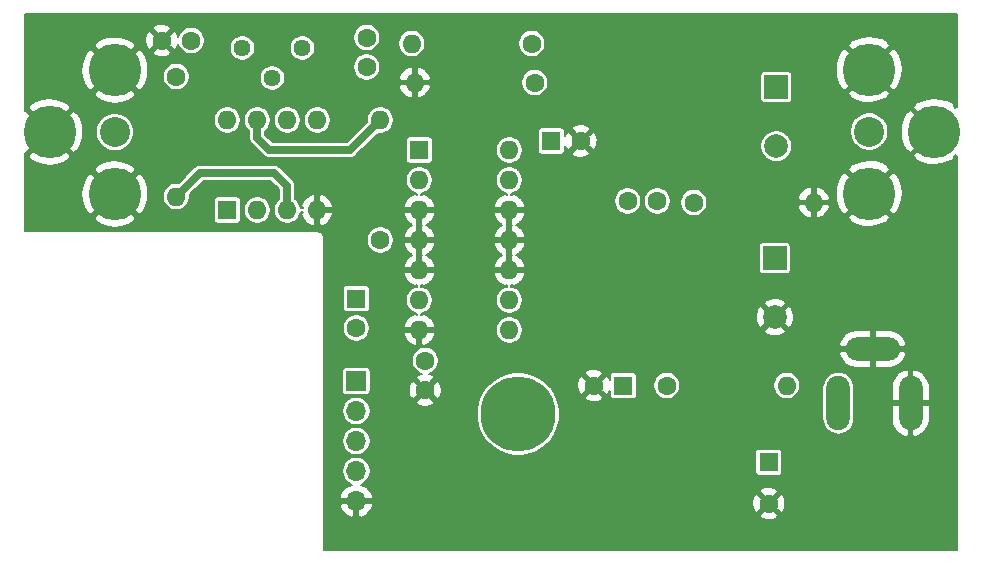
<source format=gbl>
G04 #@! TF.GenerationSoftware,KiCad,Pcbnew,(5.1.10)-1*
G04 #@! TF.CreationDate,2021-09-22T18:28:36-04:00*
G04 #@! TF.ProjectId,AudioAmp380,41756469-6f41-46d7-9033-38302e6b6963,1*
G04 #@! TF.SameCoordinates,Original*
G04 #@! TF.FileFunction,Copper,L2,Bot*
G04 #@! TF.FilePolarity,Positive*
%FSLAX46Y46*%
G04 Gerber Fmt 4.6, Leading zero omitted, Abs format (unit mm)*
G04 Created by KiCad (PCBNEW (5.1.10)-1) date 2021-09-22 18:28:36*
%MOMM*%
%LPD*%
G01*
G04 APERTURE LIST*
G04 #@! TA.AperFunction,ComponentPad*
%ADD10O,4.600000X2.000000*%
G04 #@! TD*
G04 #@! TA.AperFunction,ComponentPad*
%ADD11O,2.000000X4.600000*%
G04 #@! TD*
G04 #@! TA.AperFunction,ComponentPad*
%ADD12R,1.600000X1.600000*%
G04 #@! TD*
G04 #@! TA.AperFunction,ComponentPad*
%ADD13O,1.600000X1.600000*%
G04 #@! TD*
G04 #@! TA.AperFunction,ComponentPad*
%ADD14C,1.600000*%
G04 #@! TD*
G04 #@! TA.AperFunction,ComponentPad*
%ADD15C,6.350000*%
G04 #@! TD*
G04 #@! TA.AperFunction,ComponentPad*
%ADD16C,4.445000*%
G04 #@! TD*
G04 #@! TA.AperFunction,ComponentPad*
%ADD17C,2.540000*%
G04 #@! TD*
G04 #@! TA.AperFunction,ComponentPad*
%ADD18R,1.700000X1.700000*%
G04 #@! TD*
G04 #@! TA.AperFunction,ComponentPad*
%ADD19O,1.700000X1.700000*%
G04 #@! TD*
G04 #@! TA.AperFunction,ComponentPad*
%ADD20C,1.440000*%
G04 #@! TD*
G04 #@! TA.AperFunction,ComponentPad*
%ADD21C,2.000000*%
G04 #@! TD*
G04 #@! TA.AperFunction,ComponentPad*
%ADD22R,2.000000X2.000000*%
G04 #@! TD*
G04 #@! TA.AperFunction,Conductor*
%ADD23C,0.635000*%
G04 #@! TD*
G04 #@! TA.AperFunction,Conductor*
%ADD24C,0.203200*%
G04 #@! TD*
G04 #@! TA.AperFunction,Conductor*
%ADD25C,0.152400*%
G04 #@! TD*
G04 APERTURE END LIST*
D10*
X104705000Y-75013400D03*
D11*
X101805000Y-79613400D03*
X107905000Y-79613400D03*
D12*
X50058000Y-63258400D03*
D13*
X57678000Y-55638400D03*
X52598000Y-63258400D03*
X55138000Y-55638400D03*
X55138000Y-63258400D03*
X52598000Y-55638400D03*
X57678000Y-63258400D03*
X50058000Y-55638400D03*
X63012000Y-55638400D03*
D14*
X63012000Y-65798400D03*
D13*
X65933000Y-52463400D03*
D14*
X76093000Y-52463400D03*
X45740000Y-51955400D03*
D13*
X45740000Y-62115400D03*
D12*
X95905000Y-84613400D03*
D14*
X95905000Y-88113400D03*
D15*
X74696000Y-80530400D03*
D16*
X35021200Y-56654400D03*
X40533000Y-61899500D03*
X40533000Y-51409300D03*
D17*
X40533000Y-56654400D03*
D16*
X109916800Y-56613400D03*
X104405000Y-51368300D03*
X104405000Y-61858500D03*
D17*
X104405000Y-56613400D03*
D18*
X60980000Y-77736400D03*
D19*
X60980000Y-80276400D03*
X60980000Y-82816400D03*
X60980000Y-85356400D03*
X60980000Y-87896400D03*
D14*
X83967000Y-62496400D03*
X86467000Y-62496400D03*
D12*
X66314000Y-58178400D03*
D13*
X73934000Y-73418400D03*
X66314000Y-60718400D03*
X73934000Y-70878400D03*
X66314000Y-63258400D03*
X73934000Y-68338400D03*
X66314000Y-65798400D03*
X73934000Y-65798400D03*
X66314000Y-68338400D03*
X73934000Y-63258400D03*
X66314000Y-70878400D03*
X73934000Y-60718400D03*
X66314000Y-73418400D03*
X73934000Y-58178400D03*
D14*
X47010000Y-48907400D03*
X44510000Y-48907400D03*
X61869000Y-51153400D03*
X61869000Y-48653400D03*
D20*
X56408000Y-49542400D03*
X53868000Y-52082400D03*
X51328000Y-49542400D03*
D14*
X75839000Y-49161400D03*
D13*
X65679000Y-49161400D03*
X97429000Y-78113400D03*
D14*
X87269000Y-78113400D03*
X89555000Y-62623400D03*
D13*
X99715000Y-62623400D03*
D12*
X83586000Y-78117400D03*
D14*
X81086000Y-78117400D03*
X60980000Y-73251400D03*
D12*
X60980000Y-70751400D03*
D14*
X66822000Y-78498400D03*
X66822000Y-75998400D03*
D12*
X77490000Y-57416400D03*
D14*
X79990000Y-57416400D03*
D21*
X96413000Y-72322400D03*
D22*
X96413000Y-67322400D03*
X96540000Y-52844400D03*
D21*
X96540000Y-57844400D03*
D23*
X55138000Y-63258400D02*
X55138000Y-61226400D01*
X55138000Y-61226400D02*
X53995000Y-60083400D01*
X47772000Y-60083400D02*
X45740000Y-62115400D01*
X53995000Y-60083400D02*
X47772000Y-60083400D01*
X52598000Y-57162400D02*
X52598000Y-55638400D01*
X53614000Y-58178400D02*
X52598000Y-57162400D01*
X60472000Y-58178400D02*
X53614000Y-58178400D01*
X63012000Y-55638400D02*
X60472000Y-58178400D01*
D24*
X111858901Y-54531622D02*
X111820975Y-54493696D01*
X111710508Y-54604163D01*
X111463827Y-54224823D01*
X110968113Y-53968909D01*
X110431997Y-53814621D01*
X109876083Y-53767889D01*
X109321734Y-53830508D01*
X108790252Y-54000073D01*
X108369773Y-54224823D01*
X108123091Y-54604165D01*
X109916800Y-56397874D01*
X109930943Y-56383732D01*
X110146469Y-56599258D01*
X110132326Y-56613400D01*
X110146469Y-56627543D01*
X109930943Y-56843069D01*
X109916800Y-56828926D01*
X108123091Y-58622635D01*
X108369773Y-59001977D01*
X108865487Y-59257891D01*
X109401603Y-59412179D01*
X109957517Y-59458911D01*
X110511866Y-59396292D01*
X111043348Y-59226727D01*
X111463827Y-59001977D01*
X111710508Y-58622637D01*
X111820975Y-58733104D01*
X111858901Y-58695178D01*
X111858900Y-92067300D01*
X58224100Y-92067300D01*
X58224100Y-88274007D01*
X59570090Y-88274007D01*
X59597911Y-88365738D01*
X59716031Y-88626352D01*
X59882724Y-88858914D01*
X60091585Y-89054487D01*
X60334587Y-89205556D01*
X60602392Y-89306315D01*
X60827600Y-89195628D01*
X60827600Y-88048800D01*
X61132400Y-88048800D01*
X61132400Y-89195628D01*
X61357608Y-89306315D01*
X61625413Y-89205556D01*
X61781628Y-89108440D01*
X95125486Y-89108440D01*
X95200577Y-89342233D01*
X95453845Y-89456048D01*
X95724452Y-89518266D01*
X96001997Y-89526495D01*
X96275814Y-89480420D01*
X96535381Y-89381811D01*
X96609423Y-89342233D01*
X96684514Y-89108440D01*
X95905000Y-88328926D01*
X95125486Y-89108440D01*
X61781628Y-89108440D01*
X61868415Y-89054487D01*
X62077276Y-88858914D01*
X62243969Y-88626352D01*
X62362089Y-88365738D01*
X62389910Y-88274007D01*
X62358382Y-88210397D01*
X94491905Y-88210397D01*
X94537980Y-88484214D01*
X94636589Y-88743781D01*
X94676167Y-88817823D01*
X94909960Y-88892914D01*
X95689474Y-88113400D01*
X96120526Y-88113400D01*
X96900040Y-88892914D01*
X97133833Y-88817823D01*
X97247648Y-88564555D01*
X97309866Y-88293948D01*
X97318095Y-88016403D01*
X97272020Y-87742586D01*
X97173411Y-87483019D01*
X97133833Y-87408977D01*
X96900040Y-87333886D01*
X96120526Y-88113400D01*
X95689474Y-88113400D01*
X94909960Y-87333886D01*
X94676167Y-87408977D01*
X94562352Y-87662245D01*
X94500134Y-87932852D01*
X94491905Y-88210397D01*
X62358382Y-88210397D01*
X62278286Y-88048800D01*
X61132400Y-88048800D01*
X60827600Y-88048800D01*
X59681714Y-88048800D01*
X59570090Y-88274007D01*
X58224100Y-88274007D01*
X58224100Y-87518793D01*
X59570090Y-87518793D01*
X59681714Y-87744000D01*
X60827600Y-87744000D01*
X60827600Y-87724000D01*
X61132400Y-87724000D01*
X61132400Y-87744000D01*
X62278286Y-87744000D01*
X62389910Y-87518793D01*
X62362089Y-87427062D01*
X62243969Y-87166448D01*
X62209502Y-87118360D01*
X95125486Y-87118360D01*
X95905000Y-87897874D01*
X96684514Y-87118360D01*
X96609423Y-86884567D01*
X96356155Y-86770752D01*
X96085548Y-86708534D01*
X95808003Y-86700305D01*
X95534186Y-86746380D01*
X95274619Y-86844989D01*
X95200577Y-86884567D01*
X95125486Y-87118360D01*
X62209502Y-87118360D01*
X62077276Y-86933886D01*
X61868415Y-86738313D01*
X61625413Y-86587244D01*
X61380932Y-86495260D01*
X61551066Y-86424789D01*
X61748525Y-86292850D01*
X61916450Y-86124925D01*
X62048389Y-85927466D01*
X62139269Y-85708060D01*
X62185600Y-85475141D01*
X62185600Y-85237659D01*
X62139269Y-85004740D01*
X62048389Y-84785334D01*
X61916450Y-84587875D01*
X61748525Y-84419950D01*
X61551066Y-84288011D01*
X61331660Y-84197131D01*
X61098741Y-84150800D01*
X60861259Y-84150800D01*
X60628340Y-84197131D01*
X60408934Y-84288011D01*
X60211475Y-84419950D01*
X60043550Y-84587875D01*
X59911611Y-84785334D01*
X59820731Y-85004740D01*
X59774400Y-85237659D01*
X59774400Y-85475141D01*
X59820731Y-85708060D01*
X59911611Y-85927466D01*
X60043550Y-86124925D01*
X60211475Y-86292850D01*
X60408934Y-86424789D01*
X60579068Y-86495260D01*
X60334587Y-86587244D01*
X60091585Y-86738313D01*
X59882724Y-86933886D01*
X59716031Y-87166448D01*
X59597911Y-87427062D01*
X59570090Y-87518793D01*
X58224100Y-87518793D01*
X58224100Y-82697659D01*
X59774400Y-82697659D01*
X59774400Y-82935141D01*
X59820731Y-83168060D01*
X59911611Y-83387466D01*
X60043550Y-83584925D01*
X60211475Y-83752850D01*
X60408934Y-83884789D01*
X60628340Y-83975669D01*
X60861259Y-84022000D01*
X61098741Y-84022000D01*
X61331660Y-83975669D01*
X61551066Y-83884789D01*
X61748525Y-83752850D01*
X61916450Y-83584925D01*
X62048389Y-83387466D01*
X62139269Y-83168060D01*
X62185600Y-82935141D01*
X62185600Y-82697659D01*
X62139269Y-82464740D01*
X62048389Y-82245334D01*
X61916450Y-82047875D01*
X61748525Y-81879950D01*
X61551066Y-81748011D01*
X61331660Y-81657131D01*
X61098741Y-81610800D01*
X60861259Y-81610800D01*
X60628340Y-81657131D01*
X60408934Y-81748011D01*
X60211475Y-81879950D01*
X60043550Y-82047875D01*
X59911611Y-82245334D01*
X59820731Y-82464740D01*
X59774400Y-82697659D01*
X58224100Y-82697659D01*
X58224100Y-80157659D01*
X59774400Y-80157659D01*
X59774400Y-80395141D01*
X59820731Y-80628060D01*
X59911611Y-80847466D01*
X60043550Y-81044925D01*
X60211475Y-81212850D01*
X60408934Y-81344789D01*
X60628340Y-81435669D01*
X60861259Y-81482000D01*
X61098741Y-81482000D01*
X61331660Y-81435669D01*
X61551066Y-81344789D01*
X61748525Y-81212850D01*
X61916450Y-81044925D01*
X62048389Y-80847466D01*
X62139269Y-80628060D01*
X62185600Y-80395141D01*
X62185600Y-80182666D01*
X71165400Y-80182666D01*
X71165400Y-80878134D01*
X71301079Y-81560238D01*
X71567223Y-82202766D01*
X71953604Y-82781026D01*
X72445374Y-83272796D01*
X73023634Y-83659177D01*
X73666162Y-83925321D01*
X74348266Y-84061000D01*
X75043734Y-84061000D01*
X75725838Y-83925321D01*
X75996039Y-83813400D01*
X94747680Y-83813400D01*
X94747680Y-85413400D01*
X94754546Y-85483110D01*
X94774879Y-85550140D01*
X94807899Y-85611916D01*
X94852337Y-85666063D01*
X94906484Y-85710501D01*
X94968260Y-85743521D01*
X95035290Y-85763854D01*
X95105000Y-85770720D01*
X96705000Y-85770720D01*
X96774710Y-85763854D01*
X96841740Y-85743521D01*
X96903516Y-85710501D01*
X96957663Y-85666063D01*
X97002101Y-85611916D01*
X97035121Y-85550140D01*
X97055454Y-85483110D01*
X97062320Y-85413400D01*
X97062320Y-83813400D01*
X97055454Y-83743690D01*
X97035121Y-83676660D01*
X97002101Y-83614884D01*
X96957663Y-83560737D01*
X96903516Y-83516299D01*
X96841740Y-83483279D01*
X96774710Y-83462946D01*
X96705000Y-83456080D01*
X95105000Y-83456080D01*
X95035290Y-83462946D01*
X94968260Y-83483279D01*
X94906484Y-83516299D01*
X94852337Y-83560737D01*
X94807899Y-83614884D01*
X94774879Y-83676660D01*
X94754546Y-83743690D01*
X94747680Y-83813400D01*
X75996039Y-83813400D01*
X76368366Y-83659177D01*
X76946626Y-83272796D01*
X77438396Y-82781026D01*
X77824777Y-82202766D01*
X78090921Y-81560238D01*
X78206339Y-80979992D01*
X100449400Y-80979992D01*
X100469015Y-81179143D01*
X100546529Y-81434675D01*
X100672406Y-81670174D01*
X100841808Y-81876591D01*
X101048225Y-82045994D01*
X101283724Y-82171871D01*
X101539256Y-82249385D01*
X101805000Y-82275559D01*
X102070743Y-82249385D01*
X102326275Y-82171871D01*
X102561774Y-82045994D01*
X102768191Y-81876592D01*
X102937594Y-81670175D01*
X103063471Y-81434676D01*
X103140985Y-81179144D01*
X103160600Y-80979993D01*
X103160600Y-79765800D01*
X106295400Y-79765800D01*
X106295400Y-81065800D01*
X106356060Y-81376889D01*
X106476245Y-81670166D01*
X106651336Y-81934361D01*
X106874604Y-82159321D01*
X107137470Y-82336401D01*
X107429832Y-82458796D01*
X107503811Y-82472201D01*
X107752600Y-82362609D01*
X107752600Y-79765800D01*
X108057400Y-79765800D01*
X108057400Y-82362609D01*
X108306189Y-82472201D01*
X108380168Y-82458796D01*
X108672530Y-82336401D01*
X108935396Y-82159321D01*
X109158664Y-81934361D01*
X109333755Y-81670166D01*
X109453940Y-81376889D01*
X109514600Y-81065800D01*
X109514600Y-79765800D01*
X108057400Y-79765800D01*
X107752600Y-79765800D01*
X106295400Y-79765800D01*
X103160600Y-79765800D01*
X103160600Y-78246807D01*
X103152149Y-78161000D01*
X106295400Y-78161000D01*
X106295400Y-79461000D01*
X107752600Y-79461000D01*
X107752600Y-76864191D01*
X108057400Y-76864191D01*
X108057400Y-79461000D01*
X109514600Y-79461000D01*
X109514600Y-78161000D01*
X109453940Y-77849911D01*
X109333755Y-77556634D01*
X109158664Y-77292439D01*
X108935396Y-77067479D01*
X108672530Y-76890399D01*
X108380168Y-76768004D01*
X108306189Y-76754599D01*
X108057400Y-76864191D01*
X107752600Y-76864191D01*
X107503811Y-76754599D01*
X107429832Y-76768004D01*
X107137470Y-76890399D01*
X106874604Y-77067479D01*
X106651336Y-77292439D01*
X106476245Y-77556634D01*
X106356060Y-77849911D01*
X106295400Y-78161000D01*
X103152149Y-78161000D01*
X103140985Y-78047656D01*
X103063471Y-77792124D01*
X102937594Y-77556625D01*
X102768192Y-77350208D01*
X102561775Y-77180806D01*
X102326276Y-77054929D01*
X102070744Y-76977415D01*
X101805000Y-76951241D01*
X101539257Y-76977415D01*
X101283725Y-77054929D01*
X101048226Y-77180806D01*
X100841809Y-77350208D01*
X100672407Y-77556625D01*
X100546530Y-77792124D01*
X100469016Y-78047656D01*
X100449401Y-78246807D01*
X100449400Y-80979992D01*
X78206339Y-80979992D01*
X78226600Y-80878134D01*
X78226600Y-80182666D01*
X78090921Y-79500562D01*
X77930156Y-79112440D01*
X80306486Y-79112440D01*
X80381577Y-79346233D01*
X80634845Y-79460048D01*
X80905452Y-79522266D01*
X81182997Y-79530495D01*
X81456814Y-79484420D01*
X81716381Y-79385811D01*
X81790423Y-79346233D01*
X81865514Y-79112440D01*
X81086000Y-78332926D01*
X80306486Y-79112440D01*
X77930156Y-79112440D01*
X77824777Y-78858034D01*
X77438396Y-78279774D01*
X77373019Y-78214397D01*
X79672905Y-78214397D01*
X79718980Y-78488214D01*
X79817589Y-78747781D01*
X79857167Y-78821823D01*
X80090960Y-78896914D01*
X80870474Y-78117400D01*
X81301526Y-78117400D01*
X82081040Y-78896914D01*
X82314833Y-78821823D01*
X82428648Y-78568555D01*
X82428680Y-78568416D01*
X82428680Y-78917400D01*
X82435546Y-78987110D01*
X82455879Y-79054140D01*
X82488899Y-79115916D01*
X82533337Y-79170063D01*
X82587484Y-79214501D01*
X82649260Y-79247521D01*
X82716290Y-79267854D01*
X82786000Y-79274720D01*
X84386000Y-79274720D01*
X84455710Y-79267854D01*
X84522740Y-79247521D01*
X84584516Y-79214501D01*
X84638663Y-79170063D01*
X84683101Y-79115916D01*
X84716121Y-79054140D01*
X84736454Y-78987110D01*
X84743320Y-78917400D01*
X84743320Y-77999583D01*
X86113400Y-77999583D01*
X86113400Y-78227217D01*
X86157809Y-78450476D01*
X86244921Y-78660782D01*
X86371387Y-78850052D01*
X86532348Y-79011013D01*
X86721618Y-79137479D01*
X86931924Y-79224591D01*
X87155183Y-79269000D01*
X87382817Y-79269000D01*
X87606076Y-79224591D01*
X87816382Y-79137479D01*
X88005652Y-79011013D01*
X88166613Y-78850052D01*
X88293079Y-78660782D01*
X88380191Y-78450476D01*
X88424600Y-78227217D01*
X88424600Y-77999583D01*
X96273400Y-77999583D01*
X96273400Y-78227217D01*
X96317809Y-78450476D01*
X96404921Y-78660782D01*
X96531387Y-78850052D01*
X96692348Y-79011013D01*
X96881618Y-79137479D01*
X97091924Y-79224591D01*
X97315183Y-79269000D01*
X97542817Y-79269000D01*
X97766076Y-79224591D01*
X97976382Y-79137479D01*
X98165652Y-79011013D01*
X98326613Y-78850052D01*
X98453079Y-78660782D01*
X98540191Y-78450476D01*
X98584600Y-78227217D01*
X98584600Y-77999583D01*
X98540191Y-77776324D01*
X98453079Y-77566018D01*
X98326613Y-77376748D01*
X98165652Y-77215787D01*
X97976382Y-77089321D01*
X97766076Y-77002209D01*
X97542817Y-76957800D01*
X97315183Y-76957800D01*
X97091924Y-77002209D01*
X96881618Y-77089321D01*
X96692348Y-77215787D01*
X96531387Y-77376748D01*
X96404921Y-77566018D01*
X96317809Y-77776324D01*
X96273400Y-77999583D01*
X88424600Y-77999583D01*
X88380191Y-77776324D01*
X88293079Y-77566018D01*
X88166613Y-77376748D01*
X88005652Y-77215787D01*
X87816382Y-77089321D01*
X87606076Y-77002209D01*
X87382817Y-76957800D01*
X87155183Y-76957800D01*
X86931924Y-77002209D01*
X86721618Y-77089321D01*
X86532348Y-77215787D01*
X86371387Y-77376748D01*
X86244921Y-77566018D01*
X86157809Y-77776324D01*
X86113400Y-77999583D01*
X84743320Y-77999583D01*
X84743320Y-77317400D01*
X84736454Y-77247690D01*
X84716121Y-77180660D01*
X84683101Y-77118884D01*
X84638663Y-77064737D01*
X84584516Y-77020299D01*
X84522740Y-76987279D01*
X84455710Y-76966946D01*
X84386000Y-76960080D01*
X82786000Y-76960080D01*
X82716290Y-76966946D01*
X82649260Y-76987279D01*
X82587484Y-77020299D01*
X82533337Y-77064737D01*
X82488899Y-77118884D01*
X82455879Y-77180660D01*
X82435546Y-77247690D01*
X82428680Y-77317400D01*
X82428680Y-77682516D01*
X82354411Y-77487019D01*
X82314833Y-77412977D01*
X82081040Y-77337886D01*
X81301526Y-78117400D01*
X80870474Y-78117400D01*
X80090960Y-77337886D01*
X79857167Y-77412977D01*
X79743352Y-77666245D01*
X79681134Y-77936852D01*
X79672905Y-78214397D01*
X77373019Y-78214397D01*
X76946626Y-77788004D01*
X76368366Y-77401623D01*
X75725838Y-77135479D01*
X75659885Y-77122360D01*
X80306486Y-77122360D01*
X81086000Y-77901874D01*
X81865514Y-77122360D01*
X81790423Y-76888567D01*
X81537155Y-76774752D01*
X81266548Y-76712534D01*
X80989003Y-76704305D01*
X80715186Y-76750380D01*
X80455619Y-76848989D01*
X80381577Y-76888567D01*
X80306486Y-77122360D01*
X75659885Y-77122360D01*
X75043734Y-76999800D01*
X74348266Y-76999800D01*
X73666162Y-77135479D01*
X73023634Y-77401623D01*
X72445374Y-77788004D01*
X71953604Y-78279774D01*
X71567223Y-78858034D01*
X71301079Y-79500562D01*
X71165400Y-80182666D01*
X62185600Y-80182666D01*
X62185600Y-80157659D01*
X62139269Y-79924740D01*
X62048389Y-79705334D01*
X61916450Y-79507875D01*
X61902015Y-79493440D01*
X66042486Y-79493440D01*
X66117577Y-79727233D01*
X66370845Y-79841048D01*
X66641452Y-79903266D01*
X66918997Y-79911495D01*
X67192814Y-79865420D01*
X67452381Y-79766811D01*
X67526423Y-79727233D01*
X67601514Y-79493440D01*
X66822000Y-78713926D01*
X66042486Y-79493440D01*
X61902015Y-79493440D01*
X61748525Y-79339950D01*
X61551066Y-79208011D01*
X61331660Y-79117131D01*
X61098741Y-79070800D01*
X60861259Y-79070800D01*
X60628340Y-79117131D01*
X60408934Y-79208011D01*
X60211475Y-79339950D01*
X60043550Y-79507875D01*
X59911611Y-79705334D01*
X59820731Y-79924740D01*
X59774400Y-80157659D01*
X58224100Y-80157659D01*
X58224100Y-76886400D01*
X59772680Y-76886400D01*
X59772680Y-78586400D01*
X59779546Y-78656110D01*
X59799879Y-78723140D01*
X59832899Y-78784916D01*
X59877337Y-78839063D01*
X59931484Y-78883501D01*
X59993260Y-78916521D01*
X60060290Y-78936854D01*
X60130000Y-78943720D01*
X61830000Y-78943720D01*
X61899710Y-78936854D01*
X61966740Y-78916521D01*
X62028516Y-78883501D01*
X62082663Y-78839063D01*
X62127101Y-78784916D01*
X62160121Y-78723140D01*
X62180454Y-78656110D01*
X62186433Y-78595397D01*
X65408905Y-78595397D01*
X65454980Y-78869214D01*
X65553589Y-79128781D01*
X65593167Y-79202823D01*
X65826960Y-79277914D01*
X66606474Y-78498400D01*
X67037526Y-78498400D01*
X67817040Y-79277914D01*
X68050833Y-79202823D01*
X68164648Y-78949555D01*
X68226866Y-78678948D01*
X68235095Y-78401403D01*
X68189020Y-78127586D01*
X68090411Y-77868019D01*
X68050833Y-77793977D01*
X67817040Y-77718886D01*
X67037526Y-78498400D01*
X66606474Y-78498400D01*
X65826960Y-77718886D01*
X65593167Y-77793977D01*
X65479352Y-78047245D01*
X65417134Y-78317852D01*
X65408905Y-78595397D01*
X62186433Y-78595397D01*
X62187320Y-78586400D01*
X62187320Y-76886400D01*
X62180454Y-76816690D01*
X62160121Y-76749660D01*
X62127101Y-76687884D01*
X62082663Y-76633737D01*
X62028516Y-76589299D01*
X61966740Y-76556279D01*
X61899710Y-76535946D01*
X61830000Y-76529080D01*
X60130000Y-76529080D01*
X60060290Y-76535946D01*
X59993260Y-76556279D01*
X59931484Y-76589299D01*
X59877337Y-76633737D01*
X59832899Y-76687884D01*
X59799879Y-76749660D01*
X59779546Y-76816690D01*
X59772680Y-76886400D01*
X58224100Y-76886400D01*
X58224100Y-75884583D01*
X65666400Y-75884583D01*
X65666400Y-76112217D01*
X65710809Y-76335476D01*
X65797921Y-76545782D01*
X65924387Y-76735052D01*
X66085348Y-76896013D01*
X66274618Y-77022479D01*
X66484924Y-77109591D01*
X66528804Y-77118319D01*
X66451186Y-77131380D01*
X66191619Y-77229989D01*
X66117577Y-77269567D01*
X66042486Y-77503360D01*
X66822000Y-78282874D01*
X67601514Y-77503360D01*
X67526423Y-77269567D01*
X67273155Y-77155752D01*
X67112596Y-77118836D01*
X67159076Y-77109591D01*
X67369382Y-77022479D01*
X67558652Y-76896013D01*
X67719613Y-76735052D01*
X67846079Y-76545782D01*
X67933191Y-76335476D01*
X67977600Y-76112217D01*
X67977600Y-75884583D01*
X67933191Y-75661324D01*
X67846079Y-75451018D01*
X67821738Y-75414589D01*
X101846199Y-75414589D01*
X101859604Y-75488568D01*
X101981999Y-75780930D01*
X102159079Y-76043796D01*
X102384039Y-76267064D01*
X102648234Y-76442155D01*
X102941511Y-76562340D01*
X103252600Y-76623000D01*
X104552600Y-76623000D01*
X104552600Y-75165800D01*
X104857400Y-75165800D01*
X104857400Y-76623000D01*
X106157400Y-76623000D01*
X106468489Y-76562340D01*
X106761766Y-76442155D01*
X107025961Y-76267064D01*
X107250921Y-76043796D01*
X107428001Y-75780930D01*
X107550396Y-75488568D01*
X107563801Y-75414589D01*
X107454209Y-75165800D01*
X104857400Y-75165800D01*
X104552600Y-75165800D01*
X101955791Y-75165800D01*
X101846199Y-75414589D01*
X67821738Y-75414589D01*
X67719613Y-75261748D01*
X67558652Y-75100787D01*
X67369382Y-74974321D01*
X67159076Y-74887209D01*
X66935817Y-74842800D01*
X66708183Y-74842800D01*
X66484924Y-74887209D01*
X66274618Y-74974321D01*
X66085348Y-75100787D01*
X65924387Y-75261748D01*
X65797921Y-75451018D01*
X65710809Y-75661324D01*
X65666400Y-75884583D01*
X58224100Y-75884583D01*
X58224100Y-73137583D01*
X59824400Y-73137583D01*
X59824400Y-73365217D01*
X59868809Y-73588476D01*
X59955921Y-73798782D01*
X60082387Y-73988052D01*
X60243348Y-74149013D01*
X60432618Y-74275479D01*
X60642924Y-74362591D01*
X60866183Y-74407000D01*
X61093817Y-74407000D01*
X61317076Y-74362591D01*
X61527382Y-74275479D01*
X61716652Y-74149013D01*
X61877613Y-73988052D01*
X62004079Y-73798782D01*
X62008486Y-73788141D01*
X64953756Y-73788141D01*
X64977577Y-73866685D01*
X65090712Y-74118795D01*
X65250857Y-74343989D01*
X65451858Y-74533613D01*
X65685991Y-74680380D01*
X65944258Y-74778650D01*
X66161600Y-74667343D01*
X66161600Y-73570800D01*
X66466400Y-73570800D01*
X66466400Y-74667343D01*
X66683742Y-74778650D01*
X66942009Y-74680380D01*
X67050756Y-74612211D01*
X101846199Y-74612211D01*
X101955791Y-74861000D01*
X104552600Y-74861000D01*
X104552600Y-73403800D01*
X104857400Y-73403800D01*
X104857400Y-74861000D01*
X107454209Y-74861000D01*
X107563801Y-74612211D01*
X107550396Y-74538232D01*
X107428001Y-74245870D01*
X107250921Y-73983004D01*
X107025961Y-73759736D01*
X106761766Y-73584645D01*
X106468489Y-73464460D01*
X106157400Y-73403800D01*
X104857400Y-73403800D01*
X104552600Y-73403800D01*
X103252600Y-73403800D01*
X102941511Y-73464460D01*
X102648234Y-73584645D01*
X102384039Y-73759736D01*
X102159079Y-73983004D01*
X101981999Y-74245870D01*
X101859604Y-74538232D01*
X101846199Y-74612211D01*
X67050756Y-74612211D01*
X67176142Y-74533613D01*
X67377143Y-74343989D01*
X67537288Y-74118795D01*
X67650423Y-73866685D01*
X67674244Y-73788141D01*
X67561929Y-73570800D01*
X66466400Y-73570800D01*
X66161600Y-73570800D01*
X65066071Y-73570800D01*
X64953756Y-73788141D01*
X62008486Y-73788141D01*
X62091191Y-73588476D01*
X62135600Y-73365217D01*
X62135600Y-73304583D01*
X72778400Y-73304583D01*
X72778400Y-73532217D01*
X72822809Y-73755476D01*
X72909921Y-73965782D01*
X73036387Y-74155052D01*
X73197348Y-74316013D01*
X73386618Y-74442479D01*
X73596924Y-74529591D01*
X73820183Y-74574000D01*
X74047817Y-74574000D01*
X74271076Y-74529591D01*
X74481382Y-74442479D01*
X74670652Y-74316013D01*
X74831613Y-74155052D01*
X74958079Y-73965782D01*
X75045191Y-73755476D01*
X75089600Y-73532217D01*
X75089600Y-73460445D01*
X95490481Y-73460445D01*
X95589847Y-73714651D01*
X95877278Y-73848488D01*
X96185297Y-73923679D01*
X96502066Y-73937334D01*
X96815413Y-73888927D01*
X97113295Y-73780320D01*
X97236153Y-73714651D01*
X97335519Y-73460445D01*
X96413000Y-72537926D01*
X95490481Y-73460445D01*
X75089600Y-73460445D01*
X75089600Y-73304583D01*
X75045191Y-73081324D01*
X74958079Y-72871018D01*
X74831613Y-72681748D01*
X74670652Y-72520787D01*
X74507042Y-72411466D01*
X94798066Y-72411466D01*
X94846473Y-72724813D01*
X94955080Y-73022695D01*
X95020749Y-73145553D01*
X95274955Y-73244919D01*
X96197474Y-72322400D01*
X96628526Y-72322400D01*
X97551045Y-73244919D01*
X97805251Y-73145553D01*
X97939088Y-72858122D01*
X98014279Y-72550103D01*
X98027934Y-72233334D01*
X97979527Y-71919987D01*
X97870920Y-71622105D01*
X97805251Y-71499247D01*
X97551045Y-71399881D01*
X96628526Y-72322400D01*
X96197474Y-72322400D01*
X95274955Y-71399881D01*
X95020749Y-71499247D01*
X94886912Y-71786678D01*
X94811721Y-72094697D01*
X94798066Y-72411466D01*
X74507042Y-72411466D01*
X74481382Y-72394321D01*
X74271076Y-72307209D01*
X74047817Y-72262800D01*
X73820183Y-72262800D01*
X73596924Y-72307209D01*
X73386618Y-72394321D01*
X73197348Y-72520787D01*
X73036387Y-72681748D01*
X72909921Y-72871018D01*
X72822809Y-73081324D01*
X72778400Y-73304583D01*
X62135600Y-73304583D01*
X62135600Y-73137583D01*
X62091191Y-72914324D01*
X62004079Y-72704018D01*
X61877613Y-72514748D01*
X61716652Y-72353787D01*
X61527382Y-72227321D01*
X61317076Y-72140209D01*
X61093817Y-72095800D01*
X60866183Y-72095800D01*
X60642924Y-72140209D01*
X60432618Y-72227321D01*
X60243348Y-72353787D01*
X60082387Y-72514748D01*
X59955921Y-72704018D01*
X59868809Y-72914324D01*
X59824400Y-73137583D01*
X58224100Y-73137583D01*
X58224100Y-69951400D01*
X59822680Y-69951400D01*
X59822680Y-71551400D01*
X59829546Y-71621110D01*
X59849879Y-71688140D01*
X59882899Y-71749916D01*
X59927337Y-71804063D01*
X59981484Y-71848501D01*
X60043260Y-71881521D01*
X60110290Y-71901854D01*
X60180000Y-71908720D01*
X61780000Y-71908720D01*
X61849710Y-71901854D01*
X61916740Y-71881521D01*
X61978516Y-71848501D01*
X62032663Y-71804063D01*
X62077101Y-71749916D01*
X62110121Y-71688140D01*
X62130454Y-71621110D01*
X62137320Y-71551400D01*
X62137320Y-69951400D01*
X62130454Y-69881690D01*
X62110121Y-69814660D01*
X62077101Y-69752884D01*
X62032663Y-69698737D01*
X61978516Y-69654299D01*
X61916740Y-69621279D01*
X61849710Y-69600946D01*
X61780000Y-69594080D01*
X60180000Y-69594080D01*
X60110290Y-69600946D01*
X60043260Y-69621279D01*
X59981484Y-69654299D01*
X59927337Y-69698737D01*
X59882899Y-69752884D01*
X59849879Y-69814660D01*
X59829546Y-69881690D01*
X59822680Y-69951400D01*
X58224100Y-69951400D01*
X58224100Y-68708141D01*
X64953756Y-68708141D01*
X64977577Y-68786685D01*
X65090712Y-69038795D01*
X65250857Y-69263989D01*
X65451858Y-69453613D01*
X65685991Y-69600380D01*
X65944258Y-69698650D01*
X66161598Y-69587344D01*
X66161598Y-69730475D01*
X65976924Y-69767209D01*
X65766618Y-69854321D01*
X65577348Y-69980787D01*
X65416387Y-70141748D01*
X65289921Y-70331018D01*
X65202809Y-70541324D01*
X65158400Y-70764583D01*
X65158400Y-70992217D01*
X65202809Y-71215476D01*
X65289921Y-71425782D01*
X65416387Y-71615052D01*
X65577348Y-71776013D01*
X65766618Y-71902479D01*
X65976924Y-71989591D01*
X66161598Y-72026325D01*
X66161598Y-72169456D01*
X65944258Y-72058150D01*
X65685991Y-72156420D01*
X65451858Y-72303187D01*
X65250857Y-72492811D01*
X65090712Y-72718005D01*
X64977577Y-72970115D01*
X64953756Y-73048659D01*
X65066071Y-73266000D01*
X66161600Y-73266000D01*
X66161600Y-73246000D01*
X66466400Y-73246000D01*
X66466400Y-73266000D01*
X67561929Y-73266000D01*
X67674244Y-73048659D01*
X67650423Y-72970115D01*
X67537288Y-72718005D01*
X67377143Y-72492811D01*
X67176142Y-72303187D01*
X66942009Y-72156420D01*
X66683742Y-72058150D01*
X66466402Y-72169456D01*
X66466402Y-72026325D01*
X66651076Y-71989591D01*
X66861382Y-71902479D01*
X67050652Y-71776013D01*
X67211613Y-71615052D01*
X67338079Y-71425782D01*
X67425191Y-71215476D01*
X67469600Y-70992217D01*
X67469600Y-70764583D01*
X67425191Y-70541324D01*
X67338079Y-70331018D01*
X67211613Y-70141748D01*
X67050652Y-69980787D01*
X66861382Y-69854321D01*
X66651076Y-69767209D01*
X66466402Y-69730475D01*
X66466402Y-69587344D01*
X66683742Y-69698650D01*
X66942009Y-69600380D01*
X67176142Y-69453613D01*
X67377143Y-69263989D01*
X67537288Y-69038795D01*
X67650423Y-68786685D01*
X67674244Y-68708141D01*
X72573756Y-68708141D01*
X72597577Y-68786685D01*
X72710712Y-69038795D01*
X72870857Y-69263989D01*
X73071858Y-69453613D01*
X73305991Y-69600380D01*
X73564258Y-69698650D01*
X73781598Y-69587344D01*
X73781598Y-69730475D01*
X73596924Y-69767209D01*
X73386618Y-69854321D01*
X73197348Y-69980787D01*
X73036387Y-70141748D01*
X72909921Y-70331018D01*
X72822809Y-70541324D01*
X72778400Y-70764583D01*
X72778400Y-70992217D01*
X72822809Y-71215476D01*
X72909921Y-71425782D01*
X73036387Y-71615052D01*
X73197348Y-71776013D01*
X73386618Y-71902479D01*
X73596924Y-71989591D01*
X73820183Y-72034000D01*
X74047817Y-72034000D01*
X74271076Y-71989591D01*
X74481382Y-71902479D01*
X74670652Y-71776013D01*
X74831613Y-71615052D01*
X74958079Y-71425782D01*
X75045191Y-71215476D01*
X75051381Y-71184355D01*
X95490481Y-71184355D01*
X96413000Y-72106874D01*
X97335519Y-71184355D01*
X97236153Y-70930149D01*
X96948722Y-70796312D01*
X96640703Y-70721121D01*
X96323934Y-70707466D01*
X96010587Y-70755873D01*
X95712705Y-70864480D01*
X95589847Y-70930149D01*
X95490481Y-71184355D01*
X75051381Y-71184355D01*
X75089600Y-70992217D01*
X75089600Y-70764583D01*
X75045191Y-70541324D01*
X74958079Y-70331018D01*
X74831613Y-70141748D01*
X74670652Y-69980787D01*
X74481382Y-69854321D01*
X74271076Y-69767209D01*
X74086402Y-69730475D01*
X74086402Y-69587344D01*
X74303742Y-69698650D01*
X74562009Y-69600380D01*
X74796142Y-69453613D01*
X74997143Y-69263989D01*
X75157288Y-69038795D01*
X75270423Y-68786685D01*
X75294244Y-68708141D01*
X75181929Y-68490800D01*
X74086400Y-68490800D01*
X74086400Y-68510800D01*
X73781600Y-68510800D01*
X73781600Y-68490800D01*
X72686071Y-68490800D01*
X72573756Y-68708141D01*
X67674244Y-68708141D01*
X67561929Y-68490800D01*
X66466400Y-68490800D01*
X66466400Y-68510800D01*
X66161600Y-68510800D01*
X66161600Y-68490800D01*
X65066071Y-68490800D01*
X64953756Y-68708141D01*
X58224100Y-68708141D01*
X58224100Y-65684583D01*
X61856400Y-65684583D01*
X61856400Y-65912217D01*
X61900809Y-66135476D01*
X61987921Y-66345782D01*
X62114387Y-66535052D01*
X62275348Y-66696013D01*
X62464618Y-66822479D01*
X62674924Y-66909591D01*
X62898183Y-66954000D01*
X63125817Y-66954000D01*
X63349076Y-66909591D01*
X63559382Y-66822479D01*
X63748652Y-66696013D01*
X63909613Y-66535052D01*
X64036079Y-66345782D01*
X64109660Y-66168141D01*
X64953756Y-66168141D01*
X64977577Y-66246685D01*
X65090712Y-66498795D01*
X65250857Y-66723989D01*
X65451858Y-66913613D01*
X65685991Y-67060380D01*
X65707069Y-67068400D01*
X65685991Y-67076420D01*
X65451858Y-67223187D01*
X65250857Y-67412811D01*
X65090712Y-67638005D01*
X64977577Y-67890115D01*
X64953756Y-67968659D01*
X65066071Y-68186000D01*
X66161600Y-68186000D01*
X66161600Y-67089457D01*
X66120483Y-67068400D01*
X66161600Y-67047343D01*
X66161600Y-65950800D01*
X66466400Y-65950800D01*
X66466400Y-67047343D01*
X66507517Y-67068400D01*
X66466400Y-67089457D01*
X66466400Y-68186000D01*
X67561929Y-68186000D01*
X67674244Y-67968659D01*
X67650423Y-67890115D01*
X67537288Y-67638005D01*
X67377143Y-67412811D01*
X67176142Y-67223187D01*
X66942009Y-67076420D01*
X66920931Y-67068400D01*
X66942009Y-67060380D01*
X67176142Y-66913613D01*
X67377143Y-66723989D01*
X67537288Y-66498795D01*
X67650423Y-66246685D01*
X67674244Y-66168141D01*
X72573756Y-66168141D01*
X72597577Y-66246685D01*
X72710712Y-66498795D01*
X72870857Y-66723989D01*
X73071858Y-66913613D01*
X73305991Y-67060380D01*
X73327069Y-67068400D01*
X73305991Y-67076420D01*
X73071858Y-67223187D01*
X72870857Y-67412811D01*
X72710712Y-67638005D01*
X72597577Y-67890115D01*
X72573756Y-67968659D01*
X72686071Y-68186000D01*
X73781600Y-68186000D01*
X73781600Y-67089457D01*
X73740483Y-67068400D01*
X73781600Y-67047343D01*
X73781600Y-65950800D01*
X74086400Y-65950800D01*
X74086400Y-67047343D01*
X74127517Y-67068400D01*
X74086400Y-67089457D01*
X74086400Y-68186000D01*
X75181929Y-68186000D01*
X75294244Y-67968659D01*
X75270423Y-67890115D01*
X75157288Y-67638005D01*
X74997143Y-67412811D01*
X74796142Y-67223187D01*
X74562009Y-67076420D01*
X74540931Y-67068400D01*
X74562009Y-67060380D01*
X74796142Y-66913613D01*
X74997143Y-66723989D01*
X75157288Y-66498795D01*
X75236445Y-66322400D01*
X95055680Y-66322400D01*
X95055680Y-68322400D01*
X95062546Y-68392110D01*
X95082879Y-68459140D01*
X95115899Y-68520916D01*
X95160337Y-68575063D01*
X95214484Y-68619501D01*
X95276260Y-68652521D01*
X95343290Y-68672854D01*
X95413000Y-68679720D01*
X97413000Y-68679720D01*
X97482710Y-68672854D01*
X97549740Y-68652521D01*
X97611516Y-68619501D01*
X97665663Y-68575063D01*
X97710101Y-68520916D01*
X97743121Y-68459140D01*
X97763454Y-68392110D01*
X97770320Y-68322400D01*
X97770320Y-66322400D01*
X97763454Y-66252690D01*
X97743121Y-66185660D01*
X97710101Y-66123884D01*
X97665663Y-66069737D01*
X97611516Y-66025299D01*
X97549740Y-65992279D01*
X97482710Y-65971946D01*
X97413000Y-65965080D01*
X95413000Y-65965080D01*
X95343290Y-65971946D01*
X95276260Y-65992279D01*
X95214484Y-66025299D01*
X95160337Y-66069737D01*
X95115899Y-66123884D01*
X95082879Y-66185660D01*
X95062546Y-66252690D01*
X95055680Y-66322400D01*
X75236445Y-66322400D01*
X75270423Y-66246685D01*
X75294244Y-66168141D01*
X75181929Y-65950800D01*
X74086400Y-65950800D01*
X73781600Y-65950800D01*
X72686071Y-65950800D01*
X72573756Y-66168141D01*
X67674244Y-66168141D01*
X67561929Y-65950800D01*
X66466400Y-65950800D01*
X66161600Y-65950800D01*
X65066071Y-65950800D01*
X64953756Y-66168141D01*
X64109660Y-66168141D01*
X64123191Y-66135476D01*
X64167600Y-65912217D01*
X64167600Y-65684583D01*
X64123191Y-65461324D01*
X64036079Y-65251018D01*
X63909613Y-65061748D01*
X63748652Y-64900787D01*
X63559382Y-64774321D01*
X63349076Y-64687209D01*
X63125817Y-64642800D01*
X62898183Y-64642800D01*
X62674924Y-64687209D01*
X62464618Y-64774321D01*
X62275348Y-64900787D01*
X62114387Y-65061748D01*
X61987921Y-65251018D01*
X61900809Y-65461324D01*
X61856400Y-65684583D01*
X58224100Y-65684583D01*
X58224100Y-65640223D01*
X58226742Y-65613400D01*
X58216198Y-65506346D01*
X58184972Y-65403406D01*
X58134262Y-65308535D01*
X58066019Y-65225381D01*
X57982865Y-65157138D01*
X57887994Y-65106428D01*
X57785054Y-65075202D01*
X57704824Y-65067300D01*
X57678000Y-65064658D01*
X57651176Y-65067300D01*
X32951100Y-65067300D01*
X32951100Y-63908735D01*
X38739291Y-63908735D01*
X38985973Y-64288077D01*
X39481687Y-64543991D01*
X40017803Y-64698279D01*
X40573717Y-64745011D01*
X41128066Y-64682392D01*
X41659548Y-64512827D01*
X42080027Y-64288077D01*
X42326709Y-63908735D01*
X40533000Y-62115026D01*
X38739291Y-63908735D01*
X32951100Y-63908735D01*
X32951100Y-61940217D01*
X37687489Y-61940217D01*
X37750108Y-62494566D01*
X37919673Y-63026048D01*
X38144423Y-63446527D01*
X38523765Y-63693209D01*
X40317474Y-61899500D01*
X40748526Y-61899500D01*
X42542235Y-63693209D01*
X42921577Y-63446527D01*
X43177491Y-62950813D01*
X43331779Y-62414697D01*
X43366506Y-62001583D01*
X44584400Y-62001583D01*
X44584400Y-62229217D01*
X44628809Y-62452476D01*
X44715921Y-62662782D01*
X44842387Y-62852052D01*
X45003348Y-63013013D01*
X45192618Y-63139479D01*
X45402924Y-63226591D01*
X45626183Y-63271000D01*
X45853817Y-63271000D01*
X46077076Y-63226591D01*
X46287382Y-63139479D01*
X46476652Y-63013013D01*
X46637613Y-62852052D01*
X46764079Y-62662782D01*
X46848737Y-62458400D01*
X48900680Y-62458400D01*
X48900680Y-64058400D01*
X48907546Y-64128110D01*
X48927879Y-64195140D01*
X48960899Y-64256916D01*
X49005337Y-64311063D01*
X49059484Y-64355501D01*
X49121260Y-64388521D01*
X49188290Y-64408854D01*
X49258000Y-64415720D01*
X50858000Y-64415720D01*
X50927710Y-64408854D01*
X50994740Y-64388521D01*
X51056516Y-64355501D01*
X51110663Y-64311063D01*
X51155101Y-64256916D01*
X51188121Y-64195140D01*
X51208454Y-64128110D01*
X51215320Y-64058400D01*
X51215320Y-63144583D01*
X51442400Y-63144583D01*
X51442400Y-63372217D01*
X51486809Y-63595476D01*
X51573921Y-63805782D01*
X51700387Y-63995052D01*
X51861348Y-64156013D01*
X52050618Y-64282479D01*
X52260924Y-64369591D01*
X52484183Y-64414000D01*
X52711817Y-64414000D01*
X52935076Y-64369591D01*
X53145382Y-64282479D01*
X53334652Y-64156013D01*
X53495613Y-63995052D01*
X53622079Y-63805782D01*
X53709191Y-63595476D01*
X53753600Y-63372217D01*
X53753600Y-63144583D01*
X53709191Y-62921324D01*
X53622079Y-62711018D01*
X53495613Y-62521748D01*
X53334652Y-62360787D01*
X53145382Y-62234321D01*
X52935076Y-62147209D01*
X52711817Y-62102800D01*
X52484183Y-62102800D01*
X52260924Y-62147209D01*
X52050618Y-62234321D01*
X51861348Y-62360787D01*
X51700387Y-62521748D01*
X51573921Y-62711018D01*
X51486809Y-62921324D01*
X51442400Y-63144583D01*
X51215320Y-63144583D01*
X51215320Y-62458400D01*
X51208454Y-62388690D01*
X51188121Y-62321660D01*
X51155101Y-62259884D01*
X51110663Y-62205737D01*
X51056516Y-62161299D01*
X50994740Y-62128279D01*
X50927710Y-62107946D01*
X50858000Y-62101080D01*
X49258000Y-62101080D01*
X49188290Y-62107946D01*
X49121260Y-62128279D01*
X49059484Y-62161299D01*
X49005337Y-62205737D01*
X48960899Y-62259884D01*
X48927879Y-62321660D01*
X48907546Y-62388690D01*
X48900680Y-62458400D01*
X46848737Y-62458400D01*
X46851191Y-62452476D01*
X46895600Y-62229217D01*
X46895600Y-62001583D01*
X46880688Y-61926618D01*
X48050807Y-60756500D01*
X53716194Y-60756500D01*
X54464901Y-61505208D01*
X54464900Y-62318323D01*
X54401348Y-62360787D01*
X54240387Y-62521748D01*
X54113921Y-62711018D01*
X54026809Y-62921324D01*
X53982400Y-63144583D01*
X53982400Y-63372217D01*
X54026809Y-63595476D01*
X54113921Y-63805782D01*
X54240387Y-63995052D01*
X54401348Y-64156013D01*
X54590618Y-64282479D01*
X54800924Y-64369591D01*
X55024183Y-64414000D01*
X55251817Y-64414000D01*
X55475076Y-64369591D01*
X55685382Y-64282479D01*
X55874652Y-64156013D01*
X56035613Y-63995052D01*
X56162079Y-63805782D01*
X56249191Y-63595476D01*
X56285925Y-63410802D01*
X56429056Y-63410802D01*
X56317750Y-63628142D01*
X56416020Y-63886409D01*
X56562787Y-64120542D01*
X56752411Y-64321543D01*
X56977605Y-64481688D01*
X57229715Y-64594823D01*
X57308259Y-64618644D01*
X57525600Y-64506329D01*
X57525600Y-63410800D01*
X57830400Y-63410800D01*
X57830400Y-64506329D01*
X58047741Y-64618644D01*
X58126285Y-64594823D01*
X58378395Y-64481688D01*
X58603589Y-64321543D01*
X58793213Y-64120542D01*
X58939980Y-63886409D01*
X59038250Y-63628142D01*
X59038250Y-63628141D01*
X64953756Y-63628141D01*
X64977577Y-63706685D01*
X65090712Y-63958795D01*
X65250857Y-64183989D01*
X65451858Y-64373613D01*
X65685991Y-64520380D01*
X65707069Y-64528400D01*
X65685991Y-64536420D01*
X65451858Y-64683187D01*
X65250857Y-64872811D01*
X65090712Y-65098005D01*
X64977577Y-65350115D01*
X64953756Y-65428659D01*
X65066071Y-65646000D01*
X66161600Y-65646000D01*
X66161600Y-64549457D01*
X66120483Y-64528400D01*
X66161600Y-64507343D01*
X66161600Y-63410800D01*
X66466400Y-63410800D01*
X66466400Y-64507343D01*
X66507517Y-64528400D01*
X66466400Y-64549457D01*
X66466400Y-65646000D01*
X67561929Y-65646000D01*
X67674244Y-65428659D01*
X67650423Y-65350115D01*
X67537288Y-65098005D01*
X67377143Y-64872811D01*
X67176142Y-64683187D01*
X66942009Y-64536420D01*
X66920931Y-64528400D01*
X66942009Y-64520380D01*
X67176142Y-64373613D01*
X67377143Y-64183989D01*
X67537288Y-63958795D01*
X67650423Y-63706685D01*
X67674244Y-63628141D01*
X72573756Y-63628141D01*
X72597577Y-63706685D01*
X72710712Y-63958795D01*
X72870857Y-64183989D01*
X73071858Y-64373613D01*
X73305991Y-64520380D01*
X73327069Y-64528400D01*
X73305991Y-64536420D01*
X73071858Y-64683187D01*
X72870857Y-64872811D01*
X72710712Y-65098005D01*
X72597577Y-65350115D01*
X72573756Y-65428659D01*
X72686071Y-65646000D01*
X73781600Y-65646000D01*
X73781600Y-64549457D01*
X73740483Y-64528400D01*
X73781600Y-64507343D01*
X73781600Y-63410800D01*
X74086400Y-63410800D01*
X74086400Y-64507343D01*
X74127517Y-64528400D01*
X74086400Y-64549457D01*
X74086400Y-65646000D01*
X75181929Y-65646000D01*
X75294244Y-65428659D01*
X75270423Y-65350115D01*
X75157288Y-65098005D01*
X74997143Y-64872811D01*
X74796142Y-64683187D01*
X74562009Y-64536420D01*
X74540931Y-64528400D01*
X74562009Y-64520380D01*
X74796142Y-64373613D01*
X74997143Y-64183989D01*
X75157288Y-63958795D01*
X75270423Y-63706685D01*
X75294244Y-63628141D01*
X75181929Y-63410800D01*
X74086400Y-63410800D01*
X73781600Y-63410800D01*
X72686071Y-63410800D01*
X72573756Y-63628141D01*
X67674244Y-63628141D01*
X67561929Y-63410800D01*
X66466400Y-63410800D01*
X66161600Y-63410800D01*
X65066071Y-63410800D01*
X64953756Y-63628141D01*
X59038250Y-63628141D01*
X58926943Y-63410800D01*
X57830400Y-63410800D01*
X57525600Y-63410800D01*
X57505600Y-63410800D01*
X57505600Y-63106000D01*
X57525600Y-63106000D01*
X57525600Y-62010471D01*
X57830400Y-62010471D01*
X57830400Y-63106000D01*
X58926943Y-63106000D01*
X59038249Y-62888659D01*
X64953756Y-62888659D01*
X65066071Y-63106000D01*
X66161600Y-63106000D01*
X66161600Y-63086000D01*
X66466400Y-63086000D01*
X66466400Y-63106000D01*
X67561929Y-63106000D01*
X67674244Y-62888659D01*
X72573756Y-62888659D01*
X72686071Y-63106000D01*
X73781600Y-63106000D01*
X73781600Y-63086000D01*
X74086400Y-63086000D01*
X74086400Y-63106000D01*
X75181929Y-63106000D01*
X75294244Y-62888659D01*
X75270423Y-62810115D01*
X75157288Y-62558005D01*
X75032538Y-62382583D01*
X82811400Y-62382583D01*
X82811400Y-62610217D01*
X82855809Y-62833476D01*
X82942921Y-63043782D01*
X83069387Y-63233052D01*
X83230348Y-63394013D01*
X83419618Y-63520479D01*
X83629924Y-63607591D01*
X83853183Y-63652000D01*
X84080817Y-63652000D01*
X84304076Y-63607591D01*
X84514382Y-63520479D01*
X84703652Y-63394013D01*
X84864613Y-63233052D01*
X84991079Y-63043782D01*
X85078191Y-62833476D01*
X85122600Y-62610217D01*
X85122600Y-62382583D01*
X85311400Y-62382583D01*
X85311400Y-62610217D01*
X85355809Y-62833476D01*
X85442921Y-63043782D01*
X85569387Y-63233052D01*
X85730348Y-63394013D01*
X85919618Y-63520479D01*
X86129924Y-63607591D01*
X86353183Y-63652000D01*
X86580817Y-63652000D01*
X86804076Y-63607591D01*
X87014382Y-63520479D01*
X87203652Y-63394013D01*
X87364613Y-63233052D01*
X87491079Y-63043782D01*
X87578191Y-62833476D01*
X87622600Y-62610217D01*
X87622600Y-62509583D01*
X88399400Y-62509583D01*
X88399400Y-62737217D01*
X88443809Y-62960476D01*
X88530921Y-63170782D01*
X88657387Y-63360052D01*
X88818348Y-63521013D01*
X89007618Y-63647479D01*
X89217924Y-63734591D01*
X89441183Y-63779000D01*
X89668817Y-63779000D01*
X89892076Y-63734591D01*
X90102382Y-63647479D01*
X90291652Y-63521013D01*
X90452613Y-63360052D01*
X90579079Y-63170782D01*
X90652660Y-62993141D01*
X98354756Y-62993141D01*
X98378577Y-63071685D01*
X98491712Y-63323795D01*
X98651857Y-63548989D01*
X98852858Y-63738613D01*
X99086991Y-63885380D01*
X99345258Y-63983650D01*
X99562600Y-63872343D01*
X99562600Y-62775800D01*
X99867400Y-62775800D01*
X99867400Y-63872343D01*
X100084742Y-63983650D01*
X100343009Y-63885380D01*
X100371157Y-63867735D01*
X102611291Y-63867735D01*
X102857973Y-64247077D01*
X103353687Y-64502991D01*
X103889803Y-64657279D01*
X104445717Y-64704011D01*
X105000066Y-64641392D01*
X105531548Y-64471827D01*
X105952027Y-64247077D01*
X106198709Y-63867735D01*
X104405000Y-62074026D01*
X102611291Y-63867735D01*
X100371157Y-63867735D01*
X100577142Y-63738613D01*
X100778143Y-63548989D01*
X100938288Y-63323795D01*
X101051423Y-63071685D01*
X101075244Y-62993141D01*
X100962929Y-62775800D01*
X99867400Y-62775800D01*
X99562600Y-62775800D01*
X98467071Y-62775800D01*
X98354756Y-62993141D01*
X90652660Y-62993141D01*
X90666191Y-62960476D01*
X90710600Y-62737217D01*
X90710600Y-62509583D01*
X90666191Y-62286324D01*
X90652661Y-62253659D01*
X98354756Y-62253659D01*
X98467071Y-62471000D01*
X99562600Y-62471000D01*
X99562600Y-61374457D01*
X99867400Y-61374457D01*
X99867400Y-62471000D01*
X100962929Y-62471000D01*
X101075244Y-62253659D01*
X101051423Y-62175115D01*
X100938288Y-61923005D01*
X100921372Y-61899217D01*
X101559489Y-61899217D01*
X101622108Y-62453566D01*
X101791673Y-62985048D01*
X102016423Y-63405527D01*
X102395765Y-63652209D01*
X104189474Y-61858500D01*
X104620526Y-61858500D01*
X106414235Y-63652209D01*
X106793577Y-63405527D01*
X107049491Y-62909813D01*
X107203779Y-62373697D01*
X107250511Y-61817783D01*
X107187892Y-61263434D01*
X107018327Y-60731952D01*
X106793577Y-60311473D01*
X106414235Y-60064791D01*
X104620526Y-61858500D01*
X104189474Y-61858500D01*
X102395765Y-60064791D01*
X102016423Y-60311473D01*
X101760509Y-60807187D01*
X101606221Y-61343303D01*
X101559489Y-61899217D01*
X100921372Y-61899217D01*
X100778143Y-61697811D01*
X100577142Y-61508187D01*
X100343009Y-61361420D01*
X100084742Y-61263150D01*
X99867400Y-61374457D01*
X99562600Y-61374457D01*
X99345258Y-61263150D01*
X99086991Y-61361420D01*
X98852858Y-61508187D01*
X98651857Y-61697811D01*
X98491712Y-61923005D01*
X98378577Y-62175115D01*
X98354756Y-62253659D01*
X90652661Y-62253659D01*
X90579079Y-62076018D01*
X90452613Y-61886748D01*
X90291652Y-61725787D01*
X90102382Y-61599321D01*
X89892076Y-61512209D01*
X89668817Y-61467800D01*
X89441183Y-61467800D01*
X89217924Y-61512209D01*
X89007618Y-61599321D01*
X88818348Y-61725787D01*
X88657387Y-61886748D01*
X88530921Y-62076018D01*
X88443809Y-62286324D01*
X88399400Y-62509583D01*
X87622600Y-62509583D01*
X87622600Y-62382583D01*
X87578191Y-62159324D01*
X87491079Y-61949018D01*
X87364613Y-61759748D01*
X87203652Y-61598787D01*
X87014382Y-61472321D01*
X86804076Y-61385209D01*
X86580817Y-61340800D01*
X86353183Y-61340800D01*
X86129924Y-61385209D01*
X85919618Y-61472321D01*
X85730348Y-61598787D01*
X85569387Y-61759748D01*
X85442921Y-61949018D01*
X85355809Y-62159324D01*
X85311400Y-62382583D01*
X85122600Y-62382583D01*
X85078191Y-62159324D01*
X84991079Y-61949018D01*
X84864613Y-61759748D01*
X84703652Y-61598787D01*
X84514382Y-61472321D01*
X84304076Y-61385209D01*
X84080817Y-61340800D01*
X83853183Y-61340800D01*
X83629924Y-61385209D01*
X83419618Y-61472321D01*
X83230348Y-61598787D01*
X83069387Y-61759748D01*
X82942921Y-61949018D01*
X82855809Y-62159324D01*
X82811400Y-62382583D01*
X75032538Y-62382583D01*
X74997143Y-62332811D01*
X74796142Y-62143187D01*
X74562009Y-61996420D01*
X74303742Y-61898150D01*
X74086402Y-62009456D01*
X74086402Y-61866325D01*
X74271076Y-61829591D01*
X74481382Y-61742479D01*
X74670652Y-61616013D01*
X74831613Y-61455052D01*
X74958079Y-61265782D01*
X75045191Y-61055476D01*
X75089600Y-60832217D01*
X75089600Y-60604583D01*
X75045191Y-60381324D01*
X74958079Y-60171018D01*
X74831613Y-59981748D01*
X74699130Y-59849265D01*
X102611291Y-59849265D01*
X104405000Y-61642974D01*
X106198709Y-59849265D01*
X105952027Y-59469923D01*
X105456313Y-59214009D01*
X104920197Y-59059721D01*
X104364283Y-59012989D01*
X103809934Y-59075608D01*
X103278452Y-59245173D01*
X102857973Y-59469923D01*
X102611291Y-59849265D01*
X74699130Y-59849265D01*
X74670652Y-59820787D01*
X74481382Y-59694321D01*
X74271076Y-59607209D01*
X74047817Y-59562800D01*
X73820183Y-59562800D01*
X73596924Y-59607209D01*
X73386618Y-59694321D01*
X73197348Y-59820787D01*
X73036387Y-59981748D01*
X72909921Y-60171018D01*
X72822809Y-60381324D01*
X72778400Y-60604583D01*
X72778400Y-60832217D01*
X72822809Y-61055476D01*
X72909921Y-61265782D01*
X73036387Y-61455052D01*
X73197348Y-61616013D01*
X73386618Y-61742479D01*
X73596924Y-61829591D01*
X73781598Y-61866325D01*
X73781598Y-62009456D01*
X73564258Y-61898150D01*
X73305991Y-61996420D01*
X73071858Y-62143187D01*
X72870857Y-62332811D01*
X72710712Y-62558005D01*
X72597577Y-62810115D01*
X72573756Y-62888659D01*
X67674244Y-62888659D01*
X67650423Y-62810115D01*
X67537288Y-62558005D01*
X67377143Y-62332811D01*
X67176142Y-62143187D01*
X66942009Y-61996420D01*
X66683742Y-61898150D01*
X66466402Y-62009456D01*
X66466402Y-61866325D01*
X66651076Y-61829591D01*
X66861382Y-61742479D01*
X67050652Y-61616013D01*
X67211613Y-61455052D01*
X67338079Y-61265782D01*
X67425191Y-61055476D01*
X67469600Y-60832217D01*
X67469600Y-60604583D01*
X67425191Y-60381324D01*
X67338079Y-60171018D01*
X67211613Y-59981748D01*
X67050652Y-59820787D01*
X66861382Y-59694321D01*
X66651076Y-59607209D01*
X66427817Y-59562800D01*
X66200183Y-59562800D01*
X65976924Y-59607209D01*
X65766618Y-59694321D01*
X65577348Y-59820787D01*
X65416387Y-59981748D01*
X65289921Y-60171018D01*
X65202809Y-60381324D01*
X65158400Y-60604583D01*
X65158400Y-60832217D01*
X65202809Y-61055476D01*
X65289921Y-61265782D01*
X65416387Y-61455052D01*
X65577348Y-61616013D01*
X65766618Y-61742479D01*
X65976924Y-61829591D01*
X66161598Y-61866325D01*
X66161598Y-62009456D01*
X65944258Y-61898150D01*
X65685991Y-61996420D01*
X65451858Y-62143187D01*
X65250857Y-62332811D01*
X65090712Y-62558005D01*
X64977577Y-62810115D01*
X64953756Y-62888659D01*
X59038249Y-62888659D01*
X59038250Y-62888658D01*
X58939980Y-62630391D01*
X58793213Y-62396258D01*
X58603589Y-62195257D01*
X58378395Y-62035112D01*
X58126285Y-61921977D01*
X58047741Y-61898156D01*
X57830400Y-62010471D01*
X57525600Y-62010471D01*
X57308259Y-61898156D01*
X57229715Y-61921977D01*
X56977605Y-62035112D01*
X56752411Y-62195257D01*
X56562787Y-62396258D01*
X56416020Y-62630391D01*
X56317750Y-62888658D01*
X56429056Y-63105998D01*
X56285925Y-63105998D01*
X56249191Y-62921324D01*
X56162079Y-62711018D01*
X56035613Y-62521748D01*
X55874652Y-62360787D01*
X55811100Y-62318323D01*
X55811100Y-61259455D01*
X55814356Y-61226399D01*
X55811100Y-61193341D01*
X55801360Y-61094449D01*
X55762871Y-60967570D01*
X55700369Y-60850637D01*
X55616256Y-60748144D01*
X55590577Y-60727070D01*
X54494334Y-59630828D01*
X54473256Y-59605144D01*
X54370763Y-59521031D01*
X54253830Y-59458529D01*
X54126951Y-59420040D01*
X54028059Y-59410300D01*
X54028056Y-59410300D01*
X53995000Y-59407044D01*
X53961944Y-59410300D01*
X47805056Y-59410300D01*
X47772000Y-59407044D01*
X47738944Y-59410300D01*
X47738941Y-59410300D01*
X47640049Y-59420040D01*
X47513170Y-59458529D01*
X47396237Y-59521031D01*
X47293744Y-59605144D01*
X47272670Y-59630823D01*
X45928782Y-60974712D01*
X45853817Y-60959800D01*
X45626183Y-60959800D01*
X45402924Y-61004209D01*
X45192618Y-61091321D01*
X45003348Y-61217787D01*
X44842387Y-61378748D01*
X44715921Y-61568018D01*
X44628809Y-61778324D01*
X44584400Y-62001583D01*
X43366506Y-62001583D01*
X43378511Y-61858783D01*
X43315892Y-61304434D01*
X43146327Y-60772952D01*
X42921577Y-60352473D01*
X42542235Y-60105791D01*
X40748526Y-61899500D01*
X40317474Y-61899500D01*
X38523765Y-60105791D01*
X38144423Y-60352473D01*
X37888509Y-60848187D01*
X37734221Y-61384303D01*
X37687489Y-61940217D01*
X32951100Y-61940217D01*
X32951100Y-59890265D01*
X38739291Y-59890265D01*
X40533000Y-61683974D01*
X42326709Y-59890265D01*
X42080027Y-59510923D01*
X41584313Y-59255009D01*
X41048197Y-59100721D01*
X40492283Y-59053989D01*
X39937934Y-59116608D01*
X39406452Y-59286173D01*
X38985973Y-59510923D01*
X38739291Y-59890265D01*
X32951100Y-59890265D01*
X32951100Y-58663635D01*
X33227491Y-58663635D01*
X33474173Y-59042977D01*
X33969887Y-59298891D01*
X34506003Y-59453179D01*
X35061917Y-59499911D01*
X35616266Y-59437292D01*
X36147748Y-59267727D01*
X36568227Y-59042977D01*
X36814909Y-58663635D01*
X35021200Y-56869926D01*
X33227491Y-58663635D01*
X32951100Y-58663635D01*
X32951100Y-58408529D01*
X33011965Y-58448109D01*
X34805674Y-56654400D01*
X35236726Y-56654400D01*
X37030435Y-58448109D01*
X37409777Y-58201427D01*
X37665691Y-57705713D01*
X37819979Y-57169597D01*
X37866711Y-56613683D01*
X37853225Y-56494292D01*
X38907400Y-56494292D01*
X38907400Y-56814508D01*
X38969870Y-57128570D01*
X39092412Y-57424411D01*
X39270314Y-57690660D01*
X39496740Y-57917086D01*
X39762989Y-58094988D01*
X40058830Y-58217530D01*
X40372892Y-58280000D01*
X40693108Y-58280000D01*
X41007170Y-58217530D01*
X41303011Y-58094988D01*
X41569260Y-57917086D01*
X41795686Y-57690660D01*
X41973588Y-57424411D01*
X42096130Y-57128570D01*
X42158600Y-56814508D01*
X42158600Y-56494292D01*
X42096130Y-56180230D01*
X41973588Y-55884389D01*
X41795686Y-55618140D01*
X41702129Y-55524583D01*
X48902400Y-55524583D01*
X48902400Y-55752217D01*
X48946809Y-55975476D01*
X49033921Y-56185782D01*
X49160387Y-56375052D01*
X49321348Y-56536013D01*
X49510618Y-56662479D01*
X49720924Y-56749591D01*
X49944183Y-56794000D01*
X50171817Y-56794000D01*
X50395076Y-56749591D01*
X50605382Y-56662479D01*
X50794652Y-56536013D01*
X50955613Y-56375052D01*
X51082079Y-56185782D01*
X51169191Y-55975476D01*
X51213600Y-55752217D01*
X51213600Y-55524583D01*
X51442400Y-55524583D01*
X51442400Y-55752217D01*
X51486809Y-55975476D01*
X51573921Y-56185782D01*
X51700387Y-56375052D01*
X51861348Y-56536013D01*
X51924900Y-56578477D01*
X51924900Y-57129344D01*
X51921644Y-57162400D01*
X51924900Y-57195456D01*
X51924900Y-57195458D01*
X51934640Y-57294350D01*
X51973129Y-57421229D01*
X52035631Y-57538162D01*
X52119744Y-57640655D01*
X52145424Y-57661730D01*
X53114670Y-58630977D01*
X53135744Y-58656656D01*
X53238237Y-58740769D01*
X53355170Y-58803271D01*
X53482049Y-58841760D01*
X53580941Y-58851500D01*
X53580944Y-58851500D01*
X53614000Y-58854756D01*
X53647056Y-58851500D01*
X60438944Y-58851500D01*
X60472000Y-58854756D01*
X60505056Y-58851500D01*
X60505059Y-58851500D01*
X60603951Y-58841760D01*
X60730830Y-58803271D01*
X60847763Y-58740769D01*
X60950256Y-58656656D01*
X60971335Y-58630972D01*
X62223907Y-57378400D01*
X65156680Y-57378400D01*
X65156680Y-58978400D01*
X65163546Y-59048110D01*
X65183879Y-59115140D01*
X65216899Y-59176916D01*
X65261337Y-59231063D01*
X65315484Y-59275501D01*
X65377260Y-59308521D01*
X65444290Y-59328854D01*
X65514000Y-59335720D01*
X67114000Y-59335720D01*
X67183710Y-59328854D01*
X67250740Y-59308521D01*
X67312516Y-59275501D01*
X67366663Y-59231063D01*
X67411101Y-59176916D01*
X67444121Y-59115140D01*
X67464454Y-59048110D01*
X67471320Y-58978400D01*
X67471320Y-58064583D01*
X72778400Y-58064583D01*
X72778400Y-58292217D01*
X72822809Y-58515476D01*
X72909921Y-58725782D01*
X73036387Y-58915052D01*
X73197348Y-59076013D01*
X73386618Y-59202479D01*
X73596924Y-59289591D01*
X73820183Y-59334000D01*
X74047817Y-59334000D01*
X74271076Y-59289591D01*
X74481382Y-59202479D01*
X74670652Y-59076013D01*
X74831613Y-58915052D01*
X74958079Y-58725782D01*
X75045191Y-58515476D01*
X75089600Y-58292217D01*
X75089600Y-58064583D01*
X75045191Y-57841324D01*
X74958079Y-57631018D01*
X74831613Y-57441748D01*
X74670652Y-57280787D01*
X74481382Y-57154321D01*
X74271076Y-57067209D01*
X74047817Y-57022800D01*
X73820183Y-57022800D01*
X73596924Y-57067209D01*
X73386618Y-57154321D01*
X73197348Y-57280787D01*
X73036387Y-57441748D01*
X72909921Y-57631018D01*
X72822809Y-57841324D01*
X72778400Y-58064583D01*
X67471320Y-58064583D01*
X67471320Y-57378400D01*
X67464454Y-57308690D01*
X67444121Y-57241660D01*
X67411101Y-57179884D01*
X67366663Y-57125737D01*
X67312516Y-57081299D01*
X67250740Y-57048279D01*
X67183710Y-57027946D01*
X67114000Y-57021080D01*
X65514000Y-57021080D01*
X65444290Y-57027946D01*
X65377260Y-57048279D01*
X65315484Y-57081299D01*
X65261337Y-57125737D01*
X65216899Y-57179884D01*
X65183879Y-57241660D01*
X65163546Y-57308690D01*
X65156680Y-57378400D01*
X62223907Y-57378400D01*
X62823218Y-56779089D01*
X62898183Y-56794000D01*
X63125817Y-56794000D01*
X63349076Y-56749591D01*
X63559382Y-56662479D01*
X63628344Y-56616400D01*
X76332680Y-56616400D01*
X76332680Y-58216400D01*
X76339546Y-58286110D01*
X76359879Y-58353140D01*
X76392899Y-58414916D01*
X76437337Y-58469063D01*
X76491484Y-58513501D01*
X76553260Y-58546521D01*
X76620290Y-58566854D01*
X76690000Y-58573720D01*
X78290000Y-58573720D01*
X78359710Y-58566854D01*
X78426740Y-58546521D01*
X78488516Y-58513501D01*
X78542663Y-58469063D01*
X78587101Y-58414916D01*
X78588958Y-58411440D01*
X79210486Y-58411440D01*
X79285577Y-58645233D01*
X79538845Y-58759048D01*
X79809452Y-58821266D01*
X80086997Y-58829495D01*
X80360814Y-58783420D01*
X80620381Y-58684811D01*
X80694423Y-58645233D01*
X80769514Y-58411440D01*
X79990000Y-57631926D01*
X79210486Y-58411440D01*
X78588958Y-58411440D01*
X78620121Y-58353140D01*
X78640454Y-58286110D01*
X78647320Y-58216400D01*
X78647320Y-57851284D01*
X78721589Y-58046781D01*
X78761167Y-58120823D01*
X78994960Y-58195914D01*
X79774474Y-57416400D01*
X80205526Y-57416400D01*
X80985040Y-58195914D01*
X81218833Y-58120823D01*
X81332648Y-57867555D01*
X81368669Y-57710885D01*
X95184400Y-57710885D01*
X95184400Y-57977915D01*
X95236495Y-58239814D01*
X95338683Y-58486517D01*
X95487037Y-58708545D01*
X95675855Y-58897363D01*
X95897883Y-59045717D01*
X96144586Y-59147905D01*
X96406485Y-59200000D01*
X96673515Y-59200000D01*
X96935414Y-59147905D01*
X97182117Y-59045717D01*
X97404145Y-58897363D01*
X97592963Y-58708545D01*
X97741317Y-58486517D01*
X97843505Y-58239814D01*
X97895600Y-57977915D01*
X97895600Y-57710885D01*
X97843505Y-57448986D01*
X97741317Y-57202283D01*
X97592963Y-56980255D01*
X97404145Y-56791437D01*
X97182117Y-56643083D01*
X96935414Y-56540895D01*
X96673515Y-56488800D01*
X96406485Y-56488800D01*
X96144586Y-56540895D01*
X95897883Y-56643083D01*
X95675855Y-56791437D01*
X95487037Y-56980255D01*
X95338683Y-57202283D01*
X95236495Y-57448986D01*
X95184400Y-57710885D01*
X81368669Y-57710885D01*
X81394866Y-57596948D01*
X81403095Y-57319403D01*
X81357020Y-57045586D01*
X81258411Y-56786019D01*
X81218833Y-56711977D01*
X80985040Y-56636886D01*
X80205526Y-57416400D01*
X79774474Y-57416400D01*
X78994960Y-56636886D01*
X78761167Y-56711977D01*
X78647352Y-56965245D01*
X78647320Y-56965384D01*
X78647320Y-56616400D01*
X78640454Y-56546690D01*
X78620121Y-56479660D01*
X78588959Y-56421360D01*
X79210486Y-56421360D01*
X79990000Y-57200874D01*
X80737582Y-56453292D01*
X102779400Y-56453292D01*
X102779400Y-56773508D01*
X102841870Y-57087570D01*
X102964412Y-57383411D01*
X103142314Y-57649660D01*
X103368740Y-57876086D01*
X103634989Y-58053988D01*
X103930830Y-58176530D01*
X104244892Y-58239000D01*
X104565108Y-58239000D01*
X104879170Y-58176530D01*
X105175011Y-58053988D01*
X105441260Y-57876086D01*
X105667686Y-57649660D01*
X105845588Y-57383411D01*
X105968130Y-57087570D01*
X106030600Y-56773508D01*
X106030600Y-56654117D01*
X107071289Y-56654117D01*
X107133908Y-57208466D01*
X107303473Y-57739948D01*
X107528223Y-58160427D01*
X107907565Y-58407109D01*
X109701274Y-56613400D01*
X107907565Y-54819691D01*
X107528223Y-55066373D01*
X107272309Y-55562087D01*
X107118021Y-56098203D01*
X107071289Y-56654117D01*
X106030600Y-56654117D01*
X106030600Y-56453292D01*
X105968130Y-56139230D01*
X105845588Y-55843389D01*
X105667686Y-55577140D01*
X105441260Y-55350714D01*
X105175011Y-55172812D01*
X104879170Y-55050270D01*
X104565108Y-54987800D01*
X104244892Y-54987800D01*
X103930830Y-55050270D01*
X103634989Y-55172812D01*
X103368740Y-55350714D01*
X103142314Y-55577140D01*
X102964412Y-55843389D01*
X102841870Y-56139230D01*
X102779400Y-56453292D01*
X80737582Y-56453292D01*
X80769514Y-56421360D01*
X80694423Y-56187567D01*
X80441155Y-56073752D01*
X80170548Y-56011534D01*
X79893003Y-56003305D01*
X79619186Y-56049380D01*
X79359619Y-56147989D01*
X79285577Y-56187567D01*
X79210486Y-56421360D01*
X78588959Y-56421360D01*
X78587101Y-56417884D01*
X78542663Y-56363737D01*
X78488516Y-56319299D01*
X78426740Y-56286279D01*
X78359710Y-56265946D01*
X78290000Y-56259080D01*
X76690000Y-56259080D01*
X76620290Y-56265946D01*
X76553260Y-56286279D01*
X76491484Y-56319299D01*
X76437337Y-56363737D01*
X76392899Y-56417884D01*
X76359879Y-56479660D01*
X76339546Y-56546690D01*
X76332680Y-56616400D01*
X63628344Y-56616400D01*
X63748652Y-56536013D01*
X63909613Y-56375052D01*
X64036079Y-56185782D01*
X64123191Y-55975476D01*
X64167600Y-55752217D01*
X64167600Y-55524583D01*
X64123191Y-55301324D01*
X64036079Y-55091018D01*
X63909613Y-54901748D01*
X63748652Y-54740787D01*
X63559382Y-54614321D01*
X63349076Y-54527209D01*
X63125817Y-54482800D01*
X62898183Y-54482800D01*
X62674924Y-54527209D01*
X62464618Y-54614321D01*
X62275348Y-54740787D01*
X62114387Y-54901748D01*
X61987921Y-55091018D01*
X61900809Y-55301324D01*
X61856400Y-55524583D01*
X61856400Y-55752217D01*
X61871311Y-55827182D01*
X60193194Y-57505300D01*
X53892807Y-57505300D01*
X53271100Y-56883594D01*
X53271100Y-56578477D01*
X53334652Y-56536013D01*
X53495613Y-56375052D01*
X53622079Y-56185782D01*
X53709191Y-55975476D01*
X53753600Y-55752217D01*
X53753600Y-55524583D01*
X53982400Y-55524583D01*
X53982400Y-55752217D01*
X54026809Y-55975476D01*
X54113921Y-56185782D01*
X54240387Y-56375052D01*
X54401348Y-56536013D01*
X54590618Y-56662479D01*
X54800924Y-56749591D01*
X55024183Y-56794000D01*
X55251817Y-56794000D01*
X55475076Y-56749591D01*
X55685382Y-56662479D01*
X55874652Y-56536013D01*
X56035613Y-56375052D01*
X56162079Y-56185782D01*
X56249191Y-55975476D01*
X56293600Y-55752217D01*
X56293600Y-55524583D01*
X56522400Y-55524583D01*
X56522400Y-55752217D01*
X56566809Y-55975476D01*
X56653921Y-56185782D01*
X56780387Y-56375052D01*
X56941348Y-56536013D01*
X57130618Y-56662479D01*
X57340924Y-56749591D01*
X57564183Y-56794000D01*
X57791817Y-56794000D01*
X58015076Y-56749591D01*
X58225382Y-56662479D01*
X58414652Y-56536013D01*
X58575613Y-56375052D01*
X58702079Y-56185782D01*
X58789191Y-55975476D01*
X58833600Y-55752217D01*
X58833600Y-55524583D01*
X58789191Y-55301324D01*
X58702079Y-55091018D01*
X58575613Y-54901748D01*
X58414652Y-54740787D01*
X58225382Y-54614321D01*
X58015076Y-54527209D01*
X57791817Y-54482800D01*
X57564183Y-54482800D01*
X57340924Y-54527209D01*
X57130618Y-54614321D01*
X56941348Y-54740787D01*
X56780387Y-54901748D01*
X56653921Y-55091018D01*
X56566809Y-55301324D01*
X56522400Y-55524583D01*
X56293600Y-55524583D01*
X56249191Y-55301324D01*
X56162079Y-55091018D01*
X56035613Y-54901748D01*
X55874652Y-54740787D01*
X55685382Y-54614321D01*
X55475076Y-54527209D01*
X55251817Y-54482800D01*
X55024183Y-54482800D01*
X54800924Y-54527209D01*
X54590618Y-54614321D01*
X54401348Y-54740787D01*
X54240387Y-54901748D01*
X54113921Y-55091018D01*
X54026809Y-55301324D01*
X53982400Y-55524583D01*
X53753600Y-55524583D01*
X53709191Y-55301324D01*
X53622079Y-55091018D01*
X53495613Y-54901748D01*
X53334652Y-54740787D01*
X53145382Y-54614321D01*
X52935076Y-54527209D01*
X52711817Y-54482800D01*
X52484183Y-54482800D01*
X52260924Y-54527209D01*
X52050618Y-54614321D01*
X51861348Y-54740787D01*
X51700387Y-54901748D01*
X51573921Y-55091018D01*
X51486809Y-55301324D01*
X51442400Y-55524583D01*
X51213600Y-55524583D01*
X51169191Y-55301324D01*
X51082079Y-55091018D01*
X50955613Y-54901748D01*
X50794652Y-54740787D01*
X50605382Y-54614321D01*
X50395076Y-54527209D01*
X50171817Y-54482800D01*
X49944183Y-54482800D01*
X49720924Y-54527209D01*
X49510618Y-54614321D01*
X49321348Y-54740787D01*
X49160387Y-54901748D01*
X49033921Y-55091018D01*
X48946809Y-55301324D01*
X48902400Y-55524583D01*
X41702129Y-55524583D01*
X41569260Y-55391714D01*
X41303011Y-55213812D01*
X41007170Y-55091270D01*
X40693108Y-55028800D01*
X40372892Y-55028800D01*
X40058830Y-55091270D01*
X39762989Y-55213812D01*
X39496740Y-55391714D01*
X39270314Y-55618140D01*
X39092412Y-55884389D01*
X38969870Y-56180230D01*
X38907400Y-56494292D01*
X37853225Y-56494292D01*
X37804092Y-56059334D01*
X37634527Y-55527852D01*
X37409777Y-55107373D01*
X37030435Y-54860691D01*
X35236726Y-56654400D01*
X34805674Y-56654400D01*
X33011965Y-54860691D01*
X32951100Y-54900271D01*
X32951100Y-54645165D01*
X33227491Y-54645165D01*
X35021200Y-56438874D01*
X36814909Y-54645165D01*
X36568227Y-54265823D01*
X36072513Y-54009909D01*
X35536397Y-53855621D01*
X34980483Y-53808889D01*
X34426134Y-53871508D01*
X33894652Y-54041073D01*
X33474173Y-54265823D01*
X33227491Y-54645165D01*
X32951100Y-54645165D01*
X32951100Y-53418535D01*
X38739291Y-53418535D01*
X38985973Y-53797877D01*
X39481687Y-54053791D01*
X40017803Y-54208079D01*
X40573717Y-54254811D01*
X41128066Y-54192192D01*
X41659548Y-54022627D01*
X42080027Y-53797877D01*
X42326709Y-53418535D01*
X40533000Y-51624826D01*
X38739291Y-53418535D01*
X32951100Y-53418535D01*
X32951100Y-51450017D01*
X37687489Y-51450017D01*
X37750108Y-52004366D01*
X37919673Y-52535848D01*
X38144423Y-52956327D01*
X38523765Y-53203009D01*
X40317474Y-51409300D01*
X40748526Y-51409300D01*
X42542235Y-53203009D01*
X42921577Y-52956327D01*
X43177491Y-52460613D01*
X43331779Y-51924497D01*
X43338749Y-51841583D01*
X44584400Y-51841583D01*
X44584400Y-52069217D01*
X44628809Y-52292476D01*
X44715921Y-52502782D01*
X44842387Y-52692052D01*
X45003348Y-52853013D01*
X45192618Y-52979479D01*
X45402924Y-53066591D01*
X45626183Y-53111000D01*
X45853817Y-53111000D01*
X46077076Y-53066591D01*
X46287382Y-52979479D01*
X46476652Y-52853013D01*
X46637613Y-52692052D01*
X46764079Y-52502782D01*
X46851191Y-52292476D01*
X46895600Y-52069217D01*
X46895600Y-51976463D01*
X52792400Y-51976463D01*
X52792400Y-52188337D01*
X52833735Y-52396141D01*
X52914816Y-52591887D01*
X53032527Y-52768055D01*
X53182345Y-52917873D01*
X53358513Y-53035584D01*
X53554259Y-53116665D01*
X53762063Y-53158000D01*
X53973937Y-53158000D01*
X54181741Y-53116665D01*
X54377487Y-53035584D01*
X54553655Y-52917873D01*
X54638387Y-52833141D01*
X64572756Y-52833141D01*
X64596577Y-52911685D01*
X64709712Y-53163795D01*
X64869857Y-53388989D01*
X65070858Y-53578613D01*
X65304991Y-53725380D01*
X65563258Y-53823650D01*
X65780600Y-53712343D01*
X65780600Y-52615800D01*
X66085400Y-52615800D01*
X66085400Y-53712343D01*
X66302742Y-53823650D01*
X66561009Y-53725380D01*
X66795142Y-53578613D01*
X66996143Y-53388989D01*
X67156288Y-53163795D01*
X67269423Y-52911685D01*
X67293244Y-52833141D01*
X67180929Y-52615800D01*
X66085400Y-52615800D01*
X65780600Y-52615800D01*
X64685071Y-52615800D01*
X64572756Y-52833141D01*
X54638387Y-52833141D01*
X54703473Y-52768055D01*
X54821184Y-52591887D01*
X54902265Y-52396141D01*
X54911526Y-52349583D01*
X74937400Y-52349583D01*
X74937400Y-52577217D01*
X74981809Y-52800476D01*
X75068921Y-53010782D01*
X75195387Y-53200052D01*
X75356348Y-53361013D01*
X75545618Y-53487479D01*
X75755924Y-53574591D01*
X75979183Y-53619000D01*
X76206817Y-53619000D01*
X76430076Y-53574591D01*
X76640382Y-53487479D01*
X76829652Y-53361013D01*
X76990613Y-53200052D01*
X77117079Y-53010782D01*
X77204191Y-52800476D01*
X77248600Y-52577217D01*
X77248600Y-52349583D01*
X77204191Y-52126324D01*
X77117079Y-51916018D01*
X77069226Y-51844400D01*
X95182680Y-51844400D01*
X95182680Y-53844400D01*
X95189546Y-53914110D01*
X95209879Y-53981140D01*
X95242899Y-54042916D01*
X95287337Y-54097063D01*
X95341484Y-54141501D01*
X95403260Y-54174521D01*
X95470290Y-54194854D01*
X95540000Y-54201720D01*
X97540000Y-54201720D01*
X97609710Y-54194854D01*
X97676740Y-54174521D01*
X97738516Y-54141501D01*
X97792663Y-54097063D01*
X97837101Y-54042916D01*
X97870121Y-53981140D01*
X97890454Y-53914110D01*
X97897320Y-53844400D01*
X97897320Y-53377535D01*
X102611291Y-53377535D01*
X102857973Y-53756877D01*
X103353687Y-54012791D01*
X103889803Y-54167079D01*
X104445717Y-54213811D01*
X105000066Y-54151192D01*
X105531548Y-53981627D01*
X105952027Y-53756877D01*
X106198709Y-53377535D01*
X104405000Y-51583826D01*
X102611291Y-53377535D01*
X97897320Y-53377535D01*
X97897320Y-51844400D01*
X97890454Y-51774690D01*
X97870121Y-51707660D01*
X97837101Y-51645884D01*
X97792663Y-51591737D01*
X97738516Y-51547299D01*
X97676740Y-51514279D01*
X97609710Y-51493946D01*
X97540000Y-51487080D01*
X95540000Y-51487080D01*
X95470290Y-51493946D01*
X95403260Y-51514279D01*
X95341484Y-51547299D01*
X95287337Y-51591737D01*
X95242899Y-51645884D01*
X95209879Y-51707660D01*
X95189546Y-51774690D01*
X95182680Y-51844400D01*
X77069226Y-51844400D01*
X76990613Y-51726748D01*
X76829652Y-51565787D01*
X76640382Y-51439321D01*
X76567223Y-51409017D01*
X101559489Y-51409017D01*
X101622108Y-51963366D01*
X101791673Y-52494848D01*
X102016423Y-52915327D01*
X102395765Y-53162009D01*
X104189474Y-51368300D01*
X104620526Y-51368300D01*
X106414235Y-53162009D01*
X106793577Y-52915327D01*
X107049491Y-52419613D01*
X107203779Y-51883497D01*
X107250511Y-51327583D01*
X107187892Y-50773234D01*
X107018327Y-50241752D01*
X106793577Y-49821273D01*
X106414235Y-49574591D01*
X104620526Y-51368300D01*
X104189474Y-51368300D01*
X102395765Y-49574591D01*
X102016423Y-49821273D01*
X101760509Y-50316987D01*
X101606221Y-50853103D01*
X101559489Y-51409017D01*
X76567223Y-51409017D01*
X76430076Y-51352209D01*
X76206817Y-51307800D01*
X75979183Y-51307800D01*
X75755924Y-51352209D01*
X75545618Y-51439321D01*
X75356348Y-51565787D01*
X75195387Y-51726748D01*
X75068921Y-51916018D01*
X74981809Y-52126324D01*
X74937400Y-52349583D01*
X54911526Y-52349583D01*
X54943600Y-52188337D01*
X54943600Y-51976463D01*
X54902265Y-51768659D01*
X54821184Y-51572913D01*
X54703473Y-51396745D01*
X54553655Y-51246927D01*
X54377487Y-51129216D01*
X54181741Y-51048135D01*
X54138748Y-51039583D01*
X60713400Y-51039583D01*
X60713400Y-51267217D01*
X60757809Y-51490476D01*
X60844921Y-51700782D01*
X60971387Y-51890052D01*
X61132348Y-52051013D01*
X61321618Y-52177479D01*
X61531924Y-52264591D01*
X61755183Y-52309000D01*
X61982817Y-52309000D01*
X62206076Y-52264591D01*
X62416382Y-52177479D01*
X62541827Y-52093659D01*
X64572756Y-52093659D01*
X64685071Y-52311000D01*
X65780600Y-52311000D01*
X65780600Y-51214457D01*
X66085400Y-51214457D01*
X66085400Y-52311000D01*
X67180929Y-52311000D01*
X67293244Y-52093659D01*
X67269423Y-52015115D01*
X67156288Y-51763005D01*
X66996143Y-51537811D01*
X66795142Y-51348187D01*
X66561009Y-51201420D01*
X66302742Y-51103150D01*
X66085400Y-51214457D01*
X65780600Y-51214457D01*
X65563258Y-51103150D01*
X65304991Y-51201420D01*
X65070858Y-51348187D01*
X64869857Y-51537811D01*
X64709712Y-51763005D01*
X64596577Y-52015115D01*
X64572756Y-52093659D01*
X62541827Y-52093659D01*
X62605652Y-52051013D01*
X62766613Y-51890052D01*
X62893079Y-51700782D01*
X62980191Y-51490476D01*
X63024600Y-51267217D01*
X63024600Y-51039583D01*
X62980191Y-50816324D01*
X62893079Y-50606018D01*
X62766613Y-50416748D01*
X62605652Y-50255787D01*
X62416382Y-50129321D01*
X62206076Y-50042209D01*
X61982817Y-49997800D01*
X61755183Y-49997800D01*
X61531924Y-50042209D01*
X61321618Y-50129321D01*
X61132348Y-50255787D01*
X60971387Y-50416748D01*
X60844921Y-50606018D01*
X60757809Y-50816324D01*
X60713400Y-51039583D01*
X54138748Y-51039583D01*
X53973937Y-51006800D01*
X53762063Y-51006800D01*
X53554259Y-51048135D01*
X53358513Y-51129216D01*
X53182345Y-51246927D01*
X53032527Y-51396745D01*
X52914816Y-51572913D01*
X52833735Y-51768659D01*
X52792400Y-51976463D01*
X46895600Y-51976463D01*
X46895600Y-51841583D01*
X46851191Y-51618324D01*
X46764079Y-51408018D01*
X46637613Y-51218748D01*
X46476652Y-51057787D01*
X46287382Y-50931321D01*
X46077076Y-50844209D01*
X45853817Y-50799800D01*
X45626183Y-50799800D01*
X45402924Y-50844209D01*
X45192618Y-50931321D01*
X45003348Y-51057787D01*
X44842387Y-51218748D01*
X44715921Y-51408018D01*
X44628809Y-51618324D01*
X44584400Y-51841583D01*
X43338749Y-51841583D01*
X43378511Y-51368583D01*
X43315892Y-50814234D01*
X43146327Y-50282752D01*
X42943047Y-49902440D01*
X43730486Y-49902440D01*
X43805577Y-50136233D01*
X44058845Y-50250048D01*
X44329452Y-50312266D01*
X44606997Y-50320495D01*
X44880814Y-50274420D01*
X45140381Y-50175811D01*
X45214423Y-50136233D01*
X45289514Y-49902440D01*
X44510000Y-49122926D01*
X43730486Y-49902440D01*
X42943047Y-49902440D01*
X42921577Y-49862273D01*
X42542235Y-49615591D01*
X40748526Y-51409300D01*
X40317474Y-51409300D01*
X38523765Y-49615591D01*
X38144423Y-49862273D01*
X37888509Y-50357987D01*
X37734221Y-50894103D01*
X37687489Y-51450017D01*
X32951100Y-51450017D01*
X32951100Y-49400065D01*
X38739291Y-49400065D01*
X40533000Y-51193774D01*
X42326709Y-49400065D01*
X42080027Y-49020723D01*
X42048403Y-49004397D01*
X43096905Y-49004397D01*
X43142980Y-49278214D01*
X43241589Y-49537781D01*
X43281167Y-49611823D01*
X43514960Y-49686914D01*
X44294474Y-48907400D01*
X44725526Y-48907400D01*
X45505040Y-49686914D01*
X45738833Y-49611823D01*
X45852648Y-49358555D01*
X45889564Y-49197996D01*
X45898809Y-49244476D01*
X45985921Y-49454782D01*
X46112387Y-49644052D01*
X46273348Y-49805013D01*
X46462618Y-49931479D01*
X46672924Y-50018591D01*
X46896183Y-50063000D01*
X47123817Y-50063000D01*
X47347076Y-50018591D01*
X47557382Y-49931479D01*
X47746652Y-49805013D01*
X47907613Y-49644052D01*
X48034079Y-49454782D01*
X48041667Y-49436463D01*
X50252400Y-49436463D01*
X50252400Y-49648337D01*
X50293735Y-49856141D01*
X50374816Y-50051887D01*
X50492527Y-50228055D01*
X50642345Y-50377873D01*
X50818513Y-50495584D01*
X51014259Y-50576665D01*
X51222063Y-50618000D01*
X51433937Y-50618000D01*
X51641741Y-50576665D01*
X51837487Y-50495584D01*
X52013655Y-50377873D01*
X52163473Y-50228055D01*
X52281184Y-50051887D01*
X52362265Y-49856141D01*
X52403600Y-49648337D01*
X52403600Y-49436463D01*
X55332400Y-49436463D01*
X55332400Y-49648337D01*
X55373735Y-49856141D01*
X55454816Y-50051887D01*
X55572527Y-50228055D01*
X55722345Y-50377873D01*
X55898513Y-50495584D01*
X56094259Y-50576665D01*
X56302063Y-50618000D01*
X56513937Y-50618000D01*
X56721741Y-50576665D01*
X56917487Y-50495584D01*
X57093655Y-50377873D01*
X57243473Y-50228055D01*
X57361184Y-50051887D01*
X57442265Y-49856141D01*
X57483600Y-49648337D01*
X57483600Y-49436463D01*
X57442265Y-49228659D01*
X57361184Y-49032913D01*
X57243473Y-48856745D01*
X57093655Y-48706927D01*
X56917487Y-48589216D01*
X56797663Y-48539583D01*
X60713400Y-48539583D01*
X60713400Y-48767217D01*
X60757809Y-48990476D01*
X60844921Y-49200782D01*
X60971387Y-49390052D01*
X61132348Y-49551013D01*
X61321618Y-49677479D01*
X61531924Y-49764591D01*
X61755183Y-49809000D01*
X61982817Y-49809000D01*
X62206076Y-49764591D01*
X62416382Y-49677479D01*
X62605652Y-49551013D01*
X62766613Y-49390052D01*
X62893079Y-49200782D01*
X62956536Y-49047583D01*
X64523400Y-49047583D01*
X64523400Y-49275217D01*
X64567809Y-49498476D01*
X64654921Y-49708782D01*
X64781387Y-49898052D01*
X64942348Y-50059013D01*
X65131618Y-50185479D01*
X65341924Y-50272591D01*
X65565183Y-50317000D01*
X65792817Y-50317000D01*
X66016076Y-50272591D01*
X66226382Y-50185479D01*
X66415652Y-50059013D01*
X66576613Y-49898052D01*
X66703079Y-49708782D01*
X66790191Y-49498476D01*
X66834600Y-49275217D01*
X66834600Y-49047583D01*
X74683400Y-49047583D01*
X74683400Y-49275217D01*
X74727809Y-49498476D01*
X74814921Y-49708782D01*
X74941387Y-49898052D01*
X75102348Y-50059013D01*
X75291618Y-50185479D01*
X75501924Y-50272591D01*
X75725183Y-50317000D01*
X75952817Y-50317000D01*
X76176076Y-50272591D01*
X76386382Y-50185479D01*
X76575652Y-50059013D01*
X76736613Y-49898052D01*
X76863079Y-49708782D01*
X76950191Y-49498476D01*
X76977921Y-49359065D01*
X102611291Y-49359065D01*
X104405000Y-51152774D01*
X106198709Y-49359065D01*
X105952027Y-48979723D01*
X105456313Y-48723809D01*
X104920197Y-48569521D01*
X104364283Y-48522789D01*
X103809934Y-48585408D01*
X103278452Y-48754973D01*
X102857973Y-48979723D01*
X102611291Y-49359065D01*
X76977921Y-49359065D01*
X76994600Y-49275217D01*
X76994600Y-49047583D01*
X76950191Y-48824324D01*
X76863079Y-48614018D01*
X76736613Y-48424748D01*
X76575652Y-48263787D01*
X76386382Y-48137321D01*
X76176076Y-48050209D01*
X75952817Y-48005800D01*
X75725183Y-48005800D01*
X75501924Y-48050209D01*
X75291618Y-48137321D01*
X75102348Y-48263787D01*
X74941387Y-48424748D01*
X74814921Y-48614018D01*
X74727809Y-48824324D01*
X74683400Y-49047583D01*
X66834600Y-49047583D01*
X66790191Y-48824324D01*
X66703079Y-48614018D01*
X66576613Y-48424748D01*
X66415652Y-48263787D01*
X66226382Y-48137321D01*
X66016076Y-48050209D01*
X65792817Y-48005800D01*
X65565183Y-48005800D01*
X65341924Y-48050209D01*
X65131618Y-48137321D01*
X64942348Y-48263787D01*
X64781387Y-48424748D01*
X64654921Y-48614018D01*
X64567809Y-48824324D01*
X64523400Y-49047583D01*
X62956536Y-49047583D01*
X62980191Y-48990476D01*
X63024600Y-48767217D01*
X63024600Y-48539583D01*
X62980191Y-48316324D01*
X62893079Y-48106018D01*
X62766613Y-47916748D01*
X62605652Y-47755787D01*
X62416382Y-47629321D01*
X62206076Y-47542209D01*
X61982817Y-47497800D01*
X61755183Y-47497800D01*
X61531924Y-47542209D01*
X61321618Y-47629321D01*
X61132348Y-47755787D01*
X60971387Y-47916748D01*
X60844921Y-48106018D01*
X60757809Y-48316324D01*
X60713400Y-48539583D01*
X56797663Y-48539583D01*
X56721741Y-48508135D01*
X56513937Y-48466800D01*
X56302063Y-48466800D01*
X56094259Y-48508135D01*
X55898513Y-48589216D01*
X55722345Y-48706927D01*
X55572527Y-48856745D01*
X55454816Y-49032913D01*
X55373735Y-49228659D01*
X55332400Y-49436463D01*
X52403600Y-49436463D01*
X52362265Y-49228659D01*
X52281184Y-49032913D01*
X52163473Y-48856745D01*
X52013655Y-48706927D01*
X51837487Y-48589216D01*
X51641741Y-48508135D01*
X51433937Y-48466800D01*
X51222063Y-48466800D01*
X51014259Y-48508135D01*
X50818513Y-48589216D01*
X50642345Y-48706927D01*
X50492527Y-48856745D01*
X50374816Y-49032913D01*
X50293735Y-49228659D01*
X50252400Y-49436463D01*
X48041667Y-49436463D01*
X48121191Y-49244476D01*
X48165600Y-49021217D01*
X48165600Y-48793583D01*
X48121191Y-48570324D01*
X48034079Y-48360018D01*
X47907613Y-48170748D01*
X47746652Y-48009787D01*
X47557382Y-47883321D01*
X47347076Y-47796209D01*
X47123817Y-47751800D01*
X46896183Y-47751800D01*
X46672924Y-47796209D01*
X46462618Y-47883321D01*
X46273348Y-48009787D01*
X46112387Y-48170748D01*
X45985921Y-48360018D01*
X45898809Y-48570324D01*
X45890081Y-48614204D01*
X45877020Y-48536586D01*
X45778411Y-48277019D01*
X45738833Y-48202977D01*
X45505040Y-48127886D01*
X44725526Y-48907400D01*
X44294474Y-48907400D01*
X43514960Y-48127886D01*
X43281167Y-48202977D01*
X43167352Y-48456245D01*
X43105134Y-48726852D01*
X43096905Y-49004397D01*
X42048403Y-49004397D01*
X41584313Y-48764809D01*
X41048197Y-48610521D01*
X40492283Y-48563789D01*
X39937934Y-48626408D01*
X39406452Y-48795973D01*
X38985973Y-49020723D01*
X38739291Y-49400065D01*
X32951100Y-49400065D01*
X32951100Y-47912360D01*
X43730486Y-47912360D01*
X44510000Y-48691874D01*
X45289514Y-47912360D01*
X45214423Y-47678567D01*
X44961155Y-47564752D01*
X44690548Y-47502534D01*
X44413003Y-47494305D01*
X44139186Y-47540380D01*
X43879619Y-47638989D01*
X43805577Y-47678567D01*
X43730486Y-47912360D01*
X32951100Y-47912360D01*
X32951100Y-46659500D01*
X111858901Y-46659500D01*
X111858901Y-54531622D01*
G04 #@! TA.AperFunction,Conductor*
D25*
G36*
X111858901Y-54531622D02*
G01*
X111820975Y-54493696D01*
X111710508Y-54604163D01*
X111463827Y-54224823D01*
X110968113Y-53968909D01*
X110431997Y-53814621D01*
X109876083Y-53767889D01*
X109321734Y-53830508D01*
X108790252Y-54000073D01*
X108369773Y-54224823D01*
X108123091Y-54604165D01*
X109916800Y-56397874D01*
X109930943Y-56383732D01*
X110146469Y-56599258D01*
X110132326Y-56613400D01*
X110146469Y-56627543D01*
X109930943Y-56843069D01*
X109916800Y-56828926D01*
X108123091Y-58622635D01*
X108369773Y-59001977D01*
X108865487Y-59257891D01*
X109401603Y-59412179D01*
X109957517Y-59458911D01*
X110511866Y-59396292D01*
X111043348Y-59226727D01*
X111463827Y-59001977D01*
X111710508Y-58622637D01*
X111820975Y-58733104D01*
X111858901Y-58695178D01*
X111858900Y-92067300D01*
X58224100Y-92067300D01*
X58224100Y-88274007D01*
X59570090Y-88274007D01*
X59597911Y-88365738D01*
X59716031Y-88626352D01*
X59882724Y-88858914D01*
X60091585Y-89054487D01*
X60334587Y-89205556D01*
X60602392Y-89306315D01*
X60827600Y-89195628D01*
X60827600Y-88048800D01*
X61132400Y-88048800D01*
X61132400Y-89195628D01*
X61357608Y-89306315D01*
X61625413Y-89205556D01*
X61781628Y-89108440D01*
X95125486Y-89108440D01*
X95200577Y-89342233D01*
X95453845Y-89456048D01*
X95724452Y-89518266D01*
X96001997Y-89526495D01*
X96275814Y-89480420D01*
X96535381Y-89381811D01*
X96609423Y-89342233D01*
X96684514Y-89108440D01*
X95905000Y-88328926D01*
X95125486Y-89108440D01*
X61781628Y-89108440D01*
X61868415Y-89054487D01*
X62077276Y-88858914D01*
X62243969Y-88626352D01*
X62362089Y-88365738D01*
X62389910Y-88274007D01*
X62358382Y-88210397D01*
X94491905Y-88210397D01*
X94537980Y-88484214D01*
X94636589Y-88743781D01*
X94676167Y-88817823D01*
X94909960Y-88892914D01*
X95689474Y-88113400D01*
X96120526Y-88113400D01*
X96900040Y-88892914D01*
X97133833Y-88817823D01*
X97247648Y-88564555D01*
X97309866Y-88293948D01*
X97318095Y-88016403D01*
X97272020Y-87742586D01*
X97173411Y-87483019D01*
X97133833Y-87408977D01*
X96900040Y-87333886D01*
X96120526Y-88113400D01*
X95689474Y-88113400D01*
X94909960Y-87333886D01*
X94676167Y-87408977D01*
X94562352Y-87662245D01*
X94500134Y-87932852D01*
X94491905Y-88210397D01*
X62358382Y-88210397D01*
X62278286Y-88048800D01*
X61132400Y-88048800D01*
X60827600Y-88048800D01*
X59681714Y-88048800D01*
X59570090Y-88274007D01*
X58224100Y-88274007D01*
X58224100Y-87518793D01*
X59570090Y-87518793D01*
X59681714Y-87744000D01*
X60827600Y-87744000D01*
X60827600Y-87724000D01*
X61132400Y-87724000D01*
X61132400Y-87744000D01*
X62278286Y-87744000D01*
X62389910Y-87518793D01*
X62362089Y-87427062D01*
X62243969Y-87166448D01*
X62209502Y-87118360D01*
X95125486Y-87118360D01*
X95905000Y-87897874D01*
X96684514Y-87118360D01*
X96609423Y-86884567D01*
X96356155Y-86770752D01*
X96085548Y-86708534D01*
X95808003Y-86700305D01*
X95534186Y-86746380D01*
X95274619Y-86844989D01*
X95200577Y-86884567D01*
X95125486Y-87118360D01*
X62209502Y-87118360D01*
X62077276Y-86933886D01*
X61868415Y-86738313D01*
X61625413Y-86587244D01*
X61380932Y-86495260D01*
X61551066Y-86424789D01*
X61748525Y-86292850D01*
X61916450Y-86124925D01*
X62048389Y-85927466D01*
X62139269Y-85708060D01*
X62185600Y-85475141D01*
X62185600Y-85237659D01*
X62139269Y-85004740D01*
X62048389Y-84785334D01*
X61916450Y-84587875D01*
X61748525Y-84419950D01*
X61551066Y-84288011D01*
X61331660Y-84197131D01*
X61098741Y-84150800D01*
X60861259Y-84150800D01*
X60628340Y-84197131D01*
X60408934Y-84288011D01*
X60211475Y-84419950D01*
X60043550Y-84587875D01*
X59911611Y-84785334D01*
X59820731Y-85004740D01*
X59774400Y-85237659D01*
X59774400Y-85475141D01*
X59820731Y-85708060D01*
X59911611Y-85927466D01*
X60043550Y-86124925D01*
X60211475Y-86292850D01*
X60408934Y-86424789D01*
X60579068Y-86495260D01*
X60334587Y-86587244D01*
X60091585Y-86738313D01*
X59882724Y-86933886D01*
X59716031Y-87166448D01*
X59597911Y-87427062D01*
X59570090Y-87518793D01*
X58224100Y-87518793D01*
X58224100Y-82697659D01*
X59774400Y-82697659D01*
X59774400Y-82935141D01*
X59820731Y-83168060D01*
X59911611Y-83387466D01*
X60043550Y-83584925D01*
X60211475Y-83752850D01*
X60408934Y-83884789D01*
X60628340Y-83975669D01*
X60861259Y-84022000D01*
X61098741Y-84022000D01*
X61331660Y-83975669D01*
X61551066Y-83884789D01*
X61748525Y-83752850D01*
X61916450Y-83584925D01*
X62048389Y-83387466D01*
X62139269Y-83168060D01*
X62185600Y-82935141D01*
X62185600Y-82697659D01*
X62139269Y-82464740D01*
X62048389Y-82245334D01*
X61916450Y-82047875D01*
X61748525Y-81879950D01*
X61551066Y-81748011D01*
X61331660Y-81657131D01*
X61098741Y-81610800D01*
X60861259Y-81610800D01*
X60628340Y-81657131D01*
X60408934Y-81748011D01*
X60211475Y-81879950D01*
X60043550Y-82047875D01*
X59911611Y-82245334D01*
X59820731Y-82464740D01*
X59774400Y-82697659D01*
X58224100Y-82697659D01*
X58224100Y-80157659D01*
X59774400Y-80157659D01*
X59774400Y-80395141D01*
X59820731Y-80628060D01*
X59911611Y-80847466D01*
X60043550Y-81044925D01*
X60211475Y-81212850D01*
X60408934Y-81344789D01*
X60628340Y-81435669D01*
X60861259Y-81482000D01*
X61098741Y-81482000D01*
X61331660Y-81435669D01*
X61551066Y-81344789D01*
X61748525Y-81212850D01*
X61916450Y-81044925D01*
X62048389Y-80847466D01*
X62139269Y-80628060D01*
X62185600Y-80395141D01*
X62185600Y-80182666D01*
X71165400Y-80182666D01*
X71165400Y-80878134D01*
X71301079Y-81560238D01*
X71567223Y-82202766D01*
X71953604Y-82781026D01*
X72445374Y-83272796D01*
X73023634Y-83659177D01*
X73666162Y-83925321D01*
X74348266Y-84061000D01*
X75043734Y-84061000D01*
X75725838Y-83925321D01*
X75996039Y-83813400D01*
X94747680Y-83813400D01*
X94747680Y-85413400D01*
X94754546Y-85483110D01*
X94774879Y-85550140D01*
X94807899Y-85611916D01*
X94852337Y-85666063D01*
X94906484Y-85710501D01*
X94968260Y-85743521D01*
X95035290Y-85763854D01*
X95105000Y-85770720D01*
X96705000Y-85770720D01*
X96774710Y-85763854D01*
X96841740Y-85743521D01*
X96903516Y-85710501D01*
X96957663Y-85666063D01*
X97002101Y-85611916D01*
X97035121Y-85550140D01*
X97055454Y-85483110D01*
X97062320Y-85413400D01*
X97062320Y-83813400D01*
X97055454Y-83743690D01*
X97035121Y-83676660D01*
X97002101Y-83614884D01*
X96957663Y-83560737D01*
X96903516Y-83516299D01*
X96841740Y-83483279D01*
X96774710Y-83462946D01*
X96705000Y-83456080D01*
X95105000Y-83456080D01*
X95035290Y-83462946D01*
X94968260Y-83483279D01*
X94906484Y-83516299D01*
X94852337Y-83560737D01*
X94807899Y-83614884D01*
X94774879Y-83676660D01*
X94754546Y-83743690D01*
X94747680Y-83813400D01*
X75996039Y-83813400D01*
X76368366Y-83659177D01*
X76946626Y-83272796D01*
X77438396Y-82781026D01*
X77824777Y-82202766D01*
X78090921Y-81560238D01*
X78206339Y-80979992D01*
X100449400Y-80979992D01*
X100469015Y-81179143D01*
X100546529Y-81434675D01*
X100672406Y-81670174D01*
X100841808Y-81876591D01*
X101048225Y-82045994D01*
X101283724Y-82171871D01*
X101539256Y-82249385D01*
X101805000Y-82275559D01*
X102070743Y-82249385D01*
X102326275Y-82171871D01*
X102561774Y-82045994D01*
X102768191Y-81876592D01*
X102937594Y-81670175D01*
X103063471Y-81434676D01*
X103140985Y-81179144D01*
X103160600Y-80979993D01*
X103160600Y-79765800D01*
X106295400Y-79765800D01*
X106295400Y-81065800D01*
X106356060Y-81376889D01*
X106476245Y-81670166D01*
X106651336Y-81934361D01*
X106874604Y-82159321D01*
X107137470Y-82336401D01*
X107429832Y-82458796D01*
X107503811Y-82472201D01*
X107752600Y-82362609D01*
X107752600Y-79765800D01*
X108057400Y-79765800D01*
X108057400Y-82362609D01*
X108306189Y-82472201D01*
X108380168Y-82458796D01*
X108672530Y-82336401D01*
X108935396Y-82159321D01*
X109158664Y-81934361D01*
X109333755Y-81670166D01*
X109453940Y-81376889D01*
X109514600Y-81065800D01*
X109514600Y-79765800D01*
X108057400Y-79765800D01*
X107752600Y-79765800D01*
X106295400Y-79765800D01*
X103160600Y-79765800D01*
X103160600Y-78246807D01*
X103152149Y-78161000D01*
X106295400Y-78161000D01*
X106295400Y-79461000D01*
X107752600Y-79461000D01*
X107752600Y-76864191D01*
X108057400Y-76864191D01*
X108057400Y-79461000D01*
X109514600Y-79461000D01*
X109514600Y-78161000D01*
X109453940Y-77849911D01*
X109333755Y-77556634D01*
X109158664Y-77292439D01*
X108935396Y-77067479D01*
X108672530Y-76890399D01*
X108380168Y-76768004D01*
X108306189Y-76754599D01*
X108057400Y-76864191D01*
X107752600Y-76864191D01*
X107503811Y-76754599D01*
X107429832Y-76768004D01*
X107137470Y-76890399D01*
X106874604Y-77067479D01*
X106651336Y-77292439D01*
X106476245Y-77556634D01*
X106356060Y-77849911D01*
X106295400Y-78161000D01*
X103152149Y-78161000D01*
X103140985Y-78047656D01*
X103063471Y-77792124D01*
X102937594Y-77556625D01*
X102768192Y-77350208D01*
X102561775Y-77180806D01*
X102326276Y-77054929D01*
X102070744Y-76977415D01*
X101805000Y-76951241D01*
X101539257Y-76977415D01*
X101283725Y-77054929D01*
X101048226Y-77180806D01*
X100841809Y-77350208D01*
X100672407Y-77556625D01*
X100546530Y-77792124D01*
X100469016Y-78047656D01*
X100449401Y-78246807D01*
X100449400Y-80979992D01*
X78206339Y-80979992D01*
X78226600Y-80878134D01*
X78226600Y-80182666D01*
X78090921Y-79500562D01*
X77930156Y-79112440D01*
X80306486Y-79112440D01*
X80381577Y-79346233D01*
X80634845Y-79460048D01*
X80905452Y-79522266D01*
X81182997Y-79530495D01*
X81456814Y-79484420D01*
X81716381Y-79385811D01*
X81790423Y-79346233D01*
X81865514Y-79112440D01*
X81086000Y-78332926D01*
X80306486Y-79112440D01*
X77930156Y-79112440D01*
X77824777Y-78858034D01*
X77438396Y-78279774D01*
X77373019Y-78214397D01*
X79672905Y-78214397D01*
X79718980Y-78488214D01*
X79817589Y-78747781D01*
X79857167Y-78821823D01*
X80090960Y-78896914D01*
X80870474Y-78117400D01*
X81301526Y-78117400D01*
X82081040Y-78896914D01*
X82314833Y-78821823D01*
X82428648Y-78568555D01*
X82428680Y-78568416D01*
X82428680Y-78917400D01*
X82435546Y-78987110D01*
X82455879Y-79054140D01*
X82488899Y-79115916D01*
X82533337Y-79170063D01*
X82587484Y-79214501D01*
X82649260Y-79247521D01*
X82716290Y-79267854D01*
X82786000Y-79274720D01*
X84386000Y-79274720D01*
X84455710Y-79267854D01*
X84522740Y-79247521D01*
X84584516Y-79214501D01*
X84638663Y-79170063D01*
X84683101Y-79115916D01*
X84716121Y-79054140D01*
X84736454Y-78987110D01*
X84743320Y-78917400D01*
X84743320Y-77999583D01*
X86113400Y-77999583D01*
X86113400Y-78227217D01*
X86157809Y-78450476D01*
X86244921Y-78660782D01*
X86371387Y-78850052D01*
X86532348Y-79011013D01*
X86721618Y-79137479D01*
X86931924Y-79224591D01*
X87155183Y-79269000D01*
X87382817Y-79269000D01*
X87606076Y-79224591D01*
X87816382Y-79137479D01*
X88005652Y-79011013D01*
X88166613Y-78850052D01*
X88293079Y-78660782D01*
X88380191Y-78450476D01*
X88424600Y-78227217D01*
X88424600Y-77999583D01*
X96273400Y-77999583D01*
X96273400Y-78227217D01*
X96317809Y-78450476D01*
X96404921Y-78660782D01*
X96531387Y-78850052D01*
X96692348Y-79011013D01*
X96881618Y-79137479D01*
X97091924Y-79224591D01*
X97315183Y-79269000D01*
X97542817Y-79269000D01*
X97766076Y-79224591D01*
X97976382Y-79137479D01*
X98165652Y-79011013D01*
X98326613Y-78850052D01*
X98453079Y-78660782D01*
X98540191Y-78450476D01*
X98584600Y-78227217D01*
X98584600Y-77999583D01*
X98540191Y-77776324D01*
X98453079Y-77566018D01*
X98326613Y-77376748D01*
X98165652Y-77215787D01*
X97976382Y-77089321D01*
X97766076Y-77002209D01*
X97542817Y-76957800D01*
X97315183Y-76957800D01*
X97091924Y-77002209D01*
X96881618Y-77089321D01*
X96692348Y-77215787D01*
X96531387Y-77376748D01*
X96404921Y-77566018D01*
X96317809Y-77776324D01*
X96273400Y-77999583D01*
X88424600Y-77999583D01*
X88380191Y-77776324D01*
X88293079Y-77566018D01*
X88166613Y-77376748D01*
X88005652Y-77215787D01*
X87816382Y-77089321D01*
X87606076Y-77002209D01*
X87382817Y-76957800D01*
X87155183Y-76957800D01*
X86931924Y-77002209D01*
X86721618Y-77089321D01*
X86532348Y-77215787D01*
X86371387Y-77376748D01*
X86244921Y-77566018D01*
X86157809Y-77776324D01*
X86113400Y-77999583D01*
X84743320Y-77999583D01*
X84743320Y-77317400D01*
X84736454Y-77247690D01*
X84716121Y-77180660D01*
X84683101Y-77118884D01*
X84638663Y-77064737D01*
X84584516Y-77020299D01*
X84522740Y-76987279D01*
X84455710Y-76966946D01*
X84386000Y-76960080D01*
X82786000Y-76960080D01*
X82716290Y-76966946D01*
X82649260Y-76987279D01*
X82587484Y-77020299D01*
X82533337Y-77064737D01*
X82488899Y-77118884D01*
X82455879Y-77180660D01*
X82435546Y-77247690D01*
X82428680Y-77317400D01*
X82428680Y-77682516D01*
X82354411Y-77487019D01*
X82314833Y-77412977D01*
X82081040Y-77337886D01*
X81301526Y-78117400D01*
X80870474Y-78117400D01*
X80090960Y-77337886D01*
X79857167Y-77412977D01*
X79743352Y-77666245D01*
X79681134Y-77936852D01*
X79672905Y-78214397D01*
X77373019Y-78214397D01*
X76946626Y-77788004D01*
X76368366Y-77401623D01*
X75725838Y-77135479D01*
X75659885Y-77122360D01*
X80306486Y-77122360D01*
X81086000Y-77901874D01*
X81865514Y-77122360D01*
X81790423Y-76888567D01*
X81537155Y-76774752D01*
X81266548Y-76712534D01*
X80989003Y-76704305D01*
X80715186Y-76750380D01*
X80455619Y-76848989D01*
X80381577Y-76888567D01*
X80306486Y-77122360D01*
X75659885Y-77122360D01*
X75043734Y-76999800D01*
X74348266Y-76999800D01*
X73666162Y-77135479D01*
X73023634Y-77401623D01*
X72445374Y-77788004D01*
X71953604Y-78279774D01*
X71567223Y-78858034D01*
X71301079Y-79500562D01*
X71165400Y-80182666D01*
X62185600Y-80182666D01*
X62185600Y-80157659D01*
X62139269Y-79924740D01*
X62048389Y-79705334D01*
X61916450Y-79507875D01*
X61902015Y-79493440D01*
X66042486Y-79493440D01*
X66117577Y-79727233D01*
X66370845Y-79841048D01*
X66641452Y-79903266D01*
X66918997Y-79911495D01*
X67192814Y-79865420D01*
X67452381Y-79766811D01*
X67526423Y-79727233D01*
X67601514Y-79493440D01*
X66822000Y-78713926D01*
X66042486Y-79493440D01*
X61902015Y-79493440D01*
X61748525Y-79339950D01*
X61551066Y-79208011D01*
X61331660Y-79117131D01*
X61098741Y-79070800D01*
X60861259Y-79070800D01*
X60628340Y-79117131D01*
X60408934Y-79208011D01*
X60211475Y-79339950D01*
X60043550Y-79507875D01*
X59911611Y-79705334D01*
X59820731Y-79924740D01*
X59774400Y-80157659D01*
X58224100Y-80157659D01*
X58224100Y-76886400D01*
X59772680Y-76886400D01*
X59772680Y-78586400D01*
X59779546Y-78656110D01*
X59799879Y-78723140D01*
X59832899Y-78784916D01*
X59877337Y-78839063D01*
X59931484Y-78883501D01*
X59993260Y-78916521D01*
X60060290Y-78936854D01*
X60130000Y-78943720D01*
X61830000Y-78943720D01*
X61899710Y-78936854D01*
X61966740Y-78916521D01*
X62028516Y-78883501D01*
X62082663Y-78839063D01*
X62127101Y-78784916D01*
X62160121Y-78723140D01*
X62180454Y-78656110D01*
X62186433Y-78595397D01*
X65408905Y-78595397D01*
X65454980Y-78869214D01*
X65553589Y-79128781D01*
X65593167Y-79202823D01*
X65826960Y-79277914D01*
X66606474Y-78498400D01*
X67037526Y-78498400D01*
X67817040Y-79277914D01*
X68050833Y-79202823D01*
X68164648Y-78949555D01*
X68226866Y-78678948D01*
X68235095Y-78401403D01*
X68189020Y-78127586D01*
X68090411Y-77868019D01*
X68050833Y-77793977D01*
X67817040Y-77718886D01*
X67037526Y-78498400D01*
X66606474Y-78498400D01*
X65826960Y-77718886D01*
X65593167Y-77793977D01*
X65479352Y-78047245D01*
X65417134Y-78317852D01*
X65408905Y-78595397D01*
X62186433Y-78595397D01*
X62187320Y-78586400D01*
X62187320Y-76886400D01*
X62180454Y-76816690D01*
X62160121Y-76749660D01*
X62127101Y-76687884D01*
X62082663Y-76633737D01*
X62028516Y-76589299D01*
X61966740Y-76556279D01*
X61899710Y-76535946D01*
X61830000Y-76529080D01*
X60130000Y-76529080D01*
X60060290Y-76535946D01*
X59993260Y-76556279D01*
X59931484Y-76589299D01*
X59877337Y-76633737D01*
X59832899Y-76687884D01*
X59799879Y-76749660D01*
X59779546Y-76816690D01*
X59772680Y-76886400D01*
X58224100Y-76886400D01*
X58224100Y-75884583D01*
X65666400Y-75884583D01*
X65666400Y-76112217D01*
X65710809Y-76335476D01*
X65797921Y-76545782D01*
X65924387Y-76735052D01*
X66085348Y-76896013D01*
X66274618Y-77022479D01*
X66484924Y-77109591D01*
X66528804Y-77118319D01*
X66451186Y-77131380D01*
X66191619Y-77229989D01*
X66117577Y-77269567D01*
X66042486Y-77503360D01*
X66822000Y-78282874D01*
X67601514Y-77503360D01*
X67526423Y-77269567D01*
X67273155Y-77155752D01*
X67112596Y-77118836D01*
X67159076Y-77109591D01*
X67369382Y-77022479D01*
X67558652Y-76896013D01*
X67719613Y-76735052D01*
X67846079Y-76545782D01*
X67933191Y-76335476D01*
X67977600Y-76112217D01*
X67977600Y-75884583D01*
X67933191Y-75661324D01*
X67846079Y-75451018D01*
X67821738Y-75414589D01*
X101846199Y-75414589D01*
X101859604Y-75488568D01*
X101981999Y-75780930D01*
X102159079Y-76043796D01*
X102384039Y-76267064D01*
X102648234Y-76442155D01*
X102941511Y-76562340D01*
X103252600Y-76623000D01*
X104552600Y-76623000D01*
X104552600Y-75165800D01*
X104857400Y-75165800D01*
X104857400Y-76623000D01*
X106157400Y-76623000D01*
X106468489Y-76562340D01*
X106761766Y-76442155D01*
X107025961Y-76267064D01*
X107250921Y-76043796D01*
X107428001Y-75780930D01*
X107550396Y-75488568D01*
X107563801Y-75414589D01*
X107454209Y-75165800D01*
X104857400Y-75165800D01*
X104552600Y-75165800D01*
X101955791Y-75165800D01*
X101846199Y-75414589D01*
X67821738Y-75414589D01*
X67719613Y-75261748D01*
X67558652Y-75100787D01*
X67369382Y-74974321D01*
X67159076Y-74887209D01*
X66935817Y-74842800D01*
X66708183Y-74842800D01*
X66484924Y-74887209D01*
X66274618Y-74974321D01*
X66085348Y-75100787D01*
X65924387Y-75261748D01*
X65797921Y-75451018D01*
X65710809Y-75661324D01*
X65666400Y-75884583D01*
X58224100Y-75884583D01*
X58224100Y-73137583D01*
X59824400Y-73137583D01*
X59824400Y-73365217D01*
X59868809Y-73588476D01*
X59955921Y-73798782D01*
X60082387Y-73988052D01*
X60243348Y-74149013D01*
X60432618Y-74275479D01*
X60642924Y-74362591D01*
X60866183Y-74407000D01*
X61093817Y-74407000D01*
X61317076Y-74362591D01*
X61527382Y-74275479D01*
X61716652Y-74149013D01*
X61877613Y-73988052D01*
X62004079Y-73798782D01*
X62008486Y-73788141D01*
X64953756Y-73788141D01*
X64977577Y-73866685D01*
X65090712Y-74118795D01*
X65250857Y-74343989D01*
X65451858Y-74533613D01*
X65685991Y-74680380D01*
X65944258Y-74778650D01*
X66161600Y-74667343D01*
X66161600Y-73570800D01*
X66466400Y-73570800D01*
X66466400Y-74667343D01*
X66683742Y-74778650D01*
X66942009Y-74680380D01*
X67050756Y-74612211D01*
X101846199Y-74612211D01*
X101955791Y-74861000D01*
X104552600Y-74861000D01*
X104552600Y-73403800D01*
X104857400Y-73403800D01*
X104857400Y-74861000D01*
X107454209Y-74861000D01*
X107563801Y-74612211D01*
X107550396Y-74538232D01*
X107428001Y-74245870D01*
X107250921Y-73983004D01*
X107025961Y-73759736D01*
X106761766Y-73584645D01*
X106468489Y-73464460D01*
X106157400Y-73403800D01*
X104857400Y-73403800D01*
X104552600Y-73403800D01*
X103252600Y-73403800D01*
X102941511Y-73464460D01*
X102648234Y-73584645D01*
X102384039Y-73759736D01*
X102159079Y-73983004D01*
X101981999Y-74245870D01*
X101859604Y-74538232D01*
X101846199Y-74612211D01*
X67050756Y-74612211D01*
X67176142Y-74533613D01*
X67377143Y-74343989D01*
X67537288Y-74118795D01*
X67650423Y-73866685D01*
X67674244Y-73788141D01*
X67561929Y-73570800D01*
X66466400Y-73570800D01*
X66161600Y-73570800D01*
X65066071Y-73570800D01*
X64953756Y-73788141D01*
X62008486Y-73788141D01*
X62091191Y-73588476D01*
X62135600Y-73365217D01*
X62135600Y-73304583D01*
X72778400Y-73304583D01*
X72778400Y-73532217D01*
X72822809Y-73755476D01*
X72909921Y-73965782D01*
X73036387Y-74155052D01*
X73197348Y-74316013D01*
X73386618Y-74442479D01*
X73596924Y-74529591D01*
X73820183Y-74574000D01*
X74047817Y-74574000D01*
X74271076Y-74529591D01*
X74481382Y-74442479D01*
X74670652Y-74316013D01*
X74831613Y-74155052D01*
X74958079Y-73965782D01*
X75045191Y-73755476D01*
X75089600Y-73532217D01*
X75089600Y-73460445D01*
X95490481Y-73460445D01*
X95589847Y-73714651D01*
X95877278Y-73848488D01*
X96185297Y-73923679D01*
X96502066Y-73937334D01*
X96815413Y-73888927D01*
X97113295Y-73780320D01*
X97236153Y-73714651D01*
X97335519Y-73460445D01*
X96413000Y-72537926D01*
X95490481Y-73460445D01*
X75089600Y-73460445D01*
X75089600Y-73304583D01*
X75045191Y-73081324D01*
X74958079Y-72871018D01*
X74831613Y-72681748D01*
X74670652Y-72520787D01*
X74507042Y-72411466D01*
X94798066Y-72411466D01*
X94846473Y-72724813D01*
X94955080Y-73022695D01*
X95020749Y-73145553D01*
X95274955Y-73244919D01*
X96197474Y-72322400D01*
X96628526Y-72322400D01*
X97551045Y-73244919D01*
X97805251Y-73145553D01*
X97939088Y-72858122D01*
X98014279Y-72550103D01*
X98027934Y-72233334D01*
X97979527Y-71919987D01*
X97870920Y-71622105D01*
X97805251Y-71499247D01*
X97551045Y-71399881D01*
X96628526Y-72322400D01*
X96197474Y-72322400D01*
X95274955Y-71399881D01*
X95020749Y-71499247D01*
X94886912Y-71786678D01*
X94811721Y-72094697D01*
X94798066Y-72411466D01*
X74507042Y-72411466D01*
X74481382Y-72394321D01*
X74271076Y-72307209D01*
X74047817Y-72262800D01*
X73820183Y-72262800D01*
X73596924Y-72307209D01*
X73386618Y-72394321D01*
X73197348Y-72520787D01*
X73036387Y-72681748D01*
X72909921Y-72871018D01*
X72822809Y-73081324D01*
X72778400Y-73304583D01*
X62135600Y-73304583D01*
X62135600Y-73137583D01*
X62091191Y-72914324D01*
X62004079Y-72704018D01*
X61877613Y-72514748D01*
X61716652Y-72353787D01*
X61527382Y-72227321D01*
X61317076Y-72140209D01*
X61093817Y-72095800D01*
X60866183Y-72095800D01*
X60642924Y-72140209D01*
X60432618Y-72227321D01*
X60243348Y-72353787D01*
X60082387Y-72514748D01*
X59955921Y-72704018D01*
X59868809Y-72914324D01*
X59824400Y-73137583D01*
X58224100Y-73137583D01*
X58224100Y-69951400D01*
X59822680Y-69951400D01*
X59822680Y-71551400D01*
X59829546Y-71621110D01*
X59849879Y-71688140D01*
X59882899Y-71749916D01*
X59927337Y-71804063D01*
X59981484Y-71848501D01*
X60043260Y-71881521D01*
X60110290Y-71901854D01*
X60180000Y-71908720D01*
X61780000Y-71908720D01*
X61849710Y-71901854D01*
X61916740Y-71881521D01*
X61978516Y-71848501D01*
X62032663Y-71804063D01*
X62077101Y-71749916D01*
X62110121Y-71688140D01*
X62130454Y-71621110D01*
X62137320Y-71551400D01*
X62137320Y-69951400D01*
X62130454Y-69881690D01*
X62110121Y-69814660D01*
X62077101Y-69752884D01*
X62032663Y-69698737D01*
X61978516Y-69654299D01*
X61916740Y-69621279D01*
X61849710Y-69600946D01*
X61780000Y-69594080D01*
X60180000Y-69594080D01*
X60110290Y-69600946D01*
X60043260Y-69621279D01*
X59981484Y-69654299D01*
X59927337Y-69698737D01*
X59882899Y-69752884D01*
X59849879Y-69814660D01*
X59829546Y-69881690D01*
X59822680Y-69951400D01*
X58224100Y-69951400D01*
X58224100Y-68708141D01*
X64953756Y-68708141D01*
X64977577Y-68786685D01*
X65090712Y-69038795D01*
X65250857Y-69263989D01*
X65451858Y-69453613D01*
X65685991Y-69600380D01*
X65944258Y-69698650D01*
X66161598Y-69587344D01*
X66161598Y-69730475D01*
X65976924Y-69767209D01*
X65766618Y-69854321D01*
X65577348Y-69980787D01*
X65416387Y-70141748D01*
X65289921Y-70331018D01*
X65202809Y-70541324D01*
X65158400Y-70764583D01*
X65158400Y-70992217D01*
X65202809Y-71215476D01*
X65289921Y-71425782D01*
X65416387Y-71615052D01*
X65577348Y-71776013D01*
X65766618Y-71902479D01*
X65976924Y-71989591D01*
X66161598Y-72026325D01*
X66161598Y-72169456D01*
X65944258Y-72058150D01*
X65685991Y-72156420D01*
X65451858Y-72303187D01*
X65250857Y-72492811D01*
X65090712Y-72718005D01*
X64977577Y-72970115D01*
X64953756Y-73048659D01*
X65066071Y-73266000D01*
X66161600Y-73266000D01*
X66161600Y-73246000D01*
X66466400Y-73246000D01*
X66466400Y-73266000D01*
X67561929Y-73266000D01*
X67674244Y-73048659D01*
X67650423Y-72970115D01*
X67537288Y-72718005D01*
X67377143Y-72492811D01*
X67176142Y-72303187D01*
X66942009Y-72156420D01*
X66683742Y-72058150D01*
X66466402Y-72169456D01*
X66466402Y-72026325D01*
X66651076Y-71989591D01*
X66861382Y-71902479D01*
X67050652Y-71776013D01*
X67211613Y-71615052D01*
X67338079Y-71425782D01*
X67425191Y-71215476D01*
X67469600Y-70992217D01*
X67469600Y-70764583D01*
X67425191Y-70541324D01*
X67338079Y-70331018D01*
X67211613Y-70141748D01*
X67050652Y-69980787D01*
X66861382Y-69854321D01*
X66651076Y-69767209D01*
X66466402Y-69730475D01*
X66466402Y-69587344D01*
X66683742Y-69698650D01*
X66942009Y-69600380D01*
X67176142Y-69453613D01*
X67377143Y-69263989D01*
X67537288Y-69038795D01*
X67650423Y-68786685D01*
X67674244Y-68708141D01*
X72573756Y-68708141D01*
X72597577Y-68786685D01*
X72710712Y-69038795D01*
X72870857Y-69263989D01*
X73071858Y-69453613D01*
X73305991Y-69600380D01*
X73564258Y-69698650D01*
X73781598Y-69587344D01*
X73781598Y-69730475D01*
X73596924Y-69767209D01*
X73386618Y-69854321D01*
X73197348Y-69980787D01*
X73036387Y-70141748D01*
X72909921Y-70331018D01*
X72822809Y-70541324D01*
X72778400Y-70764583D01*
X72778400Y-70992217D01*
X72822809Y-71215476D01*
X72909921Y-71425782D01*
X73036387Y-71615052D01*
X73197348Y-71776013D01*
X73386618Y-71902479D01*
X73596924Y-71989591D01*
X73820183Y-72034000D01*
X74047817Y-72034000D01*
X74271076Y-71989591D01*
X74481382Y-71902479D01*
X74670652Y-71776013D01*
X74831613Y-71615052D01*
X74958079Y-71425782D01*
X75045191Y-71215476D01*
X75051381Y-71184355D01*
X95490481Y-71184355D01*
X96413000Y-72106874D01*
X97335519Y-71184355D01*
X97236153Y-70930149D01*
X96948722Y-70796312D01*
X96640703Y-70721121D01*
X96323934Y-70707466D01*
X96010587Y-70755873D01*
X95712705Y-70864480D01*
X95589847Y-70930149D01*
X95490481Y-71184355D01*
X75051381Y-71184355D01*
X75089600Y-70992217D01*
X75089600Y-70764583D01*
X75045191Y-70541324D01*
X74958079Y-70331018D01*
X74831613Y-70141748D01*
X74670652Y-69980787D01*
X74481382Y-69854321D01*
X74271076Y-69767209D01*
X74086402Y-69730475D01*
X74086402Y-69587344D01*
X74303742Y-69698650D01*
X74562009Y-69600380D01*
X74796142Y-69453613D01*
X74997143Y-69263989D01*
X75157288Y-69038795D01*
X75270423Y-68786685D01*
X75294244Y-68708141D01*
X75181929Y-68490800D01*
X74086400Y-68490800D01*
X74086400Y-68510800D01*
X73781600Y-68510800D01*
X73781600Y-68490800D01*
X72686071Y-68490800D01*
X72573756Y-68708141D01*
X67674244Y-68708141D01*
X67561929Y-68490800D01*
X66466400Y-68490800D01*
X66466400Y-68510800D01*
X66161600Y-68510800D01*
X66161600Y-68490800D01*
X65066071Y-68490800D01*
X64953756Y-68708141D01*
X58224100Y-68708141D01*
X58224100Y-65684583D01*
X61856400Y-65684583D01*
X61856400Y-65912217D01*
X61900809Y-66135476D01*
X61987921Y-66345782D01*
X62114387Y-66535052D01*
X62275348Y-66696013D01*
X62464618Y-66822479D01*
X62674924Y-66909591D01*
X62898183Y-66954000D01*
X63125817Y-66954000D01*
X63349076Y-66909591D01*
X63559382Y-66822479D01*
X63748652Y-66696013D01*
X63909613Y-66535052D01*
X64036079Y-66345782D01*
X64109660Y-66168141D01*
X64953756Y-66168141D01*
X64977577Y-66246685D01*
X65090712Y-66498795D01*
X65250857Y-66723989D01*
X65451858Y-66913613D01*
X65685991Y-67060380D01*
X65707069Y-67068400D01*
X65685991Y-67076420D01*
X65451858Y-67223187D01*
X65250857Y-67412811D01*
X65090712Y-67638005D01*
X64977577Y-67890115D01*
X64953756Y-67968659D01*
X65066071Y-68186000D01*
X66161600Y-68186000D01*
X66161600Y-67089457D01*
X66120483Y-67068400D01*
X66161600Y-67047343D01*
X66161600Y-65950800D01*
X66466400Y-65950800D01*
X66466400Y-67047343D01*
X66507517Y-67068400D01*
X66466400Y-67089457D01*
X66466400Y-68186000D01*
X67561929Y-68186000D01*
X67674244Y-67968659D01*
X67650423Y-67890115D01*
X67537288Y-67638005D01*
X67377143Y-67412811D01*
X67176142Y-67223187D01*
X66942009Y-67076420D01*
X66920931Y-67068400D01*
X66942009Y-67060380D01*
X67176142Y-66913613D01*
X67377143Y-66723989D01*
X67537288Y-66498795D01*
X67650423Y-66246685D01*
X67674244Y-66168141D01*
X72573756Y-66168141D01*
X72597577Y-66246685D01*
X72710712Y-66498795D01*
X72870857Y-66723989D01*
X73071858Y-66913613D01*
X73305991Y-67060380D01*
X73327069Y-67068400D01*
X73305991Y-67076420D01*
X73071858Y-67223187D01*
X72870857Y-67412811D01*
X72710712Y-67638005D01*
X72597577Y-67890115D01*
X72573756Y-67968659D01*
X72686071Y-68186000D01*
X73781600Y-68186000D01*
X73781600Y-67089457D01*
X73740483Y-67068400D01*
X73781600Y-67047343D01*
X73781600Y-65950800D01*
X74086400Y-65950800D01*
X74086400Y-67047343D01*
X74127517Y-67068400D01*
X74086400Y-67089457D01*
X74086400Y-68186000D01*
X75181929Y-68186000D01*
X75294244Y-67968659D01*
X75270423Y-67890115D01*
X75157288Y-67638005D01*
X74997143Y-67412811D01*
X74796142Y-67223187D01*
X74562009Y-67076420D01*
X74540931Y-67068400D01*
X74562009Y-67060380D01*
X74796142Y-66913613D01*
X74997143Y-66723989D01*
X75157288Y-66498795D01*
X75236445Y-66322400D01*
X95055680Y-66322400D01*
X95055680Y-68322400D01*
X95062546Y-68392110D01*
X95082879Y-68459140D01*
X95115899Y-68520916D01*
X95160337Y-68575063D01*
X95214484Y-68619501D01*
X95276260Y-68652521D01*
X95343290Y-68672854D01*
X95413000Y-68679720D01*
X97413000Y-68679720D01*
X97482710Y-68672854D01*
X97549740Y-68652521D01*
X97611516Y-68619501D01*
X97665663Y-68575063D01*
X97710101Y-68520916D01*
X97743121Y-68459140D01*
X97763454Y-68392110D01*
X97770320Y-68322400D01*
X97770320Y-66322400D01*
X97763454Y-66252690D01*
X97743121Y-66185660D01*
X97710101Y-66123884D01*
X97665663Y-66069737D01*
X97611516Y-66025299D01*
X97549740Y-65992279D01*
X97482710Y-65971946D01*
X97413000Y-65965080D01*
X95413000Y-65965080D01*
X95343290Y-65971946D01*
X95276260Y-65992279D01*
X95214484Y-66025299D01*
X95160337Y-66069737D01*
X95115899Y-66123884D01*
X95082879Y-66185660D01*
X95062546Y-66252690D01*
X95055680Y-66322400D01*
X75236445Y-66322400D01*
X75270423Y-66246685D01*
X75294244Y-66168141D01*
X75181929Y-65950800D01*
X74086400Y-65950800D01*
X73781600Y-65950800D01*
X72686071Y-65950800D01*
X72573756Y-66168141D01*
X67674244Y-66168141D01*
X67561929Y-65950800D01*
X66466400Y-65950800D01*
X66161600Y-65950800D01*
X65066071Y-65950800D01*
X64953756Y-66168141D01*
X64109660Y-66168141D01*
X64123191Y-66135476D01*
X64167600Y-65912217D01*
X64167600Y-65684583D01*
X64123191Y-65461324D01*
X64036079Y-65251018D01*
X63909613Y-65061748D01*
X63748652Y-64900787D01*
X63559382Y-64774321D01*
X63349076Y-64687209D01*
X63125817Y-64642800D01*
X62898183Y-64642800D01*
X62674924Y-64687209D01*
X62464618Y-64774321D01*
X62275348Y-64900787D01*
X62114387Y-65061748D01*
X61987921Y-65251018D01*
X61900809Y-65461324D01*
X61856400Y-65684583D01*
X58224100Y-65684583D01*
X58224100Y-65640223D01*
X58226742Y-65613400D01*
X58216198Y-65506346D01*
X58184972Y-65403406D01*
X58134262Y-65308535D01*
X58066019Y-65225381D01*
X57982865Y-65157138D01*
X57887994Y-65106428D01*
X57785054Y-65075202D01*
X57704824Y-65067300D01*
X57678000Y-65064658D01*
X57651176Y-65067300D01*
X32951100Y-65067300D01*
X32951100Y-63908735D01*
X38739291Y-63908735D01*
X38985973Y-64288077D01*
X39481687Y-64543991D01*
X40017803Y-64698279D01*
X40573717Y-64745011D01*
X41128066Y-64682392D01*
X41659548Y-64512827D01*
X42080027Y-64288077D01*
X42326709Y-63908735D01*
X40533000Y-62115026D01*
X38739291Y-63908735D01*
X32951100Y-63908735D01*
X32951100Y-61940217D01*
X37687489Y-61940217D01*
X37750108Y-62494566D01*
X37919673Y-63026048D01*
X38144423Y-63446527D01*
X38523765Y-63693209D01*
X40317474Y-61899500D01*
X40748526Y-61899500D01*
X42542235Y-63693209D01*
X42921577Y-63446527D01*
X43177491Y-62950813D01*
X43331779Y-62414697D01*
X43366506Y-62001583D01*
X44584400Y-62001583D01*
X44584400Y-62229217D01*
X44628809Y-62452476D01*
X44715921Y-62662782D01*
X44842387Y-62852052D01*
X45003348Y-63013013D01*
X45192618Y-63139479D01*
X45402924Y-63226591D01*
X45626183Y-63271000D01*
X45853817Y-63271000D01*
X46077076Y-63226591D01*
X46287382Y-63139479D01*
X46476652Y-63013013D01*
X46637613Y-62852052D01*
X46764079Y-62662782D01*
X46848737Y-62458400D01*
X48900680Y-62458400D01*
X48900680Y-64058400D01*
X48907546Y-64128110D01*
X48927879Y-64195140D01*
X48960899Y-64256916D01*
X49005337Y-64311063D01*
X49059484Y-64355501D01*
X49121260Y-64388521D01*
X49188290Y-64408854D01*
X49258000Y-64415720D01*
X50858000Y-64415720D01*
X50927710Y-64408854D01*
X50994740Y-64388521D01*
X51056516Y-64355501D01*
X51110663Y-64311063D01*
X51155101Y-64256916D01*
X51188121Y-64195140D01*
X51208454Y-64128110D01*
X51215320Y-64058400D01*
X51215320Y-63144583D01*
X51442400Y-63144583D01*
X51442400Y-63372217D01*
X51486809Y-63595476D01*
X51573921Y-63805782D01*
X51700387Y-63995052D01*
X51861348Y-64156013D01*
X52050618Y-64282479D01*
X52260924Y-64369591D01*
X52484183Y-64414000D01*
X52711817Y-64414000D01*
X52935076Y-64369591D01*
X53145382Y-64282479D01*
X53334652Y-64156013D01*
X53495613Y-63995052D01*
X53622079Y-63805782D01*
X53709191Y-63595476D01*
X53753600Y-63372217D01*
X53753600Y-63144583D01*
X53709191Y-62921324D01*
X53622079Y-62711018D01*
X53495613Y-62521748D01*
X53334652Y-62360787D01*
X53145382Y-62234321D01*
X52935076Y-62147209D01*
X52711817Y-62102800D01*
X52484183Y-62102800D01*
X52260924Y-62147209D01*
X52050618Y-62234321D01*
X51861348Y-62360787D01*
X51700387Y-62521748D01*
X51573921Y-62711018D01*
X51486809Y-62921324D01*
X51442400Y-63144583D01*
X51215320Y-63144583D01*
X51215320Y-62458400D01*
X51208454Y-62388690D01*
X51188121Y-62321660D01*
X51155101Y-62259884D01*
X51110663Y-62205737D01*
X51056516Y-62161299D01*
X50994740Y-62128279D01*
X50927710Y-62107946D01*
X50858000Y-62101080D01*
X49258000Y-62101080D01*
X49188290Y-62107946D01*
X49121260Y-62128279D01*
X49059484Y-62161299D01*
X49005337Y-62205737D01*
X48960899Y-62259884D01*
X48927879Y-62321660D01*
X48907546Y-62388690D01*
X48900680Y-62458400D01*
X46848737Y-62458400D01*
X46851191Y-62452476D01*
X46895600Y-62229217D01*
X46895600Y-62001583D01*
X46880688Y-61926618D01*
X48050807Y-60756500D01*
X53716194Y-60756500D01*
X54464901Y-61505208D01*
X54464900Y-62318323D01*
X54401348Y-62360787D01*
X54240387Y-62521748D01*
X54113921Y-62711018D01*
X54026809Y-62921324D01*
X53982400Y-63144583D01*
X53982400Y-63372217D01*
X54026809Y-63595476D01*
X54113921Y-63805782D01*
X54240387Y-63995052D01*
X54401348Y-64156013D01*
X54590618Y-64282479D01*
X54800924Y-64369591D01*
X55024183Y-64414000D01*
X55251817Y-64414000D01*
X55475076Y-64369591D01*
X55685382Y-64282479D01*
X55874652Y-64156013D01*
X56035613Y-63995052D01*
X56162079Y-63805782D01*
X56249191Y-63595476D01*
X56285925Y-63410802D01*
X56429056Y-63410802D01*
X56317750Y-63628142D01*
X56416020Y-63886409D01*
X56562787Y-64120542D01*
X56752411Y-64321543D01*
X56977605Y-64481688D01*
X57229715Y-64594823D01*
X57308259Y-64618644D01*
X57525600Y-64506329D01*
X57525600Y-63410800D01*
X57830400Y-63410800D01*
X57830400Y-64506329D01*
X58047741Y-64618644D01*
X58126285Y-64594823D01*
X58378395Y-64481688D01*
X58603589Y-64321543D01*
X58793213Y-64120542D01*
X58939980Y-63886409D01*
X59038250Y-63628142D01*
X59038250Y-63628141D01*
X64953756Y-63628141D01*
X64977577Y-63706685D01*
X65090712Y-63958795D01*
X65250857Y-64183989D01*
X65451858Y-64373613D01*
X65685991Y-64520380D01*
X65707069Y-64528400D01*
X65685991Y-64536420D01*
X65451858Y-64683187D01*
X65250857Y-64872811D01*
X65090712Y-65098005D01*
X64977577Y-65350115D01*
X64953756Y-65428659D01*
X65066071Y-65646000D01*
X66161600Y-65646000D01*
X66161600Y-64549457D01*
X66120483Y-64528400D01*
X66161600Y-64507343D01*
X66161600Y-63410800D01*
X66466400Y-63410800D01*
X66466400Y-64507343D01*
X66507517Y-64528400D01*
X66466400Y-64549457D01*
X66466400Y-65646000D01*
X67561929Y-65646000D01*
X67674244Y-65428659D01*
X67650423Y-65350115D01*
X67537288Y-65098005D01*
X67377143Y-64872811D01*
X67176142Y-64683187D01*
X66942009Y-64536420D01*
X66920931Y-64528400D01*
X66942009Y-64520380D01*
X67176142Y-64373613D01*
X67377143Y-64183989D01*
X67537288Y-63958795D01*
X67650423Y-63706685D01*
X67674244Y-63628141D01*
X72573756Y-63628141D01*
X72597577Y-63706685D01*
X72710712Y-63958795D01*
X72870857Y-64183989D01*
X73071858Y-64373613D01*
X73305991Y-64520380D01*
X73327069Y-64528400D01*
X73305991Y-64536420D01*
X73071858Y-64683187D01*
X72870857Y-64872811D01*
X72710712Y-65098005D01*
X72597577Y-65350115D01*
X72573756Y-65428659D01*
X72686071Y-65646000D01*
X73781600Y-65646000D01*
X73781600Y-64549457D01*
X73740483Y-64528400D01*
X73781600Y-64507343D01*
X73781600Y-63410800D01*
X74086400Y-63410800D01*
X74086400Y-64507343D01*
X74127517Y-64528400D01*
X74086400Y-64549457D01*
X74086400Y-65646000D01*
X75181929Y-65646000D01*
X75294244Y-65428659D01*
X75270423Y-65350115D01*
X75157288Y-65098005D01*
X74997143Y-64872811D01*
X74796142Y-64683187D01*
X74562009Y-64536420D01*
X74540931Y-64528400D01*
X74562009Y-64520380D01*
X74796142Y-64373613D01*
X74997143Y-64183989D01*
X75157288Y-63958795D01*
X75270423Y-63706685D01*
X75294244Y-63628141D01*
X75181929Y-63410800D01*
X74086400Y-63410800D01*
X73781600Y-63410800D01*
X72686071Y-63410800D01*
X72573756Y-63628141D01*
X67674244Y-63628141D01*
X67561929Y-63410800D01*
X66466400Y-63410800D01*
X66161600Y-63410800D01*
X65066071Y-63410800D01*
X64953756Y-63628141D01*
X59038250Y-63628141D01*
X58926943Y-63410800D01*
X57830400Y-63410800D01*
X57525600Y-63410800D01*
X57505600Y-63410800D01*
X57505600Y-63106000D01*
X57525600Y-63106000D01*
X57525600Y-62010471D01*
X57830400Y-62010471D01*
X57830400Y-63106000D01*
X58926943Y-63106000D01*
X59038249Y-62888659D01*
X64953756Y-62888659D01*
X65066071Y-63106000D01*
X66161600Y-63106000D01*
X66161600Y-63086000D01*
X66466400Y-63086000D01*
X66466400Y-63106000D01*
X67561929Y-63106000D01*
X67674244Y-62888659D01*
X72573756Y-62888659D01*
X72686071Y-63106000D01*
X73781600Y-63106000D01*
X73781600Y-63086000D01*
X74086400Y-63086000D01*
X74086400Y-63106000D01*
X75181929Y-63106000D01*
X75294244Y-62888659D01*
X75270423Y-62810115D01*
X75157288Y-62558005D01*
X75032538Y-62382583D01*
X82811400Y-62382583D01*
X82811400Y-62610217D01*
X82855809Y-62833476D01*
X82942921Y-63043782D01*
X83069387Y-63233052D01*
X83230348Y-63394013D01*
X83419618Y-63520479D01*
X83629924Y-63607591D01*
X83853183Y-63652000D01*
X84080817Y-63652000D01*
X84304076Y-63607591D01*
X84514382Y-63520479D01*
X84703652Y-63394013D01*
X84864613Y-63233052D01*
X84991079Y-63043782D01*
X85078191Y-62833476D01*
X85122600Y-62610217D01*
X85122600Y-62382583D01*
X85311400Y-62382583D01*
X85311400Y-62610217D01*
X85355809Y-62833476D01*
X85442921Y-63043782D01*
X85569387Y-63233052D01*
X85730348Y-63394013D01*
X85919618Y-63520479D01*
X86129924Y-63607591D01*
X86353183Y-63652000D01*
X86580817Y-63652000D01*
X86804076Y-63607591D01*
X87014382Y-63520479D01*
X87203652Y-63394013D01*
X87364613Y-63233052D01*
X87491079Y-63043782D01*
X87578191Y-62833476D01*
X87622600Y-62610217D01*
X87622600Y-62509583D01*
X88399400Y-62509583D01*
X88399400Y-62737217D01*
X88443809Y-62960476D01*
X88530921Y-63170782D01*
X88657387Y-63360052D01*
X88818348Y-63521013D01*
X89007618Y-63647479D01*
X89217924Y-63734591D01*
X89441183Y-63779000D01*
X89668817Y-63779000D01*
X89892076Y-63734591D01*
X90102382Y-63647479D01*
X90291652Y-63521013D01*
X90452613Y-63360052D01*
X90579079Y-63170782D01*
X90652660Y-62993141D01*
X98354756Y-62993141D01*
X98378577Y-63071685D01*
X98491712Y-63323795D01*
X98651857Y-63548989D01*
X98852858Y-63738613D01*
X99086991Y-63885380D01*
X99345258Y-63983650D01*
X99562600Y-63872343D01*
X99562600Y-62775800D01*
X99867400Y-62775800D01*
X99867400Y-63872343D01*
X100084742Y-63983650D01*
X100343009Y-63885380D01*
X100371157Y-63867735D01*
X102611291Y-63867735D01*
X102857973Y-64247077D01*
X103353687Y-64502991D01*
X103889803Y-64657279D01*
X104445717Y-64704011D01*
X105000066Y-64641392D01*
X105531548Y-64471827D01*
X105952027Y-64247077D01*
X106198709Y-63867735D01*
X104405000Y-62074026D01*
X102611291Y-63867735D01*
X100371157Y-63867735D01*
X100577142Y-63738613D01*
X100778143Y-63548989D01*
X100938288Y-63323795D01*
X101051423Y-63071685D01*
X101075244Y-62993141D01*
X100962929Y-62775800D01*
X99867400Y-62775800D01*
X99562600Y-62775800D01*
X98467071Y-62775800D01*
X98354756Y-62993141D01*
X90652660Y-62993141D01*
X90666191Y-62960476D01*
X90710600Y-62737217D01*
X90710600Y-62509583D01*
X90666191Y-62286324D01*
X90652661Y-62253659D01*
X98354756Y-62253659D01*
X98467071Y-62471000D01*
X99562600Y-62471000D01*
X99562600Y-61374457D01*
X99867400Y-61374457D01*
X99867400Y-62471000D01*
X100962929Y-62471000D01*
X101075244Y-62253659D01*
X101051423Y-62175115D01*
X100938288Y-61923005D01*
X100921372Y-61899217D01*
X101559489Y-61899217D01*
X101622108Y-62453566D01*
X101791673Y-62985048D01*
X102016423Y-63405527D01*
X102395765Y-63652209D01*
X104189474Y-61858500D01*
X104620526Y-61858500D01*
X106414235Y-63652209D01*
X106793577Y-63405527D01*
X107049491Y-62909813D01*
X107203779Y-62373697D01*
X107250511Y-61817783D01*
X107187892Y-61263434D01*
X107018327Y-60731952D01*
X106793577Y-60311473D01*
X106414235Y-60064791D01*
X104620526Y-61858500D01*
X104189474Y-61858500D01*
X102395765Y-60064791D01*
X102016423Y-60311473D01*
X101760509Y-60807187D01*
X101606221Y-61343303D01*
X101559489Y-61899217D01*
X100921372Y-61899217D01*
X100778143Y-61697811D01*
X100577142Y-61508187D01*
X100343009Y-61361420D01*
X100084742Y-61263150D01*
X99867400Y-61374457D01*
X99562600Y-61374457D01*
X99345258Y-61263150D01*
X99086991Y-61361420D01*
X98852858Y-61508187D01*
X98651857Y-61697811D01*
X98491712Y-61923005D01*
X98378577Y-62175115D01*
X98354756Y-62253659D01*
X90652661Y-62253659D01*
X90579079Y-62076018D01*
X90452613Y-61886748D01*
X90291652Y-61725787D01*
X90102382Y-61599321D01*
X89892076Y-61512209D01*
X89668817Y-61467800D01*
X89441183Y-61467800D01*
X89217924Y-61512209D01*
X89007618Y-61599321D01*
X88818348Y-61725787D01*
X88657387Y-61886748D01*
X88530921Y-62076018D01*
X88443809Y-62286324D01*
X88399400Y-62509583D01*
X87622600Y-62509583D01*
X87622600Y-62382583D01*
X87578191Y-62159324D01*
X87491079Y-61949018D01*
X87364613Y-61759748D01*
X87203652Y-61598787D01*
X87014382Y-61472321D01*
X86804076Y-61385209D01*
X86580817Y-61340800D01*
X86353183Y-61340800D01*
X86129924Y-61385209D01*
X85919618Y-61472321D01*
X85730348Y-61598787D01*
X85569387Y-61759748D01*
X85442921Y-61949018D01*
X85355809Y-62159324D01*
X85311400Y-62382583D01*
X85122600Y-62382583D01*
X85078191Y-62159324D01*
X84991079Y-61949018D01*
X84864613Y-61759748D01*
X84703652Y-61598787D01*
X84514382Y-61472321D01*
X84304076Y-61385209D01*
X84080817Y-61340800D01*
X83853183Y-61340800D01*
X83629924Y-61385209D01*
X83419618Y-61472321D01*
X83230348Y-61598787D01*
X83069387Y-61759748D01*
X82942921Y-61949018D01*
X82855809Y-62159324D01*
X82811400Y-62382583D01*
X75032538Y-62382583D01*
X74997143Y-62332811D01*
X74796142Y-62143187D01*
X74562009Y-61996420D01*
X74303742Y-61898150D01*
X74086402Y-62009456D01*
X74086402Y-61866325D01*
X74271076Y-61829591D01*
X74481382Y-61742479D01*
X74670652Y-61616013D01*
X74831613Y-61455052D01*
X74958079Y-61265782D01*
X75045191Y-61055476D01*
X75089600Y-60832217D01*
X75089600Y-60604583D01*
X75045191Y-60381324D01*
X74958079Y-60171018D01*
X74831613Y-59981748D01*
X74699130Y-59849265D01*
X102611291Y-59849265D01*
X104405000Y-61642974D01*
X106198709Y-59849265D01*
X105952027Y-59469923D01*
X105456313Y-59214009D01*
X104920197Y-59059721D01*
X104364283Y-59012989D01*
X103809934Y-59075608D01*
X103278452Y-59245173D01*
X102857973Y-59469923D01*
X102611291Y-59849265D01*
X74699130Y-59849265D01*
X74670652Y-59820787D01*
X74481382Y-59694321D01*
X74271076Y-59607209D01*
X74047817Y-59562800D01*
X73820183Y-59562800D01*
X73596924Y-59607209D01*
X73386618Y-59694321D01*
X73197348Y-59820787D01*
X73036387Y-59981748D01*
X72909921Y-60171018D01*
X72822809Y-60381324D01*
X72778400Y-60604583D01*
X72778400Y-60832217D01*
X72822809Y-61055476D01*
X72909921Y-61265782D01*
X73036387Y-61455052D01*
X73197348Y-61616013D01*
X73386618Y-61742479D01*
X73596924Y-61829591D01*
X73781598Y-61866325D01*
X73781598Y-62009456D01*
X73564258Y-61898150D01*
X73305991Y-61996420D01*
X73071858Y-62143187D01*
X72870857Y-62332811D01*
X72710712Y-62558005D01*
X72597577Y-62810115D01*
X72573756Y-62888659D01*
X67674244Y-62888659D01*
X67650423Y-62810115D01*
X67537288Y-62558005D01*
X67377143Y-62332811D01*
X67176142Y-62143187D01*
X66942009Y-61996420D01*
X66683742Y-61898150D01*
X66466402Y-62009456D01*
X66466402Y-61866325D01*
X66651076Y-61829591D01*
X66861382Y-61742479D01*
X67050652Y-61616013D01*
X67211613Y-61455052D01*
X67338079Y-61265782D01*
X67425191Y-61055476D01*
X67469600Y-60832217D01*
X67469600Y-60604583D01*
X67425191Y-60381324D01*
X67338079Y-60171018D01*
X67211613Y-59981748D01*
X67050652Y-59820787D01*
X66861382Y-59694321D01*
X66651076Y-59607209D01*
X66427817Y-59562800D01*
X66200183Y-59562800D01*
X65976924Y-59607209D01*
X65766618Y-59694321D01*
X65577348Y-59820787D01*
X65416387Y-59981748D01*
X65289921Y-60171018D01*
X65202809Y-60381324D01*
X65158400Y-60604583D01*
X65158400Y-60832217D01*
X65202809Y-61055476D01*
X65289921Y-61265782D01*
X65416387Y-61455052D01*
X65577348Y-61616013D01*
X65766618Y-61742479D01*
X65976924Y-61829591D01*
X66161598Y-61866325D01*
X66161598Y-62009456D01*
X65944258Y-61898150D01*
X65685991Y-61996420D01*
X65451858Y-62143187D01*
X65250857Y-62332811D01*
X65090712Y-62558005D01*
X64977577Y-62810115D01*
X64953756Y-62888659D01*
X59038249Y-62888659D01*
X59038250Y-62888658D01*
X58939980Y-62630391D01*
X58793213Y-62396258D01*
X58603589Y-62195257D01*
X58378395Y-62035112D01*
X58126285Y-61921977D01*
X58047741Y-61898156D01*
X57830400Y-62010471D01*
X57525600Y-62010471D01*
X57308259Y-61898156D01*
X57229715Y-61921977D01*
X56977605Y-62035112D01*
X56752411Y-62195257D01*
X56562787Y-62396258D01*
X56416020Y-62630391D01*
X56317750Y-62888658D01*
X56429056Y-63105998D01*
X56285925Y-63105998D01*
X56249191Y-62921324D01*
X56162079Y-62711018D01*
X56035613Y-62521748D01*
X55874652Y-62360787D01*
X55811100Y-62318323D01*
X55811100Y-61259455D01*
X55814356Y-61226399D01*
X55811100Y-61193341D01*
X55801360Y-61094449D01*
X55762871Y-60967570D01*
X55700369Y-60850637D01*
X55616256Y-60748144D01*
X55590577Y-60727070D01*
X54494334Y-59630828D01*
X54473256Y-59605144D01*
X54370763Y-59521031D01*
X54253830Y-59458529D01*
X54126951Y-59420040D01*
X54028059Y-59410300D01*
X54028056Y-59410300D01*
X53995000Y-59407044D01*
X53961944Y-59410300D01*
X47805056Y-59410300D01*
X47772000Y-59407044D01*
X47738944Y-59410300D01*
X47738941Y-59410300D01*
X47640049Y-59420040D01*
X47513170Y-59458529D01*
X47396237Y-59521031D01*
X47293744Y-59605144D01*
X47272670Y-59630823D01*
X45928782Y-60974712D01*
X45853817Y-60959800D01*
X45626183Y-60959800D01*
X45402924Y-61004209D01*
X45192618Y-61091321D01*
X45003348Y-61217787D01*
X44842387Y-61378748D01*
X44715921Y-61568018D01*
X44628809Y-61778324D01*
X44584400Y-62001583D01*
X43366506Y-62001583D01*
X43378511Y-61858783D01*
X43315892Y-61304434D01*
X43146327Y-60772952D01*
X42921577Y-60352473D01*
X42542235Y-60105791D01*
X40748526Y-61899500D01*
X40317474Y-61899500D01*
X38523765Y-60105791D01*
X38144423Y-60352473D01*
X37888509Y-60848187D01*
X37734221Y-61384303D01*
X37687489Y-61940217D01*
X32951100Y-61940217D01*
X32951100Y-59890265D01*
X38739291Y-59890265D01*
X40533000Y-61683974D01*
X42326709Y-59890265D01*
X42080027Y-59510923D01*
X41584313Y-59255009D01*
X41048197Y-59100721D01*
X40492283Y-59053989D01*
X39937934Y-59116608D01*
X39406452Y-59286173D01*
X38985973Y-59510923D01*
X38739291Y-59890265D01*
X32951100Y-59890265D01*
X32951100Y-58663635D01*
X33227491Y-58663635D01*
X33474173Y-59042977D01*
X33969887Y-59298891D01*
X34506003Y-59453179D01*
X35061917Y-59499911D01*
X35616266Y-59437292D01*
X36147748Y-59267727D01*
X36568227Y-59042977D01*
X36814909Y-58663635D01*
X35021200Y-56869926D01*
X33227491Y-58663635D01*
X32951100Y-58663635D01*
X32951100Y-58408529D01*
X33011965Y-58448109D01*
X34805674Y-56654400D01*
X35236726Y-56654400D01*
X37030435Y-58448109D01*
X37409777Y-58201427D01*
X37665691Y-57705713D01*
X37819979Y-57169597D01*
X37866711Y-56613683D01*
X37853225Y-56494292D01*
X38907400Y-56494292D01*
X38907400Y-56814508D01*
X38969870Y-57128570D01*
X39092412Y-57424411D01*
X39270314Y-57690660D01*
X39496740Y-57917086D01*
X39762989Y-58094988D01*
X40058830Y-58217530D01*
X40372892Y-58280000D01*
X40693108Y-58280000D01*
X41007170Y-58217530D01*
X41303011Y-58094988D01*
X41569260Y-57917086D01*
X41795686Y-57690660D01*
X41973588Y-57424411D01*
X42096130Y-57128570D01*
X42158600Y-56814508D01*
X42158600Y-56494292D01*
X42096130Y-56180230D01*
X41973588Y-55884389D01*
X41795686Y-55618140D01*
X41702129Y-55524583D01*
X48902400Y-55524583D01*
X48902400Y-55752217D01*
X48946809Y-55975476D01*
X49033921Y-56185782D01*
X49160387Y-56375052D01*
X49321348Y-56536013D01*
X49510618Y-56662479D01*
X49720924Y-56749591D01*
X49944183Y-56794000D01*
X50171817Y-56794000D01*
X50395076Y-56749591D01*
X50605382Y-56662479D01*
X50794652Y-56536013D01*
X50955613Y-56375052D01*
X51082079Y-56185782D01*
X51169191Y-55975476D01*
X51213600Y-55752217D01*
X51213600Y-55524583D01*
X51442400Y-55524583D01*
X51442400Y-55752217D01*
X51486809Y-55975476D01*
X51573921Y-56185782D01*
X51700387Y-56375052D01*
X51861348Y-56536013D01*
X51924900Y-56578477D01*
X51924900Y-57129344D01*
X51921644Y-57162400D01*
X51924900Y-57195456D01*
X51924900Y-57195458D01*
X51934640Y-57294350D01*
X51973129Y-57421229D01*
X52035631Y-57538162D01*
X52119744Y-57640655D01*
X52145424Y-57661730D01*
X53114670Y-58630977D01*
X53135744Y-58656656D01*
X53238237Y-58740769D01*
X53355170Y-58803271D01*
X53482049Y-58841760D01*
X53580941Y-58851500D01*
X53580944Y-58851500D01*
X53614000Y-58854756D01*
X53647056Y-58851500D01*
X60438944Y-58851500D01*
X60472000Y-58854756D01*
X60505056Y-58851500D01*
X60505059Y-58851500D01*
X60603951Y-58841760D01*
X60730830Y-58803271D01*
X60847763Y-58740769D01*
X60950256Y-58656656D01*
X60971335Y-58630972D01*
X62223907Y-57378400D01*
X65156680Y-57378400D01*
X65156680Y-58978400D01*
X65163546Y-59048110D01*
X65183879Y-59115140D01*
X65216899Y-59176916D01*
X65261337Y-59231063D01*
X65315484Y-59275501D01*
X65377260Y-59308521D01*
X65444290Y-59328854D01*
X65514000Y-59335720D01*
X67114000Y-59335720D01*
X67183710Y-59328854D01*
X67250740Y-59308521D01*
X67312516Y-59275501D01*
X67366663Y-59231063D01*
X67411101Y-59176916D01*
X67444121Y-59115140D01*
X67464454Y-59048110D01*
X67471320Y-58978400D01*
X67471320Y-58064583D01*
X72778400Y-58064583D01*
X72778400Y-58292217D01*
X72822809Y-58515476D01*
X72909921Y-58725782D01*
X73036387Y-58915052D01*
X73197348Y-59076013D01*
X73386618Y-59202479D01*
X73596924Y-59289591D01*
X73820183Y-59334000D01*
X74047817Y-59334000D01*
X74271076Y-59289591D01*
X74481382Y-59202479D01*
X74670652Y-59076013D01*
X74831613Y-58915052D01*
X74958079Y-58725782D01*
X75045191Y-58515476D01*
X75089600Y-58292217D01*
X75089600Y-58064583D01*
X75045191Y-57841324D01*
X74958079Y-57631018D01*
X74831613Y-57441748D01*
X74670652Y-57280787D01*
X74481382Y-57154321D01*
X74271076Y-57067209D01*
X74047817Y-57022800D01*
X73820183Y-57022800D01*
X73596924Y-57067209D01*
X73386618Y-57154321D01*
X73197348Y-57280787D01*
X73036387Y-57441748D01*
X72909921Y-57631018D01*
X72822809Y-57841324D01*
X72778400Y-58064583D01*
X67471320Y-58064583D01*
X67471320Y-57378400D01*
X67464454Y-57308690D01*
X67444121Y-57241660D01*
X67411101Y-57179884D01*
X67366663Y-57125737D01*
X67312516Y-57081299D01*
X67250740Y-57048279D01*
X67183710Y-57027946D01*
X67114000Y-57021080D01*
X65514000Y-57021080D01*
X65444290Y-57027946D01*
X65377260Y-57048279D01*
X65315484Y-57081299D01*
X65261337Y-57125737D01*
X65216899Y-57179884D01*
X65183879Y-57241660D01*
X65163546Y-57308690D01*
X65156680Y-57378400D01*
X62223907Y-57378400D01*
X62823218Y-56779089D01*
X62898183Y-56794000D01*
X63125817Y-56794000D01*
X63349076Y-56749591D01*
X63559382Y-56662479D01*
X63628344Y-56616400D01*
X76332680Y-56616400D01*
X76332680Y-58216400D01*
X76339546Y-58286110D01*
X76359879Y-58353140D01*
X76392899Y-58414916D01*
X76437337Y-58469063D01*
X76491484Y-58513501D01*
X76553260Y-58546521D01*
X76620290Y-58566854D01*
X76690000Y-58573720D01*
X78290000Y-58573720D01*
X78359710Y-58566854D01*
X78426740Y-58546521D01*
X78488516Y-58513501D01*
X78542663Y-58469063D01*
X78587101Y-58414916D01*
X78588958Y-58411440D01*
X79210486Y-58411440D01*
X79285577Y-58645233D01*
X79538845Y-58759048D01*
X79809452Y-58821266D01*
X80086997Y-58829495D01*
X80360814Y-58783420D01*
X80620381Y-58684811D01*
X80694423Y-58645233D01*
X80769514Y-58411440D01*
X79990000Y-57631926D01*
X79210486Y-58411440D01*
X78588958Y-58411440D01*
X78620121Y-58353140D01*
X78640454Y-58286110D01*
X78647320Y-58216400D01*
X78647320Y-57851284D01*
X78721589Y-58046781D01*
X78761167Y-58120823D01*
X78994960Y-58195914D01*
X79774474Y-57416400D01*
X80205526Y-57416400D01*
X80985040Y-58195914D01*
X81218833Y-58120823D01*
X81332648Y-57867555D01*
X81368669Y-57710885D01*
X95184400Y-57710885D01*
X95184400Y-57977915D01*
X95236495Y-58239814D01*
X95338683Y-58486517D01*
X95487037Y-58708545D01*
X95675855Y-58897363D01*
X95897883Y-59045717D01*
X96144586Y-59147905D01*
X96406485Y-59200000D01*
X96673515Y-59200000D01*
X96935414Y-59147905D01*
X97182117Y-59045717D01*
X97404145Y-58897363D01*
X97592963Y-58708545D01*
X97741317Y-58486517D01*
X97843505Y-58239814D01*
X97895600Y-57977915D01*
X97895600Y-57710885D01*
X97843505Y-57448986D01*
X97741317Y-57202283D01*
X97592963Y-56980255D01*
X97404145Y-56791437D01*
X97182117Y-56643083D01*
X96935414Y-56540895D01*
X96673515Y-56488800D01*
X96406485Y-56488800D01*
X96144586Y-56540895D01*
X95897883Y-56643083D01*
X95675855Y-56791437D01*
X95487037Y-56980255D01*
X95338683Y-57202283D01*
X95236495Y-57448986D01*
X95184400Y-57710885D01*
X81368669Y-57710885D01*
X81394866Y-57596948D01*
X81403095Y-57319403D01*
X81357020Y-57045586D01*
X81258411Y-56786019D01*
X81218833Y-56711977D01*
X80985040Y-56636886D01*
X80205526Y-57416400D01*
X79774474Y-57416400D01*
X78994960Y-56636886D01*
X78761167Y-56711977D01*
X78647352Y-56965245D01*
X78647320Y-56965384D01*
X78647320Y-56616400D01*
X78640454Y-56546690D01*
X78620121Y-56479660D01*
X78588959Y-56421360D01*
X79210486Y-56421360D01*
X79990000Y-57200874D01*
X80737582Y-56453292D01*
X102779400Y-56453292D01*
X102779400Y-56773508D01*
X102841870Y-57087570D01*
X102964412Y-57383411D01*
X103142314Y-57649660D01*
X103368740Y-57876086D01*
X103634989Y-58053988D01*
X103930830Y-58176530D01*
X104244892Y-58239000D01*
X104565108Y-58239000D01*
X104879170Y-58176530D01*
X105175011Y-58053988D01*
X105441260Y-57876086D01*
X105667686Y-57649660D01*
X105845588Y-57383411D01*
X105968130Y-57087570D01*
X106030600Y-56773508D01*
X106030600Y-56654117D01*
X107071289Y-56654117D01*
X107133908Y-57208466D01*
X107303473Y-57739948D01*
X107528223Y-58160427D01*
X107907565Y-58407109D01*
X109701274Y-56613400D01*
X107907565Y-54819691D01*
X107528223Y-55066373D01*
X107272309Y-55562087D01*
X107118021Y-56098203D01*
X107071289Y-56654117D01*
X106030600Y-56654117D01*
X106030600Y-56453292D01*
X105968130Y-56139230D01*
X105845588Y-55843389D01*
X105667686Y-55577140D01*
X105441260Y-55350714D01*
X105175011Y-55172812D01*
X104879170Y-55050270D01*
X104565108Y-54987800D01*
X104244892Y-54987800D01*
X103930830Y-55050270D01*
X103634989Y-55172812D01*
X103368740Y-55350714D01*
X103142314Y-55577140D01*
X102964412Y-55843389D01*
X102841870Y-56139230D01*
X102779400Y-56453292D01*
X80737582Y-56453292D01*
X80769514Y-56421360D01*
X80694423Y-56187567D01*
X80441155Y-56073752D01*
X80170548Y-56011534D01*
X79893003Y-56003305D01*
X79619186Y-56049380D01*
X79359619Y-56147989D01*
X79285577Y-56187567D01*
X79210486Y-56421360D01*
X78588959Y-56421360D01*
X78587101Y-56417884D01*
X78542663Y-56363737D01*
X78488516Y-56319299D01*
X78426740Y-56286279D01*
X78359710Y-56265946D01*
X78290000Y-56259080D01*
X76690000Y-56259080D01*
X76620290Y-56265946D01*
X76553260Y-56286279D01*
X76491484Y-56319299D01*
X76437337Y-56363737D01*
X76392899Y-56417884D01*
X76359879Y-56479660D01*
X76339546Y-56546690D01*
X76332680Y-56616400D01*
X63628344Y-56616400D01*
X63748652Y-56536013D01*
X63909613Y-56375052D01*
X64036079Y-56185782D01*
X64123191Y-55975476D01*
X64167600Y-55752217D01*
X64167600Y-55524583D01*
X64123191Y-55301324D01*
X64036079Y-55091018D01*
X63909613Y-54901748D01*
X63748652Y-54740787D01*
X63559382Y-54614321D01*
X63349076Y-54527209D01*
X63125817Y-54482800D01*
X62898183Y-54482800D01*
X62674924Y-54527209D01*
X62464618Y-54614321D01*
X62275348Y-54740787D01*
X62114387Y-54901748D01*
X61987921Y-55091018D01*
X61900809Y-55301324D01*
X61856400Y-55524583D01*
X61856400Y-55752217D01*
X61871311Y-55827182D01*
X60193194Y-57505300D01*
X53892807Y-57505300D01*
X53271100Y-56883594D01*
X53271100Y-56578477D01*
X53334652Y-56536013D01*
X53495613Y-56375052D01*
X53622079Y-56185782D01*
X53709191Y-55975476D01*
X53753600Y-55752217D01*
X53753600Y-55524583D01*
X53982400Y-55524583D01*
X53982400Y-55752217D01*
X54026809Y-55975476D01*
X54113921Y-56185782D01*
X54240387Y-56375052D01*
X54401348Y-56536013D01*
X54590618Y-56662479D01*
X54800924Y-56749591D01*
X55024183Y-56794000D01*
X55251817Y-56794000D01*
X55475076Y-56749591D01*
X55685382Y-56662479D01*
X55874652Y-56536013D01*
X56035613Y-56375052D01*
X56162079Y-56185782D01*
X56249191Y-55975476D01*
X56293600Y-55752217D01*
X56293600Y-55524583D01*
X56522400Y-55524583D01*
X56522400Y-55752217D01*
X56566809Y-55975476D01*
X56653921Y-56185782D01*
X56780387Y-56375052D01*
X56941348Y-56536013D01*
X57130618Y-56662479D01*
X57340924Y-56749591D01*
X57564183Y-56794000D01*
X57791817Y-56794000D01*
X58015076Y-56749591D01*
X58225382Y-56662479D01*
X58414652Y-56536013D01*
X58575613Y-56375052D01*
X58702079Y-56185782D01*
X58789191Y-55975476D01*
X58833600Y-55752217D01*
X58833600Y-55524583D01*
X58789191Y-55301324D01*
X58702079Y-55091018D01*
X58575613Y-54901748D01*
X58414652Y-54740787D01*
X58225382Y-54614321D01*
X58015076Y-54527209D01*
X57791817Y-54482800D01*
X57564183Y-54482800D01*
X57340924Y-54527209D01*
X57130618Y-54614321D01*
X56941348Y-54740787D01*
X56780387Y-54901748D01*
X56653921Y-55091018D01*
X56566809Y-55301324D01*
X56522400Y-55524583D01*
X56293600Y-55524583D01*
X56249191Y-55301324D01*
X56162079Y-55091018D01*
X56035613Y-54901748D01*
X55874652Y-54740787D01*
X55685382Y-54614321D01*
X55475076Y-54527209D01*
X55251817Y-54482800D01*
X55024183Y-54482800D01*
X54800924Y-54527209D01*
X54590618Y-54614321D01*
X54401348Y-54740787D01*
X54240387Y-54901748D01*
X54113921Y-55091018D01*
X54026809Y-55301324D01*
X53982400Y-55524583D01*
X53753600Y-55524583D01*
X53709191Y-55301324D01*
X53622079Y-55091018D01*
X53495613Y-54901748D01*
X53334652Y-54740787D01*
X53145382Y-54614321D01*
X52935076Y-54527209D01*
X52711817Y-54482800D01*
X52484183Y-54482800D01*
X52260924Y-54527209D01*
X52050618Y-54614321D01*
X51861348Y-54740787D01*
X51700387Y-54901748D01*
X51573921Y-55091018D01*
X51486809Y-55301324D01*
X51442400Y-55524583D01*
X51213600Y-55524583D01*
X51169191Y-55301324D01*
X51082079Y-55091018D01*
X50955613Y-54901748D01*
X50794652Y-54740787D01*
X50605382Y-54614321D01*
X50395076Y-54527209D01*
X50171817Y-54482800D01*
X49944183Y-54482800D01*
X49720924Y-54527209D01*
X49510618Y-54614321D01*
X49321348Y-54740787D01*
X49160387Y-54901748D01*
X49033921Y-55091018D01*
X48946809Y-55301324D01*
X48902400Y-55524583D01*
X41702129Y-55524583D01*
X41569260Y-55391714D01*
X41303011Y-55213812D01*
X41007170Y-55091270D01*
X40693108Y-55028800D01*
X40372892Y-55028800D01*
X40058830Y-55091270D01*
X39762989Y-55213812D01*
X39496740Y-55391714D01*
X39270314Y-55618140D01*
X39092412Y-55884389D01*
X38969870Y-56180230D01*
X38907400Y-56494292D01*
X37853225Y-56494292D01*
X37804092Y-56059334D01*
X37634527Y-55527852D01*
X37409777Y-55107373D01*
X37030435Y-54860691D01*
X35236726Y-56654400D01*
X34805674Y-56654400D01*
X33011965Y-54860691D01*
X32951100Y-54900271D01*
X32951100Y-54645165D01*
X33227491Y-54645165D01*
X35021200Y-56438874D01*
X36814909Y-54645165D01*
X36568227Y-54265823D01*
X36072513Y-54009909D01*
X35536397Y-53855621D01*
X34980483Y-53808889D01*
X34426134Y-53871508D01*
X33894652Y-54041073D01*
X33474173Y-54265823D01*
X33227491Y-54645165D01*
X32951100Y-54645165D01*
X32951100Y-53418535D01*
X38739291Y-53418535D01*
X38985973Y-53797877D01*
X39481687Y-54053791D01*
X40017803Y-54208079D01*
X40573717Y-54254811D01*
X41128066Y-54192192D01*
X41659548Y-54022627D01*
X42080027Y-53797877D01*
X42326709Y-53418535D01*
X40533000Y-51624826D01*
X38739291Y-53418535D01*
X32951100Y-53418535D01*
X32951100Y-51450017D01*
X37687489Y-51450017D01*
X37750108Y-52004366D01*
X37919673Y-52535848D01*
X38144423Y-52956327D01*
X38523765Y-53203009D01*
X40317474Y-51409300D01*
X40748526Y-51409300D01*
X42542235Y-53203009D01*
X42921577Y-52956327D01*
X43177491Y-52460613D01*
X43331779Y-51924497D01*
X43338749Y-51841583D01*
X44584400Y-51841583D01*
X44584400Y-52069217D01*
X44628809Y-52292476D01*
X44715921Y-52502782D01*
X44842387Y-52692052D01*
X45003348Y-52853013D01*
X45192618Y-52979479D01*
X45402924Y-53066591D01*
X45626183Y-53111000D01*
X45853817Y-53111000D01*
X46077076Y-53066591D01*
X46287382Y-52979479D01*
X46476652Y-52853013D01*
X46637613Y-52692052D01*
X46764079Y-52502782D01*
X46851191Y-52292476D01*
X46895600Y-52069217D01*
X46895600Y-51976463D01*
X52792400Y-51976463D01*
X52792400Y-52188337D01*
X52833735Y-52396141D01*
X52914816Y-52591887D01*
X53032527Y-52768055D01*
X53182345Y-52917873D01*
X53358513Y-53035584D01*
X53554259Y-53116665D01*
X53762063Y-53158000D01*
X53973937Y-53158000D01*
X54181741Y-53116665D01*
X54377487Y-53035584D01*
X54553655Y-52917873D01*
X54638387Y-52833141D01*
X64572756Y-52833141D01*
X64596577Y-52911685D01*
X64709712Y-53163795D01*
X64869857Y-53388989D01*
X65070858Y-53578613D01*
X65304991Y-53725380D01*
X65563258Y-53823650D01*
X65780600Y-53712343D01*
X65780600Y-52615800D01*
X66085400Y-52615800D01*
X66085400Y-53712343D01*
X66302742Y-53823650D01*
X66561009Y-53725380D01*
X66795142Y-53578613D01*
X66996143Y-53388989D01*
X67156288Y-53163795D01*
X67269423Y-52911685D01*
X67293244Y-52833141D01*
X67180929Y-52615800D01*
X66085400Y-52615800D01*
X65780600Y-52615800D01*
X64685071Y-52615800D01*
X64572756Y-52833141D01*
X54638387Y-52833141D01*
X54703473Y-52768055D01*
X54821184Y-52591887D01*
X54902265Y-52396141D01*
X54911526Y-52349583D01*
X74937400Y-52349583D01*
X74937400Y-52577217D01*
X74981809Y-52800476D01*
X75068921Y-53010782D01*
X75195387Y-53200052D01*
X75356348Y-53361013D01*
X75545618Y-53487479D01*
X75755924Y-53574591D01*
X75979183Y-53619000D01*
X76206817Y-53619000D01*
X76430076Y-53574591D01*
X76640382Y-53487479D01*
X76829652Y-53361013D01*
X76990613Y-53200052D01*
X77117079Y-53010782D01*
X77204191Y-52800476D01*
X77248600Y-52577217D01*
X77248600Y-52349583D01*
X77204191Y-52126324D01*
X77117079Y-51916018D01*
X77069226Y-51844400D01*
X95182680Y-51844400D01*
X95182680Y-53844400D01*
X95189546Y-53914110D01*
X95209879Y-53981140D01*
X95242899Y-54042916D01*
X95287337Y-54097063D01*
X95341484Y-54141501D01*
X95403260Y-54174521D01*
X95470290Y-54194854D01*
X95540000Y-54201720D01*
X97540000Y-54201720D01*
X97609710Y-54194854D01*
X97676740Y-54174521D01*
X97738516Y-54141501D01*
X97792663Y-54097063D01*
X97837101Y-54042916D01*
X97870121Y-53981140D01*
X97890454Y-53914110D01*
X97897320Y-53844400D01*
X97897320Y-53377535D01*
X102611291Y-53377535D01*
X102857973Y-53756877D01*
X103353687Y-54012791D01*
X103889803Y-54167079D01*
X104445717Y-54213811D01*
X105000066Y-54151192D01*
X105531548Y-53981627D01*
X105952027Y-53756877D01*
X106198709Y-53377535D01*
X104405000Y-51583826D01*
X102611291Y-53377535D01*
X97897320Y-53377535D01*
X97897320Y-51844400D01*
X97890454Y-51774690D01*
X97870121Y-51707660D01*
X97837101Y-51645884D01*
X97792663Y-51591737D01*
X97738516Y-51547299D01*
X97676740Y-51514279D01*
X97609710Y-51493946D01*
X97540000Y-51487080D01*
X95540000Y-51487080D01*
X95470290Y-51493946D01*
X95403260Y-51514279D01*
X95341484Y-51547299D01*
X95287337Y-51591737D01*
X95242899Y-51645884D01*
X95209879Y-51707660D01*
X95189546Y-51774690D01*
X95182680Y-51844400D01*
X77069226Y-51844400D01*
X76990613Y-51726748D01*
X76829652Y-51565787D01*
X76640382Y-51439321D01*
X76567223Y-51409017D01*
X101559489Y-51409017D01*
X101622108Y-51963366D01*
X101791673Y-52494848D01*
X102016423Y-52915327D01*
X102395765Y-53162009D01*
X104189474Y-51368300D01*
X104620526Y-51368300D01*
X106414235Y-53162009D01*
X106793577Y-52915327D01*
X107049491Y-52419613D01*
X107203779Y-51883497D01*
X107250511Y-51327583D01*
X107187892Y-50773234D01*
X107018327Y-50241752D01*
X106793577Y-49821273D01*
X106414235Y-49574591D01*
X104620526Y-51368300D01*
X104189474Y-51368300D01*
X102395765Y-49574591D01*
X102016423Y-49821273D01*
X101760509Y-50316987D01*
X101606221Y-50853103D01*
X101559489Y-51409017D01*
X76567223Y-51409017D01*
X76430076Y-51352209D01*
X76206817Y-51307800D01*
X75979183Y-51307800D01*
X75755924Y-51352209D01*
X75545618Y-51439321D01*
X75356348Y-51565787D01*
X75195387Y-51726748D01*
X75068921Y-51916018D01*
X74981809Y-52126324D01*
X74937400Y-52349583D01*
X54911526Y-52349583D01*
X54943600Y-52188337D01*
X54943600Y-51976463D01*
X54902265Y-51768659D01*
X54821184Y-51572913D01*
X54703473Y-51396745D01*
X54553655Y-51246927D01*
X54377487Y-51129216D01*
X54181741Y-51048135D01*
X54138748Y-51039583D01*
X60713400Y-51039583D01*
X60713400Y-51267217D01*
X60757809Y-51490476D01*
X60844921Y-51700782D01*
X60971387Y-51890052D01*
X61132348Y-52051013D01*
X61321618Y-52177479D01*
X61531924Y-52264591D01*
X61755183Y-52309000D01*
X61982817Y-52309000D01*
X62206076Y-52264591D01*
X62416382Y-52177479D01*
X62541827Y-52093659D01*
X64572756Y-52093659D01*
X64685071Y-52311000D01*
X65780600Y-52311000D01*
X65780600Y-51214457D01*
X66085400Y-51214457D01*
X66085400Y-52311000D01*
X67180929Y-52311000D01*
X67293244Y-52093659D01*
X67269423Y-52015115D01*
X67156288Y-51763005D01*
X66996143Y-51537811D01*
X66795142Y-51348187D01*
X66561009Y-51201420D01*
X66302742Y-51103150D01*
X66085400Y-51214457D01*
X65780600Y-51214457D01*
X65563258Y-51103150D01*
X65304991Y-51201420D01*
X65070858Y-51348187D01*
X64869857Y-51537811D01*
X64709712Y-51763005D01*
X64596577Y-52015115D01*
X64572756Y-52093659D01*
X62541827Y-52093659D01*
X62605652Y-52051013D01*
X62766613Y-51890052D01*
X62893079Y-51700782D01*
X62980191Y-51490476D01*
X63024600Y-51267217D01*
X63024600Y-51039583D01*
X62980191Y-50816324D01*
X62893079Y-50606018D01*
X62766613Y-50416748D01*
X62605652Y-50255787D01*
X62416382Y-50129321D01*
X62206076Y-50042209D01*
X61982817Y-49997800D01*
X61755183Y-49997800D01*
X61531924Y-50042209D01*
X61321618Y-50129321D01*
X61132348Y-50255787D01*
X60971387Y-50416748D01*
X60844921Y-50606018D01*
X60757809Y-50816324D01*
X60713400Y-51039583D01*
X54138748Y-51039583D01*
X53973937Y-51006800D01*
X53762063Y-51006800D01*
X53554259Y-51048135D01*
X53358513Y-51129216D01*
X53182345Y-51246927D01*
X53032527Y-51396745D01*
X52914816Y-51572913D01*
X52833735Y-51768659D01*
X52792400Y-51976463D01*
X46895600Y-51976463D01*
X46895600Y-51841583D01*
X46851191Y-51618324D01*
X46764079Y-51408018D01*
X46637613Y-51218748D01*
X46476652Y-51057787D01*
X46287382Y-50931321D01*
X46077076Y-50844209D01*
X45853817Y-50799800D01*
X45626183Y-50799800D01*
X45402924Y-50844209D01*
X45192618Y-50931321D01*
X45003348Y-51057787D01*
X44842387Y-51218748D01*
X44715921Y-51408018D01*
X44628809Y-51618324D01*
X44584400Y-51841583D01*
X43338749Y-51841583D01*
X43378511Y-51368583D01*
X43315892Y-50814234D01*
X43146327Y-50282752D01*
X42943047Y-49902440D01*
X43730486Y-49902440D01*
X43805577Y-50136233D01*
X44058845Y-50250048D01*
X44329452Y-50312266D01*
X44606997Y-50320495D01*
X44880814Y-50274420D01*
X45140381Y-50175811D01*
X45214423Y-50136233D01*
X45289514Y-49902440D01*
X44510000Y-49122926D01*
X43730486Y-49902440D01*
X42943047Y-49902440D01*
X42921577Y-49862273D01*
X42542235Y-49615591D01*
X40748526Y-51409300D01*
X40317474Y-51409300D01*
X38523765Y-49615591D01*
X38144423Y-49862273D01*
X37888509Y-50357987D01*
X37734221Y-50894103D01*
X37687489Y-51450017D01*
X32951100Y-51450017D01*
X32951100Y-49400065D01*
X38739291Y-49400065D01*
X40533000Y-51193774D01*
X42326709Y-49400065D01*
X42080027Y-49020723D01*
X42048403Y-49004397D01*
X43096905Y-49004397D01*
X43142980Y-49278214D01*
X43241589Y-49537781D01*
X43281167Y-49611823D01*
X43514960Y-49686914D01*
X44294474Y-48907400D01*
X44725526Y-48907400D01*
X45505040Y-49686914D01*
X45738833Y-49611823D01*
X45852648Y-49358555D01*
X45889564Y-49197996D01*
X45898809Y-49244476D01*
X45985921Y-49454782D01*
X46112387Y-49644052D01*
X46273348Y-49805013D01*
X46462618Y-49931479D01*
X46672924Y-50018591D01*
X46896183Y-50063000D01*
X47123817Y-50063000D01*
X47347076Y-50018591D01*
X47557382Y-49931479D01*
X47746652Y-49805013D01*
X47907613Y-49644052D01*
X48034079Y-49454782D01*
X48041667Y-49436463D01*
X50252400Y-49436463D01*
X50252400Y-49648337D01*
X50293735Y-49856141D01*
X50374816Y-50051887D01*
X50492527Y-50228055D01*
X50642345Y-50377873D01*
X50818513Y-50495584D01*
X51014259Y-50576665D01*
X51222063Y-50618000D01*
X51433937Y-50618000D01*
X51641741Y-50576665D01*
X51837487Y-50495584D01*
X52013655Y-50377873D01*
X52163473Y-50228055D01*
X52281184Y-50051887D01*
X52362265Y-49856141D01*
X52403600Y-49648337D01*
X52403600Y-49436463D01*
X55332400Y-49436463D01*
X55332400Y-49648337D01*
X55373735Y-49856141D01*
X55454816Y-50051887D01*
X55572527Y-50228055D01*
X55722345Y-50377873D01*
X55898513Y-50495584D01*
X56094259Y-50576665D01*
X56302063Y-50618000D01*
X56513937Y-50618000D01*
X56721741Y-50576665D01*
X56917487Y-50495584D01*
X57093655Y-50377873D01*
X57243473Y-50228055D01*
X57361184Y-50051887D01*
X57442265Y-49856141D01*
X57483600Y-49648337D01*
X57483600Y-49436463D01*
X57442265Y-49228659D01*
X57361184Y-49032913D01*
X57243473Y-48856745D01*
X57093655Y-48706927D01*
X56917487Y-48589216D01*
X56797663Y-48539583D01*
X60713400Y-48539583D01*
X60713400Y-48767217D01*
X60757809Y-48990476D01*
X60844921Y-49200782D01*
X60971387Y-49390052D01*
X61132348Y-49551013D01*
X61321618Y-49677479D01*
X61531924Y-49764591D01*
X61755183Y-49809000D01*
X61982817Y-49809000D01*
X62206076Y-49764591D01*
X62416382Y-49677479D01*
X62605652Y-49551013D01*
X62766613Y-49390052D01*
X62893079Y-49200782D01*
X62956536Y-49047583D01*
X64523400Y-49047583D01*
X64523400Y-49275217D01*
X64567809Y-49498476D01*
X64654921Y-49708782D01*
X64781387Y-49898052D01*
X64942348Y-50059013D01*
X65131618Y-50185479D01*
X65341924Y-50272591D01*
X65565183Y-50317000D01*
X65792817Y-50317000D01*
X66016076Y-50272591D01*
X66226382Y-50185479D01*
X66415652Y-50059013D01*
X66576613Y-49898052D01*
X66703079Y-49708782D01*
X66790191Y-49498476D01*
X66834600Y-49275217D01*
X66834600Y-49047583D01*
X74683400Y-49047583D01*
X74683400Y-49275217D01*
X74727809Y-49498476D01*
X74814921Y-49708782D01*
X74941387Y-49898052D01*
X75102348Y-50059013D01*
X75291618Y-50185479D01*
X75501924Y-50272591D01*
X75725183Y-50317000D01*
X75952817Y-50317000D01*
X76176076Y-50272591D01*
X76386382Y-50185479D01*
X76575652Y-50059013D01*
X76736613Y-49898052D01*
X76863079Y-49708782D01*
X76950191Y-49498476D01*
X76977921Y-49359065D01*
X102611291Y-49359065D01*
X104405000Y-51152774D01*
X106198709Y-49359065D01*
X105952027Y-48979723D01*
X105456313Y-48723809D01*
X104920197Y-48569521D01*
X104364283Y-48522789D01*
X103809934Y-48585408D01*
X103278452Y-48754973D01*
X102857973Y-48979723D01*
X102611291Y-49359065D01*
X76977921Y-49359065D01*
X76994600Y-49275217D01*
X76994600Y-49047583D01*
X76950191Y-48824324D01*
X76863079Y-48614018D01*
X76736613Y-48424748D01*
X76575652Y-48263787D01*
X76386382Y-48137321D01*
X76176076Y-48050209D01*
X75952817Y-48005800D01*
X75725183Y-48005800D01*
X75501924Y-48050209D01*
X75291618Y-48137321D01*
X75102348Y-48263787D01*
X74941387Y-48424748D01*
X74814921Y-48614018D01*
X74727809Y-48824324D01*
X74683400Y-49047583D01*
X66834600Y-49047583D01*
X66790191Y-48824324D01*
X66703079Y-48614018D01*
X66576613Y-48424748D01*
X66415652Y-48263787D01*
X66226382Y-48137321D01*
X66016076Y-48050209D01*
X65792817Y-48005800D01*
X65565183Y-48005800D01*
X65341924Y-48050209D01*
X65131618Y-48137321D01*
X64942348Y-48263787D01*
X64781387Y-48424748D01*
X64654921Y-48614018D01*
X64567809Y-48824324D01*
X64523400Y-49047583D01*
X62956536Y-49047583D01*
X62980191Y-48990476D01*
X63024600Y-48767217D01*
X63024600Y-48539583D01*
X62980191Y-48316324D01*
X62893079Y-48106018D01*
X62766613Y-47916748D01*
X62605652Y-47755787D01*
X62416382Y-47629321D01*
X62206076Y-47542209D01*
X61982817Y-47497800D01*
X61755183Y-47497800D01*
X61531924Y-47542209D01*
X61321618Y-47629321D01*
X61132348Y-47755787D01*
X60971387Y-47916748D01*
X60844921Y-48106018D01*
X60757809Y-48316324D01*
X60713400Y-48539583D01*
X56797663Y-48539583D01*
X56721741Y-48508135D01*
X56513937Y-48466800D01*
X56302063Y-48466800D01*
X56094259Y-48508135D01*
X55898513Y-48589216D01*
X55722345Y-48706927D01*
X55572527Y-48856745D01*
X55454816Y-49032913D01*
X55373735Y-49228659D01*
X55332400Y-49436463D01*
X52403600Y-49436463D01*
X52362265Y-49228659D01*
X52281184Y-49032913D01*
X52163473Y-48856745D01*
X52013655Y-48706927D01*
X51837487Y-48589216D01*
X51641741Y-48508135D01*
X51433937Y-48466800D01*
X51222063Y-48466800D01*
X51014259Y-48508135D01*
X50818513Y-48589216D01*
X50642345Y-48706927D01*
X50492527Y-48856745D01*
X50374816Y-49032913D01*
X50293735Y-49228659D01*
X50252400Y-49436463D01*
X48041667Y-49436463D01*
X48121191Y-49244476D01*
X48165600Y-49021217D01*
X48165600Y-48793583D01*
X48121191Y-48570324D01*
X48034079Y-48360018D01*
X47907613Y-48170748D01*
X47746652Y-48009787D01*
X47557382Y-47883321D01*
X47347076Y-47796209D01*
X47123817Y-47751800D01*
X46896183Y-47751800D01*
X46672924Y-47796209D01*
X46462618Y-47883321D01*
X46273348Y-48009787D01*
X46112387Y-48170748D01*
X45985921Y-48360018D01*
X45898809Y-48570324D01*
X45890081Y-48614204D01*
X45877020Y-48536586D01*
X45778411Y-48277019D01*
X45738833Y-48202977D01*
X45505040Y-48127886D01*
X44725526Y-48907400D01*
X44294474Y-48907400D01*
X43514960Y-48127886D01*
X43281167Y-48202977D01*
X43167352Y-48456245D01*
X43105134Y-48726852D01*
X43096905Y-49004397D01*
X42048403Y-49004397D01*
X41584313Y-48764809D01*
X41048197Y-48610521D01*
X40492283Y-48563789D01*
X39937934Y-48626408D01*
X39406452Y-48795973D01*
X38985973Y-49020723D01*
X38739291Y-49400065D01*
X32951100Y-49400065D01*
X32951100Y-47912360D01*
X43730486Y-47912360D01*
X44510000Y-48691874D01*
X45289514Y-47912360D01*
X45214423Y-47678567D01*
X44961155Y-47564752D01*
X44690548Y-47502534D01*
X44413003Y-47494305D01*
X44139186Y-47540380D01*
X43879619Y-47638989D01*
X43805577Y-47678567D01*
X43730486Y-47912360D01*
X32951100Y-47912360D01*
X32951100Y-46659500D01*
X111858901Y-46659500D01*
X111858901Y-54531622D01*
G37*
G04 #@! TD.AperFunction*
M02*

</source>
